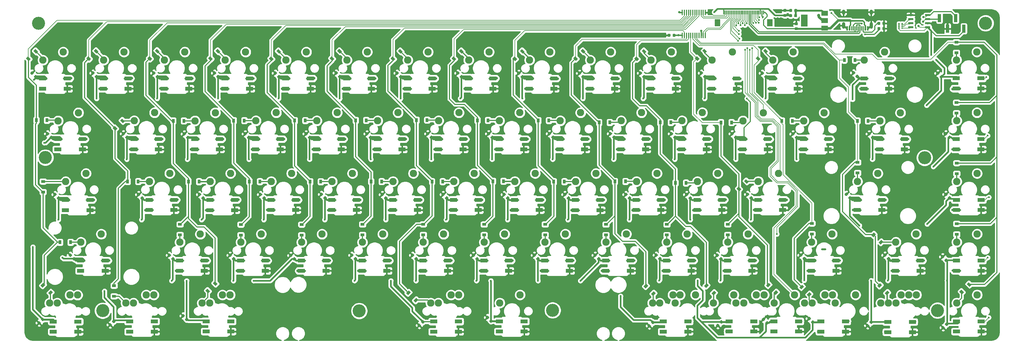
<source format=gbl>
G04 #@! TF.GenerationSoftware,KiCad,Pcbnew,5.1.5*
G04 #@! TF.CreationDate,2020-04-09T00:31:27+02:00*
G04 #@! TF.ProjectId,FullKeyboardV1,46756c6c-4b65-4796-926f-61726456312e,rev?*
G04 #@! TF.SameCoordinates,Original*
G04 #@! TF.FileFunction,Copper,L2,Bot*
G04 #@! TF.FilePolarity,Positive*
%FSLAX46Y46*%
G04 Gerber Fmt 4.6, Leading zero omitted, Abs format (unit mm)*
G04 Created by KiCad (PCBNEW 5.1.5) date 2020-04-09 00:31:27*
%MOMM*%
%LPD*%
G04 APERTURE LIST*
%ADD10R,2.300000X1.300000*%
%ADD11C,2.286000*%
%ADD12C,0.100000*%
%ADD13R,1.000000X2.510000*%
%ADD14R,0.450000X1.750000*%
%ADD15R,0.600000X1.450000*%
%ADD16R,0.300000X1.450000*%
%ADD17O,1.000000X2.100000*%
%ADD18O,1.000000X1.600000*%
%ADD19R,1.200000X0.900000*%
%ADD20R,0.900000X1.200000*%
%ADD21R,0.300000X1.300000*%
%ADD22R,1.800000X2.200000*%
%ADD23R,0.500000X0.320000*%
%ADD24R,2.000000X1.500000*%
%ADD25R,2.000000X3.800000*%
%ADD26C,0.600000*%
%ADD27C,4.064000*%
%ADD28C,0.800000*%
%ADD29C,0.700000*%
%ADD30C,1.000000*%
%ADD31C,0.600000*%
%ADD32C,0.300000*%
%ADD33C,0.500000*%
%ADD34C,0.200000*%
%ADD35C,0.400000*%
%ADD36C,0.800000*%
%ADD37C,1.000000*%
%ADD38C,0.254000*%
G04 APERTURE END LIST*
D10*
X47400000Y-92300000D03*
X47400000Y-89100000D03*
X55100000Y-89100000D03*
X55100000Y-92300000D03*
D11*
X47490000Y-83360000D03*
X53840000Y-80820000D03*
D10*
X90220000Y-111290000D03*
X90220000Y-108090000D03*
X97920000Y-108090000D03*
X97920000Y-111290000D03*
D11*
X90310000Y-102350000D03*
X96660000Y-99810000D03*
X129815000Y-137835000D03*
X123465000Y-140375000D03*
D10*
X129725000Y-149365000D03*
X129725000Y-146165000D03*
X122025000Y-146165000D03*
X122025000Y-149365000D03*
D11*
X148955000Y-137825000D03*
X142625000Y-140365000D03*
D10*
X150235000Y-149305000D03*
X150235000Y-146105000D03*
X142535000Y-146105000D03*
X142535000Y-149305000D03*
D11*
X127445000Y-137850000D03*
X121095000Y-140390000D03*
X8470000Y-137875000D03*
X2120000Y-140415000D03*
X25920000Y-140390000D03*
X32270000Y-137850000D03*
X49720000Y-140390000D03*
X56070000Y-137850000D03*
D10*
X3280000Y-146180000D03*
X10980000Y-149380000D03*
X10980000Y-146180000D03*
X3280000Y-149380000D03*
D11*
X34660000Y-137845000D03*
X28310000Y-140385000D03*
X52110000Y-140385000D03*
X58460000Y-137845000D03*
D10*
X58670000Y-146100000D03*
X50970000Y-149300000D03*
X58670000Y-149300000D03*
X50970000Y-146100000D03*
X34795000Y-149325000D03*
X34795000Y-146125000D03*
X27095000Y-146125000D03*
X27095000Y-149325000D03*
D11*
X10850000Y-137875000D03*
X4500000Y-140415000D03*
X246495000Y-137850000D03*
X240145000Y-140390000D03*
X234670000Y-137825000D03*
X228320000Y-140365000D03*
X222695000Y-137850000D03*
X196670000Y-137825000D03*
X198895000Y-137850000D03*
X209320000Y-140365000D03*
X215670000Y-137825000D03*
X190320000Y-140365000D03*
X192545000Y-140390000D03*
X216345000Y-140390000D03*
X263945000Y-140390000D03*
X270295000Y-137850000D03*
X266320000Y-140365000D03*
X272670000Y-137825000D03*
X253670000Y-137825000D03*
X247320000Y-140365000D03*
D10*
X271455000Y-149480000D03*
X271455000Y-146280000D03*
X263755000Y-149480000D03*
X263755000Y-146280000D03*
X228230000Y-146105000D03*
X228230000Y-149305000D03*
X235930000Y-149305000D03*
X235930000Y-146105000D03*
X214255000Y-146105000D03*
X221955000Y-146105000D03*
X214255000Y-149305000D03*
X221955000Y-149305000D03*
X250580000Y-149330000D03*
X242880000Y-149330000D03*
X242880000Y-146130000D03*
X250580000Y-146130000D03*
D11*
X203720000Y-137825000D03*
X197370000Y-140365000D03*
X225120000Y-137825000D03*
X218770000Y-140365000D03*
X237770000Y-140365000D03*
X244120000Y-137825000D03*
X267920000Y-137825000D03*
X261570000Y-140365000D03*
D10*
X201330000Y-146130000D03*
X193630000Y-146130000D03*
X201330000Y-149330000D03*
X193630000Y-149330000D03*
X254172000Y-111280000D03*
X254172000Y-108080000D03*
X261872000Y-108080000D03*
X261872000Y-111280000D03*
D11*
X254262000Y-102340000D03*
X260612000Y-99800000D03*
D10*
X142430000Y-92290000D03*
X142430000Y-89090000D03*
X150130000Y-89090000D03*
X150130000Y-92290000D03*
D11*
X142520000Y-83350000D03*
X148870000Y-80810000D03*
G04 #@! TA.AperFunction,SMDPad,CuDef*
D12*
G36*
X276859703Y-53790722D02*
G01*
X276874264Y-53792882D01*
X276888543Y-53796459D01*
X276902403Y-53801418D01*
X276915710Y-53807712D01*
X276928336Y-53815280D01*
X276940159Y-53824048D01*
X276951066Y-53833934D01*
X276960952Y-53844841D01*
X276969720Y-53856664D01*
X276977288Y-53869290D01*
X276983582Y-53882597D01*
X276988541Y-53896457D01*
X276992118Y-53910736D01*
X276994278Y-53925297D01*
X276995000Y-53940000D01*
X276995000Y-54240000D01*
X276994278Y-54254703D01*
X276992118Y-54269264D01*
X276988541Y-54283543D01*
X276983582Y-54297403D01*
X276977288Y-54310710D01*
X276969720Y-54323336D01*
X276960952Y-54335159D01*
X276951066Y-54346066D01*
X276940159Y-54355952D01*
X276928336Y-54364720D01*
X276915710Y-54372288D01*
X276902403Y-54378582D01*
X276888543Y-54383541D01*
X276874264Y-54387118D01*
X276859703Y-54389278D01*
X276845000Y-54390000D01*
X275495000Y-54390000D01*
X275480297Y-54389278D01*
X275465736Y-54387118D01*
X275451457Y-54383541D01*
X275437597Y-54378582D01*
X275424290Y-54372288D01*
X275411664Y-54364720D01*
X275399841Y-54355952D01*
X275388934Y-54346066D01*
X275379048Y-54335159D01*
X275370280Y-54323336D01*
X275362712Y-54310710D01*
X275356418Y-54297403D01*
X275351459Y-54283543D01*
X275347882Y-54269264D01*
X275345722Y-54254703D01*
X275345000Y-54240000D01*
X275345000Y-53940000D01*
X275345722Y-53925297D01*
X275347882Y-53910736D01*
X275351459Y-53896457D01*
X275356418Y-53882597D01*
X275362712Y-53869290D01*
X275370280Y-53856664D01*
X275379048Y-53844841D01*
X275388934Y-53833934D01*
X275399841Y-53824048D01*
X275411664Y-53815280D01*
X275424290Y-53807712D01*
X275437597Y-53801418D01*
X275451457Y-53796459D01*
X275465736Y-53792882D01*
X275480297Y-53790722D01*
X275495000Y-53790000D01*
X276845000Y-53790000D01*
X276859703Y-53790722D01*
G37*
G04 #@! TD.AperFunction*
G04 #@! TA.AperFunction,SMDPad,CuDef*
G36*
X276859703Y-52520722D02*
G01*
X276874264Y-52522882D01*
X276888543Y-52526459D01*
X276902403Y-52531418D01*
X276915710Y-52537712D01*
X276928336Y-52545280D01*
X276940159Y-52554048D01*
X276951066Y-52563934D01*
X276960952Y-52574841D01*
X276969720Y-52586664D01*
X276977288Y-52599290D01*
X276983582Y-52612597D01*
X276988541Y-52626457D01*
X276992118Y-52640736D01*
X276994278Y-52655297D01*
X276995000Y-52670000D01*
X276995000Y-52970000D01*
X276994278Y-52984703D01*
X276992118Y-52999264D01*
X276988541Y-53013543D01*
X276983582Y-53027403D01*
X276977288Y-53040710D01*
X276969720Y-53053336D01*
X276960952Y-53065159D01*
X276951066Y-53076066D01*
X276940159Y-53085952D01*
X276928336Y-53094720D01*
X276915710Y-53102288D01*
X276902403Y-53108582D01*
X276888543Y-53113541D01*
X276874264Y-53117118D01*
X276859703Y-53119278D01*
X276845000Y-53120000D01*
X275495000Y-53120000D01*
X275480297Y-53119278D01*
X275465736Y-53117118D01*
X275451457Y-53113541D01*
X275437597Y-53108582D01*
X275424290Y-53102288D01*
X275411664Y-53094720D01*
X275399841Y-53085952D01*
X275388934Y-53076066D01*
X275379048Y-53065159D01*
X275370280Y-53053336D01*
X275362712Y-53040710D01*
X275356418Y-53027403D01*
X275351459Y-53013543D01*
X275347882Y-52999264D01*
X275345722Y-52984703D01*
X275345000Y-52970000D01*
X275345000Y-52670000D01*
X275345722Y-52655297D01*
X275347882Y-52640736D01*
X275351459Y-52626457D01*
X275356418Y-52612597D01*
X275362712Y-52599290D01*
X275370280Y-52586664D01*
X275379048Y-52574841D01*
X275388934Y-52563934D01*
X275399841Y-52554048D01*
X275411664Y-52545280D01*
X275424290Y-52537712D01*
X275437597Y-52531418D01*
X275451457Y-52526459D01*
X275465736Y-52522882D01*
X275480297Y-52520722D01*
X275495000Y-52520000D01*
X276845000Y-52520000D01*
X276859703Y-52520722D01*
G37*
G04 #@! TD.AperFunction*
G04 #@! TA.AperFunction,SMDPad,CuDef*
G36*
X276859703Y-51250722D02*
G01*
X276874264Y-51252882D01*
X276888543Y-51256459D01*
X276902403Y-51261418D01*
X276915710Y-51267712D01*
X276928336Y-51275280D01*
X276940159Y-51284048D01*
X276951066Y-51293934D01*
X276960952Y-51304841D01*
X276969720Y-51316664D01*
X276977288Y-51329290D01*
X276983582Y-51342597D01*
X276988541Y-51356457D01*
X276992118Y-51370736D01*
X276994278Y-51385297D01*
X276995000Y-51400000D01*
X276995000Y-51700000D01*
X276994278Y-51714703D01*
X276992118Y-51729264D01*
X276988541Y-51743543D01*
X276983582Y-51757403D01*
X276977288Y-51770710D01*
X276969720Y-51783336D01*
X276960952Y-51795159D01*
X276951066Y-51806066D01*
X276940159Y-51815952D01*
X276928336Y-51824720D01*
X276915710Y-51832288D01*
X276902403Y-51838582D01*
X276888543Y-51843541D01*
X276874264Y-51847118D01*
X276859703Y-51849278D01*
X276845000Y-51850000D01*
X275495000Y-51850000D01*
X275480297Y-51849278D01*
X275465736Y-51847118D01*
X275451457Y-51843541D01*
X275437597Y-51838582D01*
X275424290Y-51832288D01*
X275411664Y-51824720D01*
X275399841Y-51815952D01*
X275388934Y-51806066D01*
X275379048Y-51795159D01*
X275370280Y-51783336D01*
X275362712Y-51770710D01*
X275356418Y-51757403D01*
X275351459Y-51743543D01*
X275347882Y-51729264D01*
X275345722Y-51714703D01*
X275345000Y-51700000D01*
X275345000Y-51400000D01*
X275345722Y-51385297D01*
X275347882Y-51370736D01*
X275351459Y-51356457D01*
X275356418Y-51342597D01*
X275362712Y-51329290D01*
X275370280Y-51316664D01*
X275379048Y-51304841D01*
X275388934Y-51293934D01*
X275399841Y-51284048D01*
X275411664Y-51275280D01*
X275424290Y-51267712D01*
X275437597Y-51261418D01*
X275451457Y-51256459D01*
X275465736Y-51252882D01*
X275480297Y-51250722D01*
X275495000Y-51250000D01*
X276845000Y-51250000D01*
X276859703Y-51250722D01*
G37*
G04 #@! TD.AperFunction*
G04 #@! TA.AperFunction,SMDPad,CuDef*
G36*
X276859703Y-49980722D02*
G01*
X276874264Y-49982882D01*
X276888543Y-49986459D01*
X276902403Y-49991418D01*
X276915710Y-49997712D01*
X276928336Y-50005280D01*
X276940159Y-50014048D01*
X276951066Y-50023934D01*
X276960952Y-50034841D01*
X276969720Y-50046664D01*
X276977288Y-50059290D01*
X276983582Y-50072597D01*
X276988541Y-50086457D01*
X276992118Y-50100736D01*
X276994278Y-50115297D01*
X276995000Y-50130000D01*
X276995000Y-50430000D01*
X276994278Y-50444703D01*
X276992118Y-50459264D01*
X276988541Y-50473543D01*
X276983582Y-50487403D01*
X276977288Y-50500710D01*
X276969720Y-50513336D01*
X276960952Y-50525159D01*
X276951066Y-50536066D01*
X276940159Y-50545952D01*
X276928336Y-50554720D01*
X276915710Y-50562288D01*
X276902403Y-50568582D01*
X276888543Y-50573541D01*
X276874264Y-50577118D01*
X276859703Y-50579278D01*
X276845000Y-50580000D01*
X275495000Y-50580000D01*
X275480297Y-50579278D01*
X275465736Y-50577118D01*
X275451457Y-50573541D01*
X275437597Y-50568582D01*
X275424290Y-50562288D01*
X275411664Y-50554720D01*
X275399841Y-50545952D01*
X275388934Y-50536066D01*
X275379048Y-50525159D01*
X275370280Y-50513336D01*
X275362712Y-50500710D01*
X275356418Y-50487403D01*
X275351459Y-50473543D01*
X275347882Y-50459264D01*
X275345722Y-50444703D01*
X275345000Y-50430000D01*
X275345000Y-50130000D01*
X275345722Y-50115297D01*
X275347882Y-50100736D01*
X275351459Y-50086457D01*
X275356418Y-50072597D01*
X275362712Y-50059290D01*
X275370280Y-50046664D01*
X275379048Y-50034841D01*
X275388934Y-50023934D01*
X275399841Y-50014048D01*
X275411664Y-50005280D01*
X275424290Y-49997712D01*
X275437597Y-49991418D01*
X275451457Y-49986459D01*
X275465736Y-49982882D01*
X275480297Y-49980722D01*
X275495000Y-49980000D01*
X276845000Y-49980000D01*
X276859703Y-49980722D01*
G37*
G04 #@! TD.AperFunction*
G04 #@! TA.AperFunction,SMDPad,CuDef*
G36*
X271609703Y-49980722D02*
G01*
X271624264Y-49982882D01*
X271638543Y-49986459D01*
X271652403Y-49991418D01*
X271665710Y-49997712D01*
X271678336Y-50005280D01*
X271690159Y-50014048D01*
X271701066Y-50023934D01*
X271710952Y-50034841D01*
X271719720Y-50046664D01*
X271727288Y-50059290D01*
X271733582Y-50072597D01*
X271738541Y-50086457D01*
X271742118Y-50100736D01*
X271744278Y-50115297D01*
X271745000Y-50130000D01*
X271745000Y-50430000D01*
X271744278Y-50444703D01*
X271742118Y-50459264D01*
X271738541Y-50473543D01*
X271733582Y-50487403D01*
X271727288Y-50500710D01*
X271719720Y-50513336D01*
X271710952Y-50525159D01*
X271701066Y-50536066D01*
X271690159Y-50545952D01*
X271678336Y-50554720D01*
X271665710Y-50562288D01*
X271652403Y-50568582D01*
X271638543Y-50573541D01*
X271624264Y-50577118D01*
X271609703Y-50579278D01*
X271595000Y-50580000D01*
X270245000Y-50580000D01*
X270230297Y-50579278D01*
X270215736Y-50577118D01*
X270201457Y-50573541D01*
X270187597Y-50568582D01*
X270174290Y-50562288D01*
X270161664Y-50554720D01*
X270149841Y-50545952D01*
X270138934Y-50536066D01*
X270129048Y-50525159D01*
X270120280Y-50513336D01*
X270112712Y-50500710D01*
X270106418Y-50487403D01*
X270101459Y-50473543D01*
X270097882Y-50459264D01*
X270095722Y-50444703D01*
X270095000Y-50430000D01*
X270095000Y-50130000D01*
X270095722Y-50115297D01*
X270097882Y-50100736D01*
X270101459Y-50086457D01*
X270106418Y-50072597D01*
X270112712Y-50059290D01*
X270120280Y-50046664D01*
X270129048Y-50034841D01*
X270138934Y-50023934D01*
X270149841Y-50014048D01*
X270161664Y-50005280D01*
X270174290Y-49997712D01*
X270187597Y-49991418D01*
X270201457Y-49986459D01*
X270215736Y-49982882D01*
X270230297Y-49980722D01*
X270245000Y-49980000D01*
X271595000Y-49980000D01*
X271609703Y-49980722D01*
G37*
G04 #@! TD.AperFunction*
G04 #@! TA.AperFunction,SMDPad,CuDef*
G36*
X271609703Y-51250722D02*
G01*
X271624264Y-51252882D01*
X271638543Y-51256459D01*
X271652403Y-51261418D01*
X271665710Y-51267712D01*
X271678336Y-51275280D01*
X271690159Y-51284048D01*
X271701066Y-51293934D01*
X271710952Y-51304841D01*
X271719720Y-51316664D01*
X271727288Y-51329290D01*
X271733582Y-51342597D01*
X271738541Y-51356457D01*
X271742118Y-51370736D01*
X271744278Y-51385297D01*
X271745000Y-51400000D01*
X271745000Y-51700000D01*
X271744278Y-51714703D01*
X271742118Y-51729264D01*
X271738541Y-51743543D01*
X271733582Y-51757403D01*
X271727288Y-51770710D01*
X271719720Y-51783336D01*
X271710952Y-51795159D01*
X271701066Y-51806066D01*
X271690159Y-51815952D01*
X271678336Y-51824720D01*
X271665710Y-51832288D01*
X271652403Y-51838582D01*
X271638543Y-51843541D01*
X271624264Y-51847118D01*
X271609703Y-51849278D01*
X271595000Y-51850000D01*
X270245000Y-51850000D01*
X270230297Y-51849278D01*
X270215736Y-51847118D01*
X270201457Y-51843541D01*
X270187597Y-51838582D01*
X270174290Y-51832288D01*
X270161664Y-51824720D01*
X270149841Y-51815952D01*
X270138934Y-51806066D01*
X270129048Y-51795159D01*
X270120280Y-51783336D01*
X270112712Y-51770710D01*
X270106418Y-51757403D01*
X270101459Y-51743543D01*
X270097882Y-51729264D01*
X270095722Y-51714703D01*
X270095000Y-51700000D01*
X270095000Y-51400000D01*
X270095722Y-51385297D01*
X270097882Y-51370736D01*
X270101459Y-51356457D01*
X270106418Y-51342597D01*
X270112712Y-51329290D01*
X270120280Y-51316664D01*
X270129048Y-51304841D01*
X270138934Y-51293934D01*
X270149841Y-51284048D01*
X270161664Y-51275280D01*
X270174290Y-51267712D01*
X270187597Y-51261418D01*
X270201457Y-51256459D01*
X270215736Y-51252882D01*
X270230297Y-51250722D01*
X270245000Y-51250000D01*
X271595000Y-51250000D01*
X271609703Y-51250722D01*
G37*
G04 #@! TD.AperFunction*
G04 #@! TA.AperFunction,SMDPad,CuDef*
G36*
X271609703Y-52520722D02*
G01*
X271624264Y-52522882D01*
X271638543Y-52526459D01*
X271652403Y-52531418D01*
X271665710Y-52537712D01*
X271678336Y-52545280D01*
X271690159Y-52554048D01*
X271701066Y-52563934D01*
X271710952Y-52574841D01*
X271719720Y-52586664D01*
X271727288Y-52599290D01*
X271733582Y-52612597D01*
X271738541Y-52626457D01*
X271742118Y-52640736D01*
X271744278Y-52655297D01*
X271745000Y-52670000D01*
X271745000Y-52970000D01*
X271744278Y-52984703D01*
X271742118Y-52999264D01*
X271738541Y-53013543D01*
X271733582Y-53027403D01*
X271727288Y-53040710D01*
X271719720Y-53053336D01*
X271710952Y-53065159D01*
X271701066Y-53076066D01*
X271690159Y-53085952D01*
X271678336Y-53094720D01*
X271665710Y-53102288D01*
X271652403Y-53108582D01*
X271638543Y-53113541D01*
X271624264Y-53117118D01*
X271609703Y-53119278D01*
X271595000Y-53120000D01*
X270245000Y-53120000D01*
X270230297Y-53119278D01*
X270215736Y-53117118D01*
X270201457Y-53113541D01*
X270187597Y-53108582D01*
X270174290Y-53102288D01*
X270161664Y-53094720D01*
X270149841Y-53085952D01*
X270138934Y-53076066D01*
X270129048Y-53065159D01*
X270120280Y-53053336D01*
X270112712Y-53040710D01*
X270106418Y-53027403D01*
X270101459Y-53013543D01*
X270097882Y-52999264D01*
X270095722Y-52984703D01*
X270095000Y-52970000D01*
X270095000Y-52670000D01*
X270095722Y-52655297D01*
X270097882Y-52640736D01*
X270101459Y-52626457D01*
X270106418Y-52612597D01*
X270112712Y-52599290D01*
X270120280Y-52586664D01*
X270129048Y-52574841D01*
X270138934Y-52563934D01*
X270149841Y-52554048D01*
X270161664Y-52545280D01*
X270174290Y-52537712D01*
X270187597Y-52531418D01*
X270201457Y-52526459D01*
X270215736Y-52522882D01*
X270230297Y-52520722D01*
X270245000Y-52520000D01*
X271595000Y-52520000D01*
X271609703Y-52520722D01*
G37*
G04 #@! TD.AperFunction*
G04 #@! TA.AperFunction,SMDPad,CuDef*
G36*
X271609703Y-53790722D02*
G01*
X271624264Y-53792882D01*
X271638543Y-53796459D01*
X271652403Y-53801418D01*
X271665710Y-53807712D01*
X271678336Y-53815280D01*
X271690159Y-53824048D01*
X271701066Y-53833934D01*
X271710952Y-53844841D01*
X271719720Y-53856664D01*
X271727288Y-53869290D01*
X271733582Y-53882597D01*
X271738541Y-53896457D01*
X271742118Y-53910736D01*
X271744278Y-53925297D01*
X271745000Y-53940000D01*
X271745000Y-54240000D01*
X271744278Y-54254703D01*
X271742118Y-54269264D01*
X271738541Y-54283543D01*
X271733582Y-54297403D01*
X271727288Y-54310710D01*
X271719720Y-54323336D01*
X271710952Y-54335159D01*
X271701066Y-54346066D01*
X271690159Y-54355952D01*
X271678336Y-54364720D01*
X271665710Y-54372288D01*
X271652403Y-54378582D01*
X271638543Y-54383541D01*
X271624264Y-54387118D01*
X271609703Y-54389278D01*
X271595000Y-54390000D01*
X270245000Y-54390000D01*
X270230297Y-54389278D01*
X270215736Y-54387118D01*
X270201457Y-54383541D01*
X270187597Y-54378582D01*
X270174290Y-54372288D01*
X270161664Y-54364720D01*
X270149841Y-54355952D01*
X270138934Y-54346066D01*
X270129048Y-54335159D01*
X270120280Y-54323336D01*
X270112712Y-54310710D01*
X270106418Y-54297403D01*
X270101459Y-54283543D01*
X270097882Y-54269264D01*
X270095722Y-54254703D01*
X270095000Y-54240000D01*
X270095000Y-53940000D01*
X270095722Y-53925297D01*
X270097882Y-53910736D01*
X270101459Y-53896457D01*
X270106418Y-53882597D01*
X270112712Y-53869290D01*
X270120280Y-53856664D01*
X270129048Y-53844841D01*
X270138934Y-53833934D01*
X270149841Y-53824048D01*
X270161664Y-53815280D01*
X270174290Y-53807712D01*
X270187597Y-53801418D01*
X270201457Y-53796459D01*
X270215736Y-53792882D01*
X270230297Y-53790722D01*
X270245000Y-53790000D01*
X271595000Y-53790000D01*
X271609703Y-53790722D01*
G37*
G04 #@! TD.AperFunction*
G04 #@! TA.AperFunction,SMDPad,CuDef*
G36*
X261192691Y-52376053D02*
G01*
X261213926Y-52379203D01*
X261234750Y-52384419D01*
X261254962Y-52391651D01*
X261274368Y-52400830D01*
X261292781Y-52411866D01*
X261310024Y-52424654D01*
X261325930Y-52439070D01*
X261340346Y-52454976D01*
X261353134Y-52472219D01*
X261364170Y-52490632D01*
X261373349Y-52510038D01*
X261380581Y-52530250D01*
X261385797Y-52551074D01*
X261388947Y-52572309D01*
X261390000Y-52593750D01*
X261390000Y-53106250D01*
X261388947Y-53127691D01*
X261385797Y-53148926D01*
X261380581Y-53169750D01*
X261373349Y-53189962D01*
X261364170Y-53209368D01*
X261353134Y-53227781D01*
X261340346Y-53245024D01*
X261325930Y-53260930D01*
X261310024Y-53275346D01*
X261292781Y-53288134D01*
X261274368Y-53299170D01*
X261254962Y-53308349D01*
X261234750Y-53315581D01*
X261213926Y-53320797D01*
X261192691Y-53323947D01*
X261171250Y-53325000D01*
X260733750Y-53325000D01*
X260712309Y-53323947D01*
X260691074Y-53320797D01*
X260670250Y-53315581D01*
X260650038Y-53308349D01*
X260630632Y-53299170D01*
X260612219Y-53288134D01*
X260594976Y-53275346D01*
X260579070Y-53260930D01*
X260564654Y-53245024D01*
X260551866Y-53227781D01*
X260540830Y-53209368D01*
X260531651Y-53189962D01*
X260524419Y-53169750D01*
X260519203Y-53148926D01*
X260516053Y-53127691D01*
X260515000Y-53106250D01*
X260515000Y-52593750D01*
X260516053Y-52572309D01*
X260519203Y-52551074D01*
X260524419Y-52530250D01*
X260531651Y-52510038D01*
X260540830Y-52490632D01*
X260551866Y-52472219D01*
X260564654Y-52454976D01*
X260579070Y-52439070D01*
X260594976Y-52424654D01*
X260612219Y-52411866D01*
X260630632Y-52400830D01*
X260650038Y-52391651D01*
X260670250Y-52384419D01*
X260691074Y-52379203D01*
X260712309Y-52376053D01*
X260733750Y-52375000D01*
X261171250Y-52375000D01*
X261192691Y-52376053D01*
G37*
G04 #@! TD.AperFunction*
G04 #@! TA.AperFunction,SMDPad,CuDef*
G36*
X262767691Y-52376053D02*
G01*
X262788926Y-52379203D01*
X262809750Y-52384419D01*
X262829962Y-52391651D01*
X262849368Y-52400830D01*
X262867781Y-52411866D01*
X262885024Y-52424654D01*
X262900930Y-52439070D01*
X262915346Y-52454976D01*
X262928134Y-52472219D01*
X262939170Y-52490632D01*
X262948349Y-52510038D01*
X262955581Y-52530250D01*
X262960797Y-52551074D01*
X262963947Y-52572309D01*
X262965000Y-52593750D01*
X262965000Y-53106250D01*
X262963947Y-53127691D01*
X262960797Y-53148926D01*
X262955581Y-53169750D01*
X262948349Y-53189962D01*
X262939170Y-53209368D01*
X262928134Y-53227781D01*
X262915346Y-53245024D01*
X262900930Y-53260930D01*
X262885024Y-53275346D01*
X262867781Y-53288134D01*
X262849368Y-53299170D01*
X262829962Y-53308349D01*
X262809750Y-53315581D01*
X262788926Y-53320797D01*
X262767691Y-53323947D01*
X262746250Y-53325000D01*
X262308750Y-53325000D01*
X262287309Y-53323947D01*
X262266074Y-53320797D01*
X262245250Y-53315581D01*
X262225038Y-53308349D01*
X262205632Y-53299170D01*
X262187219Y-53288134D01*
X262169976Y-53275346D01*
X262154070Y-53260930D01*
X262139654Y-53245024D01*
X262126866Y-53227781D01*
X262115830Y-53209368D01*
X262106651Y-53189962D01*
X262099419Y-53169750D01*
X262094203Y-53148926D01*
X262091053Y-53127691D01*
X262090000Y-53106250D01*
X262090000Y-52593750D01*
X262091053Y-52572309D01*
X262094203Y-52551074D01*
X262099419Y-52530250D01*
X262106651Y-52510038D01*
X262115830Y-52490632D01*
X262126866Y-52472219D01*
X262139654Y-52454976D01*
X262154070Y-52439070D01*
X262169976Y-52424654D01*
X262187219Y-52411866D01*
X262205632Y-52400830D01*
X262225038Y-52391651D01*
X262245250Y-52384419D01*
X262266074Y-52379203D01*
X262287309Y-52376053D01*
X262308750Y-52375000D01*
X262746250Y-52375000D01*
X262767691Y-52376053D01*
G37*
G04 #@! TD.AperFunction*
G04 #@! TA.AperFunction,SMDPad,CuDef*
G36*
X261182691Y-54016053D02*
G01*
X261203926Y-54019203D01*
X261224750Y-54024419D01*
X261244962Y-54031651D01*
X261264368Y-54040830D01*
X261282781Y-54051866D01*
X261300024Y-54064654D01*
X261315930Y-54079070D01*
X261330346Y-54094976D01*
X261343134Y-54112219D01*
X261354170Y-54130632D01*
X261363349Y-54150038D01*
X261370581Y-54170250D01*
X261375797Y-54191074D01*
X261378947Y-54212309D01*
X261380000Y-54233750D01*
X261380000Y-54746250D01*
X261378947Y-54767691D01*
X261375797Y-54788926D01*
X261370581Y-54809750D01*
X261363349Y-54829962D01*
X261354170Y-54849368D01*
X261343134Y-54867781D01*
X261330346Y-54885024D01*
X261315930Y-54900930D01*
X261300024Y-54915346D01*
X261282781Y-54928134D01*
X261264368Y-54939170D01*
X261244962Y-54948349D01*
X261224750Y-54955581D01*
X261203926Y-54960797D01*
X261182691Y-54963947D01*
X261161250Y-54965000D01*
X260723750Y-54965000D01*
X260702309Y-54963947D01*
X260681074Y-54960797D01*
X260660250Y-54955581D01*
X260640038Y-54948349D01*
X260620632Y-54939170D01*
X260602219Y-54928134D01*
X260584976Y-54915346D01*
X260569070Y-54900930D01*
X260554654Y-54885024D01*
X260541866Y-54867781D01*
X260530830Y-54849368D01*
X260521651Y-54829962D01*
X260514419Y-54809750D01*
X260509203Y-54788926D01*
X260506053Y-54767691D01*
X260505000Y-54746250D01*
X260505000Y-54233750D01*
X260506053Y-54212309D01*
X260509203Y-54191074D01*
X260514419Y-54170250D01*
X260521651Y-54150038D01*
X260530830Y-54130632D01*
X260541866Y-54112219D01*
X260554654Y-54094976D01*
X260569070Y-54079070D01*
X260584976Y-54064654D01*
X260602219Y-54051866D01*
X260620632Y-54040830D01*
X260640038Y-54031651D01*
X260660250Y-54024419D01*
X260681074Y-54019203D01*
X260702309Y-54016053D01*
X260723750Y-54015000D01*
X261161250Y-54015000D01*
X261182691Y-54016053D01*
G37*
G04 #@! TD.AperFunction*
G04 #@! TA.AperFunction,SMDPad,CuDef*
G36*
X262757691Y-54016053D02*
G01*
X262778926Y-54019203D01*
X262799750Y-54024419D01*
X262819962Y-54031651D01*
X262839368Y-54040830D01*
X262857781Y-54051866D01*
X262875024Y-54064654D01*
X262890930Y-54079070D01*
X262905346Y-54094976D01*
X262918134Y-54112219D01*
X262929170Y-54130632D01*
X262938349Y-54150038D01*
X262945581Y-54170250D01*
X262950797Y-54191074D01*
X262953947Y-54212309D01*
X262955000Y-54233750D01*
X262955000Y-54746250D01*
X262953947Y-54767691D01*
X262950797Y-54788926D01*
X262945581Y-54809750D01*
X262938349Y-54829962D01*
X262929170Y-54849368D01*
X262918134Y-54867781D01*
X262905346Y-54885024D01*
X262890930Y-54900930D01*
X262875024Y-54915346D01*
X262857781Y-54928134D01*
X262839368Y-54939170D01*
X262819962Y-54948349D01*
X262799750Y-54955581D01*
X262778926Y-54960797D01*
X262757691Y-54963947D01*
X262736250Y-54965000D01*
X262298750Y-54965000D01*
X262277309Y-54963947D01*
X262256074Y-54960797D01*
X262235250Y-54955581D01*
X262215038Y-54948349D01*
X262195632Y-54939170D01*
X262177219Y-54928134D01*
X262159976Y-54915346D01*
X262144070Y-54900930D01*
X262129654Y-54885024D01*
X262116866Y-54867781D01*
X262105830Y-54849368D01*
X262096651Y-54829962D01*
X262089419Y-54809750D01*
X262084203Y-54788926D01*
X262081053Y-54767691D01*
X262080000Y-54746250D01*
X262080000Y-54233750D01*
X262081053Y-54212309D01*
X262084203Y-54191074D01*
X262089419Y-54170250D01*
X262096651Y-54150038D01*
X262105830Y-54130632D01*
X262116866Y-54112219D01*
X262129654Y-54094976D01*
X262144070Y-54079070D01*
X262159976Y-54064654D01*
X262177219Y-54051866D01*
X262195632Y-54040830D01*
X262215038Y-54031651D01*
X262235250Y-54024419D01*
X262256074Y-54019203D01*
X262277309Y-54016053D01*
X262298750Y-54015000D01*
X262736250Y-54015000D01*
X262757691Y-54016053D01*
G37*
G04 #@! TD.AperFunction*
G04 #@! TA.AperFunction,SMDPad,CuDef*
G36*
X233672691Y-48356053D02*
G01*
X233693926Y-48359203D01*
X233714750Y-48364419D01*
X233734962Y-48371651D01*
X233754368Y-48380830D01*
X233772781Y-48391866D01*
X233790024Y-48404654D01*
X233805930Y-48419070D01*
X233820346Y-48434976D01*
X233833134Y-48452219D01*
X233844170Y-48470632D01*
X233853349Y-48490038D01*
X233860581Y-48510250D01*
X233865797Y-48531074D01*
X233868947Y-48552309D01*
X233870000Y-48573750D01*
X233870000Y-49086250D01*
X233868947Y-49107691D01*
X233865797Y-49128926D01*
X233860581Y-49149750D01*
X233853349Y-49169962D01*
X233844170Y-49189368D01*
X233833134Y-49207781D01*
X233820346Y-49225024D01*
X233805930Y-49240930D01*
X233790024Y-49255346D01*
X233772781Y-49268134D01*
X233754368Y-49279170D01*
X233734962Y-49288349D01*
X233714750Y-49295581D01*
X233693926Y-49300797D01*
X233672691Y-49303947D01*
X233651250Y-49305000D01*
X233213750Y-49305000D01*
X233192309Y-49303947D01*
X233171074Y-49300797D01*
X233150250Y-49295581D01*
X233130038Y-49288349D01*
X233110632Y-49279170D01*
X233092219Y-49268134D01*
X233074976Y-49255346D01*
X233059070Y-49240930D01*
X233044654Y-49225024D01*
X233031866Y-49207781D01*
X233020830Y-49189368D01*
X233011651Y-49169962D01*
X233004419Y-49149750D01*
X232999203Y-49128926D01*
X232996053Y-49107691D01*
X232995000Y-49086250D01*
X232995000Y-48573750D01*
X232996053Y-48552309D01*
X232999203Y-48531074D01*
X233004419Y-48510250D01*
X233011651Y-48490038D01*
X233020830Y-48470632D01*
X233031866Y-48452219D01*
X233044654Y-48434976D01*
X233059070Y-48419070D01*
X233074976Y-48404654D01*
X233092219Y-48391866D01*
X233110632Y-48380830D01*
X233130038Y-48371651D01*
X233150250Y-48364419D01*
X233171074Y-48359203D01*
X233192309Y-48356053D01*
X233213750Y-48355000D01*
X233651250Y-48355000D01*
X233672691Y-48356053D01*
G37*
G04 #@! TD.AperFunction*
G04 #@! TA.AperFunction,SMDPad,CuDef*
G36*
X235247691Y-48356053D02*
G01*
X235268926Y-48359203D01*
X235289750Y-48364419D01*
X235309962Y-48371651D01*
X235329368Y-48380830D01*
X235347781Y-48391866D01*
X235365024Y-48404654D01*
X235380930Y-48419070D01*
X235395346Y-48434976D01*
X235408134Y-48452219D01*
X235419170Y-48470632D01*
X235428349Y-48490038D01*
X235435581Y-48510250D01*
X235440797Y-48531074D01*
X235443947Y-48552309D01*
X235445000Y-48573750D01*
X235445000Y-49086250D01*
X235443947Y-49107691D01*
X235440797Y-49128926D01*
X235435581Y-49149750D01*
X235428349Y-49169962D01*
X235419170Y-49189368D01*
X235408134Y-49207781D01*
X235395346Y-49225024D01*
X235380930Y-49240930D01*
X235365024Y-49255346D01*
X235347781Y-49268134D01*
X235329368Y-49279170D01*
X235309962Y-49288349D01*
X235289750Y-49295581D01*
X235268926Y-49300797D01*
X235247691Y-49303947D01*
X235226250Y-49305000D01*
X234788750Y-49305000D01*
X234767309Y-49303947D01*
X234746074Y-49300797D01*
X234725250Y-49295581D01*
X234705038Y-49288349D01*
X234685632Y-49279170D01*
X234667219Y-49268134D01*
X234649976Y-49255346D01*
X234634070Y-49240930D01*
X234619654Y-49225024D01*
X234606866Y-49207781D01*
X234595830Y-49189368D01*
X234586651Y-49169962D01*
X234579419Y-49149750D01*
X234574203Y-49128926D01*
X234571053Y-49107691D01*
X234570000Y-49086250D01*
X234570000Y-48573750D01*
X234571053Y-48552309D01*
X234574203Y-48531074D01*
X234579419Y-48510250D01*
X234586651Y-48490038D01*
X234595830Y-48470632D01*
X234606866Y-48452219D01*
X234619654Y-48434976D01*
X234634070Y-48419070D01*
X234649976Y-48404654D01*
X234667219Y-48391866D01*
X234685632Y-48380830D01*
X234705038Y-48371651D01*
X234725250Y-48364419D01*
X234746074Y-48359203D01*
X234767309Y-48356053D01*
X234788750Y-48355000D01*
X235226250Y-48355000D01*
X235247691Y-48356053D01*
G37*
G04 #@! TD.AperFunction*
G04 #@! TA.AperFunction,SMDPad,CuDef*
G36*
X235227691Y-49976053D02*
G01*
X235248926Y-49979203D01*
X235269750Y-49984419D01*
X235289962Y-49991651D01*
X235309368Y-50000830D01*
X235327781Y-50011866D01*
X235345024Y-50024654D01*
X235360930Y-50039070D01*
X235375346Y-50054976D01*
X235388134Y-50072219D01*
X235399170Y-50090632D01*
X235408349Y-50110038D01*
X235415581Y-50130250D01*
X235420797Y-50151074D01*
X235423947Y-50172309D01*
X235425000Y-50193750D01*
X235425000Y-50706250D01*
X235423947Y-50727691D01*
X235420797Y-50748926D01*
X235415581Y-50769750D01*
X235408349Y-50789962D01*
X235399170Y-50809368D01*
X235388134Y-50827781D01*
X235375346Y-50845024D01*
X235360930Y-50860930D01*
X235345024Y-50875346D01*
X235327781Y-50888134D01*
X235309368Y-50899170D01*
X235289962Y-50908349D01*
X235269750Y-50915581D01*
X235248926Y-50920797D01*
X235227691Y-50923947D01*
X235206250Y-50925000D01*
X234768750Y-50925000D01*
X234747309Y-50923947D01*
X234726074Y-50920797D01*
X234705250Y-50915581D01*
X234685038Y-50908349D01*
X234665632Y-50899170D01*
X234647219Y-50888134D01*
X234629976Y-50875346D01*
X234614070Y-50860930D01*
X234599654Y-50845024D01*
X234586866Y-50827781D01*
X234575830Y-50809368D01*
X234566651Y-50789962D01*
X234559419Y-50769750D01*
X234554203Y-50748926D01*
X234551053Y-50727691D01*
X234550000Y-50706250D01*
X234550000Y-50193750D01*
X234551053Y-50172309D01*
X234554203Y-50151074D01*
X234559419Y-50130250D01*
X234566651Y-50110038D01*
X234575830Y-50090632D01*
X234586866Y-50072219D01*
X234599654Y-50054976D01*
X234614070Y-50039070D01*
X234629976Y-50024654D01*
X234647219Y-50011866D01*
X234665632Y-50000830D01*
X234685038Y-49991651D01*
X234705250Y-49984419D01*
X234726074Y-49979203D01*
X234747309Y-49976053D01*
X234768750Y-49975000D01*
X235206250Y-49975000D01*
X235227691Y-49976053D01*
G37*
G04 #@! TD.AperFunction*
G04 #@! TA.AperFunction,SMDPad,CuDef*
G36*
X233652691Y-49976053D02*
G01*
X233673926Y-49979203D01*
X233694750Y-49984419D01*
X233714962Y-49991651D01*
X233734368Y-50000830D01*
X233752781Y-50011866D01*
X233770024Y-50024654D01*
X233785930Y-50039070D01*
X233800346Y-50054976D01*
X233813134Y-50072219D01*
X233824170Y-50090632D01*
X233833349Y-50110038D01*
X233840581Y-50130250D01*
X233845797Y-50151074D01*
X233848947Y-50172309D01*
X233850000Y-50193750D01*
X233850000Y-50706250D01*
X233848947Y-50727691D01*
X233845797Y-50748926D01*
X233840581Y-50769750D01*
X233833349Y-50789962D01*
X233824170Y-50809368D01*
X233813134Y-50827781D01*
X233800346Y-50845024D01*
X233785930Y-50860930D01*
X233770024Y-50875346D01*
X233752781Y-50888134D01*
X233734368Y-50899170D01*
X233714962Y-50908349D01*
X233694750Y-50915581D01*
X233673926Y-50920797D01*
X233652691Y-50923947D01*
X233631250Y-50925000D01*
X233193750Y-50925000D01*
X233172309Y-50923947D01*
X233151074Y-50920797D01*
X233130250Y-50915581D01*
X233110038Y-50908349D01*
X233090632Y-50899170D01*
X233072219Y-50888134D01*
X233054976Y-50875346D01*
X233039070Y-50860930D01*
X233024654Y-50845024D01*
X233011866Y-50827781D01*
X233000830Y-50809368D01*
X232991651Y-50789962D01*
X232984419Y-50769750D01*
X232979203Y-50748926D01*
X232976053Y-50727691D01*
X232975000Y-50706250D01*
X232975000Y-50193750D01*
X232976053Y-50172309D01*
X232979203Y-50151074D01*
X232984419Y-50130250D01*
X232991651Y-50110038D01*
X233000830Y-50090632D01*
X233011866Y-50072219D01*
X233024654Y-50054976D01*
X233039070Y-50039070D01*
X233054976Y-50024654D01*
X233072219Y-50011866D01*
X233090632Y-50000830D01*
X233110038Y-49991651D01*
X233130250Y-49984419D01*
X233151074Y-49979203D01*
X233172309Y-49976053D01*
X233193750Y-49975000D01*
X233631250Y-49975000D01*
X233652691Y-49976053D01*
G37*
G04 #@! TD.AperFunction*
D13*
X287480000Y-54530000D03*
X282400000Y-54530000D03*
X284940000Y-51220000D03*
X279860000Y-51220000D03*
G04 #@! TA.AperFunction,SMDPad,CuDef*
D12*
G36*
X231917691Y-48366053D02*
G01*
X231938926Y-48369203D01*
X231959750Y-48374419D01*
X231979962Y-48381651D01*
X231999368Y-48390830D01*
X232017781Y-48401866D01*
X232035024Y-48414654D01*
X232050930Y-48429070D01*
X232065346Y-48444976D01*
X232078134Y-48462219D01*
X232089170Y-48480632D01*
X232098349Y-48500038D01*
X232105581Y-48520250D01*
X232110797Y-48541074D01*
X232113947Y-48562309D01*
X232115000Y-48583750D01*
X232115000Y-49021250D01*
X232113947Y-49042691D01*
X232110797Y-49063926D01*
X232105581Y-49084750D01*
X232098349Y-49104962D01*
X232089170Y-49124368D01*
X232078134Y-49142781D01*
X232065346Y-49160024D01*
X232050930Y-49175930D01*
X232035024Y-49190346D01*
X232017781Y-49203134D01*
X231999368Y-49214170D01*
X231979962Y-49223349D01*
X231959750Y-49230581D01*
X231938926Y-49235797D01*
X231917691Y-49238947D01*
X231896250Y-49240000D01*
X231383750Y-49240000D01*
X231362309Y-49238947D01*
X231341074Y-49235797D01*
X231320250Y-49230581D01*
X231300038Y-49223349D01*
X231280632Y-49214170D01*
X231262219Y-49203134D01*
X231244976Y-49190346D01*
X231229070Y-49175930D01*
X231214654Y-49160024D01*
X231201866Y-49142781D01*
X231190830Y-49124368D01*
X231181651Y-49104962D01*
X231174419Y-49084750D01*
X231169203Y-49063926D01*
X231166053Y-49042691D01*
X231165000Y-49021250D01*
X231165000Y-48583750D01*
X231166053Y-48562309D01*
X231169203Y-48541074D01*
X231174419Y-48520250D01*
X231181651Y-48500038D01*
X231190830Y-48480632D01*
X231201866Y-48462219D01*
X231214654Y-48444976D01*
X231229070Y-48429070D01*
X231244976Y-48414654D01*
X231262219Y-48401866D01*
X231280632Y-48390830D01*
X231300038Y-48381651D01*
X231320250Y-48374419D01*
X231341074Y-48369203D01*
X231362309Y-48366053D01*
X231383750Y-48365000D01*
X231896250Y-48365000D01*
X231917691Y-48366053D01*
G37*
G04 #@! TD.AperFunction*
G04 #@! TA.AperFunction,SMDPad,CuDef*
G36*
X231917691Y-49941053D02*
G01*
X231938926Y-49944203D01*
X231959750Y-49949419D01*
X231979962Y-49956651D01*
X231999368Y-49965830D01*
X232017781Y-49976866D01*
X232035024Y-49989654D01*
X232050930Y-50004070D01*
X232065346Y-50019976D01*
X232078134Y-50037219D01*
X232089170Y-50055632D01*
X232098349Y-50075038D01*
X232105581Y-50095250D01*
X232110797Y-50116074D01*
X232113947Y-50137309D01*
X232115000Y-50158750D01*
X232115000Y-50596250D01*
X232113947Y-50617691D01*
X232110797Y-50638926D01*
X232105581Y-50659750D01*
X232098349Y-50679962D01*
X232089170Y-50699368D01*
X232078134Y-50717781D01*
X232065346Y-50735024D01*
X232050930Y-50750930D01*
X232035024Y-50765346D01*
X232017781Y-50778134D01*
X231999368Y-50789170D01*
X231979962Y-50798349D01*
X231959750Y-50805581D01*
X231938926Y-50810797D01*
X231917691Y-50813947D01*
X231896250Y-50815000D01*
X231383750Y-50815000D01*
X231362309Y-50813947D01*
X231341074Y-50810797D01*
X231320250Y-50805581D01*
X231300038Y-50798349D01*
X231280632Y-50789170D01*
X231262219Y-50778134D01*
X231244976Y-50765346D01*
X231229070Y-50750930D01*
X231214654Y-50735024D01*
X231201866Y-50717781D01*
X231190830Y-50699368D01*
X231181651Y-50679962D01*
X231174419Y-50659750D01*
X231169203Y-50638926D01*
X231166053Y-50617691D01*
X231165000Y-50596250D01*
X231165000Y-50158750D01*
X231166053Y-50137309D01*
X231169203Y-50116074D01*
X231174419Y-50095250D01*
X231181651Y-50075038D01*
X231190830Y-50055632D01*
X231201866Y-50037219D01*
X231214654Y-50019976D01*
X231229070Y-50004070D01*
X231244976Y-49989654D01*
X231262219Y-49976866D01*
X231280632Y-49965830D01*
X231300038Y-49956651D01*
X231320250Y-49949419D01*
X231341074Y-49944203D01*
X231362309Y-49941053D01*
X231383750Y-49940000D01*
X231896250Y-49940000D01*
X231917691Y-49941053D01*
G37*
G04 #@! TD.AperFunction*
G04 #@! TA.AperFunction,SMDPad,CuDef*
G36*
X235457691Y-52526053D02*
G01*
X235478926Y-52529203D01*
X235499750Y-52534419D01*
X235519962Y-52541651D01*
X235539368Y-52550830D01*
X235557781Y-52561866D01*
X235575024Y-52574654D01*
X235590930Y-52589070D01*
X235605346Y-52604976D01*
X235618134Y-52622219D01*
X235629170Y-52640632D01*
X235638349Y-52660038D01*
X235645581Y-52680250D01*
X235650797Y-52701074D01*
X235653947Y-52722309D01*
X235655000Y-52743750D01*
X235655000Y-53181250D01*
X235653947Y-53202691D01*
X235650797Y-53223926D01*
X235645581Y-53244750D01*
X235638349Y-53264962D01*
X235629170Y-53284368D01*
X235618134Y-53302781D01*
X235605346Y-53320024D01*
X235590930Y-53335930D01*
X235575024Y-53350346D01*
X235557781Y-53363134D01*
X235539368Y-53374170D01*
X235519962Y-53383349D01*
X235499750Y-53390581D01*
X235478926Y-53395797D01*
X235457691Y-53398947D01*
X235436250Y-53400000D01*
X234923750Y-53400000D01*
X234902309Y-53398947D01*
X234881074Y-53395797D01*
X234860250Y-53390581D01*
X234840038Y-53383349D01*
X234820632Y-53374170D01*
X234802219Y-53363134D01*
X234784976Y-53350346D01*
X234769070Y-53335930D01*
X234754654Y-53320024D01*
X234741866Y-53302781D01*
X234730830Y-53284368D01*
X234721651Y-53264962D01*
X234714419Y-53244750D01*
X234709203Y-53223926D01*
X234706053Y-53202691D01*
X234705000Y-53181250D01*
X234705000Y-52743750D01*
X234706053Y-52722309D01*
X234709203Y-52701074D01*
X234714419Y-52680250D01*
X234721651Y-52660038D01*
X234730830Y-52640632D01*
X234741866Y-52622219D01*
X234754654Y-52604976D01*
X234769070Y-52589070D01*
X234784976Y-52574654D01*
X234802219Y-52561866D01*
X234820632Y-52550830D01*
X234840038Y-52541651D01*
X234860250Y-52534419D01*
X234881074Y-52529203D01*
X234902309Y-52526053D01*
X234923750Y-52525000D01*
X235436250Y-52525000D01*
X235457691Y-52526053D01*
G37*
G04 #@! TD.AperFunction*
G04 #@! TA.AperFunction,SMDPad,CuDef*
G36*
X235457691Y-54101053D02*
G01*
X235478926Y-54104203D01*
X235499750Y-54109419D01*
X235519962Y-54116651D01*
X235539368Y-54125830D01*
X235557781Y-54136866D01*
X235575024Y-54149654D01*
X235590930Y-54164070D01*
X235605346Y-54179976D01*
X235618134Y-54197219D01*
X235629170Y-54215632D01*
X235638349Y-54235038D01*
X235645581Y-54255250D01*
X235650797Y-54276074D01*
X235653947Y-54297309D01*
X235655000Y-54318750D01*
X235655000Y-54756250D01*
X235653947Y-54777691D01*
X235650797Y-54798926D01*
X235645581Y-54819750D01*
X235638349Y-54839962D01*
X235629170Y-54859368D01*
X235618134Y-54877781D01*
X235605346Y-54895024D01*
X235590930Y-54910930D01*
X235575024Y-54925346D01*
X235557781Y-54938134D01*
X235539368Y-54949170D01*
X235519962Y-54958349D01*
X235499750Y-54965581D01*
X235478926Y-54970797D01*
X235457691Y-54973947D01*
X235436250Y-54975000D01*
X234923750Y-54975000D01*
X234902309Y-54973947D01*
X234881074Y-54970797D01*
X234860250Y-54965581D01*
X234840038Y-54958349D01*
X234820632Y-54949170D01*
X234802219Y-54938134D01*
X234784976Y-54925346D01*
X234769070Y-54910930D01*
X234754654Y-54895024D01*
X234741866Y-54877781D01*
X234730830Y-54859368D01*
X234721651Y-54839962D01*
X234714419Y-54819750D01*
X234709203Y-54798926D01*
X234706053Y-54777691D01*
X234705000Y-54756250D01*
X234705000Y-54318750D01*
X234706053Y-54297309D01*
X234709203Y-54276074D01*
X234714419Y-54255250D01*
X234721651Y-54235038D01*
X234730830Y-54215632D01*
X234741866Y-54197219D01*
X234754654Y-54179976D01*
X234769070Y-54164070D01*
X234784976Y-54149654D01*
X234802219Y-54136866D01*
X234820632Y-54125830D01*
X234840038Y-54116651D01*
X234860250Y-54109419D01*
X234881074Y-54104203D01*
X234902309Y-54101053D01*
X234923750Y-54100000D01*
X235436250Y-54100000D01*
X235457691Y-54101053D01*
G37*
G04 #@! TD.AperFunction*
G04 #@! TA.AperFunction,SMDPad,CuDef*
G36*
X226099805Y-146028274D02*
G01*
X226121040Y-146031424D01*
X226141864Y-146036640D01*
X226162076Y-146043872D01*
X226181482Y-146053051D01*
X226199895Y-146064087D01*
X226217138Y-146076875D01*
X226233044Y-146091291D01*
X226542403Y-146400650D01*
X226556819Y-146416556D01*
X226569607Y-146433799D01*
X226580643Y-146452212D01*
X226589822Y-146471618D01*
X226597054Y-146491830D01*
X226602270Y-146512654D01*
X226605420Y-146533889D01*
X226606473Y-146555330D01*
X226605420Y-146576771D01*
X226602270Y-146598006D01*
X226597054Y-146618830D01*
X226589822Y-146639042D01*
X226580643Y-146658448D01*
X226569607Y-146676861D01*
X226556819Y-146694104D01*
X226542403Y-146710010D01*
X226180010Y-147072403D01*
X226164104Y-147086819D01*
X226146861Y-147099607D01*
X226128448Y-147110643D01*
X226109042Y-147119822D01*
X226088830Y-147127054D01*
X226068006Y-147132270D01*
X226046771Y-147135420D01*
X226025330Y-147136473D01*
X226003889Y-147135420D01*
X225982654Y-147132270D01*
X225961830Y-147127054D01*
X225941618Y-147119822D01*
X225922212Y-147110643D01*
X225903799Y-147099607D01*
X225886556Y-147086819D01*
X225870650Y-147072403D01*
X225561291Y-146763044D01*
X225546875Y-146747138D01*
X225534087Y-146729895D01*
X225523051Y-146711482D01*
X225513872Y-146692076D01*
X225506640Y-146671864D01*
X225501424Y-146651040D01*
X225498274Y-146629805D01*
X225497221Y-146608364D01*
X225498274Y-146586923D01*
X225501424Y-146565688D01*
X225506640Y-146544864D01*
X225513872Y-146524652D01*
X225523051Y-146505246D01*
X225534087Y-146486833D01*
X225546875Y-146469590D01*
X225561291Y-146453684D01*
X225923684Y-146091291D01*
X225939590Y-146076875D01*
X225956833Y-146064087D01*
X225975246Y-146053051D01*
X225994652Y-146043872D01*
X226014864Y-146036640D01*
X226035688Y-146031424D01*
X226056923Y-146028274D01*
X226078364Y-146027221D01*
X226099805Y-146028274D01*
G37*
G04 #@! TD.AperFunction*
G04 #@! TA.AperFunction,SMDPad,CuDef*
G36*
X224986111Y-144914580D02*
G01*
X225007346Y-144917730D01*
X225028170Y-144922946D01*
X225048382Y-144930178D01*
X225067788Y-144939357D01*
X225086201Y-144950393D01*
X225103444Y-144963181D01*
X225119350Y-144977597D01*
X225428709Y-145286956D01*
X225443125Y-145302862D01*
X225455913Y-145320105D01*
X225466949Y-145338518D01*
X225476128Y-145357924D01*
X225483360Y-145378136D01*
X225488576Y-145398960D01*
X225491726Y-145420195D01*
X225492779Y-145441636D01*
X225491726Y-145463077D01*
X225488576Y-145484312D01*
X225483360Y-145505136D01*
X225476128Y-145525348D01*
X225466949Y-145544754D01*
X225455913Y-145563167D01*
X225443125Y-145580410D01*
X225428709Y-145596316D01*
X225066316Y-145958709D01*
X225050410Y-145973125D01*
X225033167Y-145985913D01*
X225014754Y-145996949D01*
X224995348Y-146006128D01*
X224975136Y-146013360D01*
X224954312Y-146018576D01*
X224933077Y-146021726D01*
X224911636Y-146022779D01*
X224890195Y-146021726D01*
X224868960Y-146018576D01*
X224848136Y-146013360D01*
X224827924Y-146006128D01*
X224808518Y-145996949D01*
X224790105Y-145985913D01*
X224772862Y-145973125D01*
X224756956Y-145958709D01*
X224447597Y-145649350D01*
X224433181Y-145633444D01*
X224420393Y-145616201D01*
X224409357Y-145597788D01*
X224400178Y-145578382D01*
X224392946Y-145558170D01*
X224387730Y-145537346D01*
X224384580Y-145516111D01*
X224383527Y-145494670D01*
X224384580Y-145473229D01*
X224387730Y-145451994D01*
X224392946Y-145431170D01*
X224400178Y-145410958D01*
X224409357Y-145391552D01*
X224420393Y-145373139D01*
X224433181Y-145355896D01*
X224447597Y-145339990D01*
X224809990Y-144977597D01*
X224825896Y-144963181D01*
X224843139Y-144950393D01*
X224861552Y-144939357D01*
X224880958Y-144930178D01*
X224901170Y-144922946D01*
X224921994Y-144917730D01*
X224943229Y-144914580D01*
X224964670Y-144913527D01*
X224986111Y-144914580D01*
G37*
G04 #@! TD.AperFunction*
D10*
X285195000Y-149300000D03*
X285195000Y-146100000D03*
X292895000Y-146100000D03*
X292895000Y-149300000D03*
D11*
X285285000Y-140360000D03*
X291635000Y-137820000D03*
G04 #@! TA.AperFunction,SMDPad,CuDef*
D12*
G36*
X289234518Y-135309010D02*
G01*
X288385990Y-134460482D01*
X289022386Y-133824086D01*
X289870914Y-134672614D01*
X289234518Y-135309010D01*
G37*
G04 #@! TD.AperFunction*
G04 #@! TA.AperFunction,SMDPad,CuDef*
G36*
X286901066Y-137642462D02*
G01*
X286052538Y-136793934D01*
X286688934Y-136157538D01*
X287537462Y-137006066D01*
X286901066Y-137642462D01*
G37*
G04 #@! TD.AperFunction*
G04 #@! TA.AperFunction,SMDPad,CuDef*
G36*
X282121771Y-146439580D02*
G01*
X282143006Y-146442730D01*
X282163830Y-146447946D01*
X282184042Y-146455178D01*
X282203448Y-146464357D01*
X282221861Y-146475393D01*
X282239104Y-146488181D01*
X282255010Y-146502597D01*
X282617403Y-146864990D01*
X282631819Y-146880896D01*
X282644607Y-146898139D01*
X282655643Y-146916552D01*
X282664822Y-146935958D01*
X282672054Y-146956170D01*
X282677270Y-146976994D01*
X282680420Y-146998229D01*
X282681473Y-147019670D01*
X282680420Y-147041111D01*
X282677270Y-147062346D01*
X282672054Y-147083170D01*
X282664822Y-147103382D01*
X282655643Y-147122788D01*
X282644607Y-147141201D01*
X282631819Y-147158444D01*
X282617403Y-147174350D01*
X282308044Y-147483709D01*
X282292138Y-147498125D01*
X282274895Y-147510913D01*
X282256482Y-147521949D01*
X282237076Y-147531128D01*
X282216864Y-147538360D01*
X282196040Y-147543576D01*
X282174805Y-147546726D01*
X282153364Y-147547779D01*
X282131923Y-147546726D01*
X282110688Y-147543576D01*
X282089864Y-147538360D01*
X282069652Y-147531128D01*
X282050246Y-147521949D01*
X282031833Y-147510913D01*
X282014590Y-147498125D01*
X281998684Y-147483709D01*
X281636291Y-147121316D01*
X281621875Y-147105410D01*
X281609087Y-147088167D01*
X281598051Y-147069754D01*
X281588872Y-147050348D01*
X281581640Y-147030136D01*
X281576424Y-147009312D01*
X281573274Y-146988077D01*
X281572221Y-146966636D01*
X281573274Y-146945195D01*
X281576424Y-146923960D01*
X281581640Y-146903136D01*
X281588872Y-146882924D01*
X281598051Y-146863518D01*
X281609087Y-146845105D01*
X281621875Y-146827862D01*
X281636291Y-146811956D01*
X281945650Y-146502597D01*
X281961556Y-146488181D01*
X281978799Y-146475393D01*
X281997212Y-146464357D01*
X282016618Y-146455178D01*
X282036830Y-146447946D01*
X282057654Y-146442730D01*
X282078889Y-146439580D01*
X282100330Y-146438527D01*
X282121771Y-146439580D01*
G37*
G04 #@! TD.AperFunction*
G04 #@! TA.AperFunction,SMDPad,CuDef*
G36*
X281008077Y-147553274D02*
G01*
X281029312Y-147556424D01*
X281050136Y-147561640D01*
X281070348Y-147568872D01*
X281089754Y-147578051D01*
X281108167Y-147589087D01*
X281125410Y-147601875D01*
X281141316Y-147616291D01*
X281503709Y-147978684D01*
X281518125Y-147994590D01*
X281530913Y-148011833D01*
X281541949Y-148030246D01*
X281551128Y-148049652D01*
X281558360Y-148069864D01*
X281563576Y-148090688D01*
X281566726Y-148111923D01*
X281567779Y-148133364D01*
X281566726Y-148154805D01*
X281563576Y-148176040D01*
X281558360Y-148196864D01*
X281551128Y-148217076D01*
X281541949Y-148236482D01*
X281530913Y-148254895D01*
X281518125Y-148272138D01*
X281503709Y-148288044D01*
X281194350Y-148597403D01*
X281178444Y-148611819D01*
X281161201Y-148624607D01*
X281142788Y-148635643D01*
X281123382Y-148644822D01*
X281103170Y-148652054D01*
X281082346Y-148657270D01*
X281061111Y-148660420D01*
X281039670Y-148661473D01*
X281018229Y-148660420D01*
X280996994Y-148657270D01*
X280976170Y-148652054D01*
X280955958Y-148644822D01*
X280936552Y-148635643D01*
X280918139Y-148624607D01*
X280900896Y-148611819D01*
X280884990Y-148597403D01*
X280522597Y-148235010D01*
X280508181Y-148219104D01*
X280495393Y-148201861D01*
X280484357Y-148183448D01*
X280475178Y-148164042D01*
X280467946Y-148143830D01*
X280462730Y-148123006D01*
X280459580Y-148101771D01*
X280458527Y-148080330D01*
X280459580Y-148058889D01*
X280462730Y-148037654D01*
X280467946Y-148016830D01*
X280475178Y-147996618D01*
X280484357Y-147977212D01*
X280495393Y-147958799D01*
X280508181Y-147941556D01*
X280522597Y-147925650D01*
X280831956Y-147616291D01*
X280847862Y-147601875D01*
X280865105Y-147589087D01*
X280883518Y-147578051D01*
X280902924Y-147568872D01*
X280923136Y-147561640D01*
X280943960Y-147556424D01*
X280965195Y-147553274D01*
X280986636Y-147552221D01*
X281008077Y-147553274D01*
G37*
G04 #@! TD.AperFunction*
D14*
X199625000Y-56670000D03*
X200275000Y-56670000D03*
X200925000Y-56670000D03*
X201575000Y-56670000D03*
X202225000Y-56670000D03*
X202875000Y-56670000D03*
X203525000Y-56670000D03*
X204175000Y-56670000D03*
X204825000Y-56670000D03*
X205475000Y-56670000D03*
X206125000Y-56670000D03*
X206775000Y-56670000D03*
X206775000Y-49470000D03*
X206125000Y-49470000D03*
X205475000Y-49470000D03*
X204825000Y-49470000D03*
X204175000Y-49470000D03*
X203525000Y-49470000D03*
X202875000Y-49470000D03*
X202225000Y-49470000D03*
X201575000Y-49470000D03*
X200925000Y-49470000D03*
X200275000Y-49470000D03*
X199625000Y-49470000D03*
D10*
X285180000Y-130260000D03*
X285180000Y-127060000D03*
X292880000Y-127060000D03*
X292880000Y-130260000D03*
D11*
X285270000Y-121320000D03*
X291620000Y-118780000D03*
D10*
X285160000Y-111285000D03*
X285160000Y-108085000D03*
X292860000Y-108085000D03*
X292860000Y-111285000D03*
D11*
X285250000Y-102345000D03*
X291600000Y-99805000D03*
D10*
X285135000Y-92285000D03*
X285135000Y-89085000D03*
X292835000Y-89085000D03*
X292835000Y-92285000D03*
D11*
X285225000Y-83345000D03*
X291575000Y-80805000D03*
D10*
X285085000Y-73260000D03*
X285085000Y-70060000D03*
X292785000Y-70060000D03*
X292785000Y-73260000D03*
D11*
X285175000Y-64320000D03*
X291525000Y-61780000D03*
D10*
X261255000Y-92310000D03*
X261255000Y-89110000D03*
X268955000Y-89110000D03*
X268955000Y-92310000D03*
D11*
X261345000Y-83370000D03*
X267695000Y-80830000D03*
D10*
X239920000Y-130275000D03*
X239920000Y-127075000D03*
X247620000Y-127075000D03*
X247620000Y-130275000D03*
D11*
X240010000Y-121335000D03*
X246360000Y-118795000D03*
D10*
X266160000Y-130260000D03*
X266160000Y-127060000D03*
X273860000Y-127060000D03*
X273860000Y-130260000D03*
D11*
X266250000Y-121320000D03*
X272600000Y-118780000D03*
D10*
X237430000Y-92300000D03*
X237430000Y-89100000D03*
X245130000Y-89100000D03*
X245130000Y-92300000D03*
D11*
X237520000Y-83360000D03*
X243870000Y-80820000D03*
D10*
X227790000Y-73300000D03*
X227790000Y-70100000D03*
X235490000Y-70100000D03*
X235490000Y-73300000D03*
D11*
X227880000Y-64360000D03*
X234230000Y-61820000D03*
D10*
X213680000Y-130285000D03*
X213680000Y-127085000D03*
X221380000Y-127085000D03*
X221380000Y-130285000D03*
D11*
X213770000Y-121345000D03*
X220120000Y-118805000D03*
D10*
X223230000Y-111280000D03*
X223230000Y-108080000D03*
X230930000Y-108080000D03*
X230930000Y-111280000D03*
D11*
X223320000Y-102340000D03*
X229670000Y-99800000D03*
D10*
X218430000Y-92300000D03*
X218430000Y-89100000D03*
X226130000Y-89100000D03*
X226130000Y-92300000D03*
D11*
X218520000Y-83360000D03*
X224870000Y-80820000D03*
D10*
X194680000Y-130280000D03*
X194680000Y-127080000D03*
X202380000Y-127080000D03*
X202380000Y-130280000D03*
D11*
X194770000Y-121340000D03*
X201120000Y-118800000D03*
D10*
X204230000Y-111290000D03*
X204230000Y-108090000D03*
X211930000Y-108090000D03*
X211930000Y-111290000D03*
D11*
X204320000Y-102350000D03*
X210670000Y-99810000D03*
D10*
X199430000Y-92290000D03*
X199430000Y-89090000D03*
X207130000Y-89090000D03*
X207130000Y-92290000D03*
D11*
X199520000Y-83350000D03*
X205870000Y-80810000D03*
D10*
X189780000Y-73300000D03*
X189780000Y-70100000D03*
X197480000Y-70100000D03*
X197480000Y-73300000D03*
D11*
X189870000Y-64360000D03*
X196220000Y-61820000D03*
D10*
X175680000Y-130280000D03*
X175680000Y-127080000D03*
X183380000Y-127080000D03*
X183380000Y-130280000D03*
D11*
X175770000Y-121340000D03*
X182120000Y-118800000D03*
D10*
X185230000Y-111290000D03*
X185230000Y-108090000D03*
X192930000Y-108090000D03*
X192930000Y-111290000D03*
D11*
X185320000Y-102350000D03*
X191670000Y-99810000D03*
D10*
X180430000Y-92290000D03*
X180430000Y-89090000D03*
X188130000Y-89090000D03*
X188130000Y-92290000D03*
D11*
X180520000Y-83350000D03*
X186870000Y-80810000D03*
D10*
X170800000Y-73300000D03*
X170800000Y-70100000D03*
X178500000Y-70100000D03*
X178500000Y-73300000D03*
D11*
X170890000Y-64360000D03*
X177240000Y-61820000D03*
D10*
X156680000Y-130290000D03*
X156680000Y-127090000D03*
X164380000Y-127090000D03*
X164380000Y-130290000D03*
D11*
X156770000Y-121350000D03*
X163120000Y-118810000D03*
D10*
X166230000Y-111300000D03*
X166230000Y-108100000D03*
X173930000Y-108100000D03*
X173930000Y-111300000D03*
D11*
X166320000Y-102360000D03*
X172670000Y-99820000D03*
D10*
X161430000Y-92290000D03*
X161430000Y-89090000D03*
X169130000Y-89090000D03*
X169130000Y-92290000D03*
D11*
X161520000Y-83350000D03*
X167870000Y-80810000D03*
D10*
X151820000Y-73300000D03*
X151820000Y-70100000D03*
X159520000Y-70100000D03*
X159520000Y-73300000D03*
D11*
X151910000Y-64360000D03*
X158260000Y-61820000D03*
D10*
X137680000Y-130290000D03*
X137680000Y-127090000D03*
X145380000Y-127090000D03*
X145380000Y-130290000D03*
D11*
X137770000Y-121350000D03*
X144120000Y-118810000D03*
D10*
X147230000Y-111290000D03*
X147230000Y-108090000D03*
X154930000Y-108090000D03*
X154930000Y-111290000D03*
D11*
X147320000Y-102350000D03*
X153670000Y-99810000D03*
D10*
X132820000Y-73300000D03*
X132820000Y-70100000D03*
X140520000Y-70100000D03*
X140520000Y-73300000D03*
D11*
X132910000Y-64360000D03*
X139260000Y-61820000D03*
D10*
X118670000Y-130300000D03*
X118670000Y-127100000D03*
X126370000Y-127100000D03*
X126370000Y-130300000D03*
D11*
X118760000Y-121360000D03*
X125110000Y-118820000D03*
D10*
X128230000Y-111290000D03*
X128230000Y-108090000D03*
X135930000Y-108090000D03*
X135930000Y-111290000D03*
D11*
X128320000Y-102350000D03*
X134670000Y-99810000D03*
D10*
X123430000Y-92290000D03*
X123430000Y-89090000D03*
X131130000Y-89090000D03*
X131130000Y-92290000D03*
D11*
X123520000Y-83350000D03*
X129870000Y-80810000D03*
D10*
X113820000Y-73300000D03*
X113820000Y-70100000D03*
X121520000Y-70100000D03*
X121520000Y-73300000D03*
D11*
X113910000Y-64360000D03*
X120260000Y-61820000D03*
D10*
X99670000Y-130300000D03*
X99670000Y-127100000D03*
X107370000Y-127100000D03*
X107370000Y-130300000D03*
D11*
X99760000Y-121360000D03*
X106110000Y-118820000D03*
D10*
X109220000Y-111290000D03*
X109220000Y-108090000D03*
X116920000Y-108090000D03*
X116920000Y-111290000D03*
D11*
X109310000Y-102350000D03*
X115660000Y-99810000D03*
D10*
X104430000Y-92290000D03*
X104430000Y-89090000D03*
X112130000Y-89090000D03*
X112130000Y-92290000D03*
D11*
X104520000Y-83350000D03*
X110870000Y-80810000D03*
D10*
X94830000Y-73290000D03*
X94830000Y-70090000D03*
X102530000Y-70090000D03*
X102530000Y-73290000D03*
D11*
X94920000Y-64350000D03*
X101270000Y-61810000D03*
D10*
X80700000Y-130300000D03*
X80700000Y-127100000D03*
X88400000Y-127100000D03*
X88400000Y-130300000D03*
D11*
X80790000Y-121360000D03*
X87140000Y-118820000D03*
D10*
X85430000Y-92290000D03*
X85430000Y-89090000D03*
X93130000Y-89090000D03*
X93130000Y-92290000D03*
D11*
X85520000Y-83350000D03*
X91870000Y-80810000D03*
D10*
X61730000Y-130290000D03*
X61730000Y-127090000D03*
X69430000Y-127090000D03*
X69430000Y-130290000D03*
D11*
X61820000Y-121350000D03*
X68170000Y-118810000D03*
D10*
X71200000Y-111290000D03*
X71200000Y-108090000D03*
X78900000Y-108090000D03*
X78900000Y-111290000D03*
D11*
X71290000Y-102350000D03*
X77640000Y-99810000D03*
D10*
X66430000Y-92290000D03*
X66430000Y-89090000D03*
X74130000Y-89090000D03*
X74130000Y-92290000D03*
D11*
X66520000Y-83350000D03*
X72870000Y-80810000D03*
D10*
X56870000Y-73300000D03*
X56870000Y-70100000D03*
X64570000Y-70100000D03*
X64570000Y-73300000D03*
D11*
X56960000Y-64360000D03*
X63310000Y-61820000D03*
D10*
X52170000Y-111300000D03*
X52170000Y-108100000D03*
X59870000Y-108100000D03*
X59870000Y-111300000D03*
D11*
X52260000Y-102360000D03*
X58610000Y-99820000D03*
D10*
X37880000Y-73280000D03*
X37880000Y-70080000D03*
X45580000Y-70080000D03*
X45580000Y-73280000D03*
D11*
X37970000Y-64340000D03*
X44320000Y-61800000D03*
D10*
X33180000Y-111290000D03*
X33180000Y-108090000D03*
X40880000Y-108090000D03*
X40880000Y-111290000D03*
D11*
X33270000Y-102350000D03*
X39620000Y-99810000D03*
D10*
X28430000Y-92290000D03*
X28430000Y-89090000D03*
X36130000Y-89090000D03*
X36130000Y-92290000D03*
D11*
X28520000Y-83350000D03*
X34870000Y-80810000D03*
D10*
X18900000Y-73300000D03*
X18900000Y-70100000D03*
X26600000Y-70100000D03*
X26600000Y-73300000D03*
D11*
X18990000Y-64360000D03*
X25340000Y-61820000D03*
D10*
X11808000Y-130285000D03*
X11808000Y-127085000D03*
X19508000Y-127085000D03*
X19508000Y-130285000D03*
D11*
X11898000Y-121345000D03*
X18248000Y-118805000D03*
D10*
X7040000Y-111300000D03*
X7040000Y-108100000D03*
X14740000Y-108100000D03*
X14740000Y-111300000D03*
D11*
X7130000Y-102360000D03*
X13480000Y-99820000D03*
D10*
X4700000Y-92300000D03*
X4700000Y-89100000D03*
X12400000Y-89100000D03*
X12400000Y-92300000D03*
D11*
X4790000Y-83360000D03*
X11140000Y-80820000D03*
D10*
X-60000Y-73310000D03*
X-60000Y-70110000D03*
X7640000Y-70110000D03*
X7640000Y-73310000D03*
D11*
X30000Y-64370000D03*
X6380000Y-61830000D03*
D15*
X257520000Y-54445000D03*
X256720000Y-54445000D03*
X251820000Y-54445000D03*
X251020000Y-54445000D03*
X251020000Y-54445000D03*
X251820000Y-54445000D03*
X256720000Y-54445000D03*
X257520000Y-54445000D03*
D16*
X252520000Y-54445000D03*
X253020000Y-54445000D03*
X253520000Y-54445000D03*
X254520000Y-54445000D03*
X255020000Y-54445000D03*
X255520000Y-54445000D03*
X256020000Y-54445000D03*
X254020000Y-54445000D03*
D17*
X258590000Y-53530000D03*
X249950000Y-53530000D03*
D18*
X249950000Y-49350000D03*
X258590000Y-49350000D03*
G04 #@! TA.AperFunction,SMDPad,CuDef*
D12*
G36*
X261929010Y-134760482D02*
G01*
X261080482Y-135609010D01*
X260444086Y-134972614D01*
X261292614Y-134124086D01*
X261929010Y-134760482D01*
G37*
G04 #@! TD.AperFunction*
G04 #@! TA.AperFunction,SMDPad,CuDef*
G36*
X264262462Y-137093934D02*
G01*
X263413934Y-137942462D01*
X262777538Y-137306066D01*
X263626066Y-136457538D01*
X264262462Y-137093934D01*
G37*
G04 #@! TD.AperFunction*
D19*
X285235000Y-115560000D03*
X285235000Y-118860000D03*
X285260000Y-96585000D03*
X285260000Y-99885000D03*
X285185000Y-77635000D03*
X285185000Y-80935000D03*
X285160000Y-58735000D03*
X285160000Y-62035000D03*
G04 #@! TA.AperFunction,SMDPad,CuDef*
D12*
G36*
X237612462Y-135218934D02*
G01*
X236763934Y-136067462D01*
X236127538Y-135431066D01*
X236976066Y-134582538D01*
X237612462Y-135218934D01*
G37*
G04 #@! TD.AperFunction*
G04 #@! TA.AperFunction,SMDPad,CuDef*
G36*
X239945914Y-137552386D02*
G01*
X239097386Y-138400914D01*
X238460990Y-137764518D01*
X239309518Y-136915990D01*
X239945914Y-137552386D01*
G37*
G04 #@! TD.AperFunction*
D19*
X254310000Y-96360000D03*
X254310000Y-99660000D03*
D20*
X254260000Y-83360000D03*
X257560000Y-83360000D03*
X250190000Y-64340000D03*
X253490000Y-64340000D03*
G04 #@! TA.AperFunction,SMDPad,CuDef*
D12*
G36*
X227195736Y-134627208D02*
G01*
X226347208Y-135475736D01*
X225710812Y-134839340D01*
X226559340Y-133990812D01*
X227195736Y-134627208D01*
G37*
G04 #@! TD.AperFunction*
G04 #@! TA.AperFunction,SMDPad,CuDef*
G36*
X229529188Y-136960660D02*
G01*
X228680660Y-137809188D01*
X228044264Y-137172792D01*
X228892792Y-136324264D01*
X229529188Y-136960660D01*
G37*
G04 #@! TD.AperFunction*
D19*
X240060000Y-115460000D03*
X240060000Y-118760000D03*
G04 #@! TA.AperFunction,SMDPad,CuDef*
D12*
G36*
X260025736Y-118887208D02*
G01*
X259177208Y-119735736D01*
X258540812Y-119099340D01*
X259389340Y-118250812D01*
X260025736Y-118887208D01*
G37*
G04 #@! TD.AperFunction*
G04 #@! TA.AperFunction,SMDPad,CuDef*
G36*
X262359188Y-121220660D02*
G01*
X261510660Y-122069188D01*
X260874264Y-121432792D01*
X261722792Y-120584264D01*
X262359188Y-121220660D01*
G37*
G04 #@! TD.AperFunction*
D20*
X230690000Y-83370000D03*
X233990000Y-83370000D03*
G04 #@! TA.AperFunction,SMDPad,CuDef*
D12*
G36*
X223187208Y-63134264D02*
G01*
X224035736Y-63982792D01*
X223399340Y-64619188D01*
X222550812Y-63770660D01*
X223187208Y-63134264D01*
G37*
G04 #@! TD.AperFunction*
G04 #@! TA.AperFunction,SMDPad,CuDef*
G36*
X225520660Y-60800812D02*
G01*
X226369188Y-61649340D01*
X225732792Y-62285736D01*
X224884264Y-61437208D01*
X225520660Y-60800812D01*
G37*
G04 #@! TD.AperFunction*
G04 #@! TA.AperFunction,SMDPad,CuDef*
G36*
X207845736Y-134802208D02*
G01*
X206997208Y-135650736D01*
X206360812Y-135014340D01*
X207209340Y-134165812D01*
X207845736Y-134802208D01*
G37*
G04 #@! TD.AperFunction*
G04 #@! TA.AperFunction,SMDPad,CuDef*
G36*
X210179188Y-137135660D02*
G01*
X209330660Y-137984188D01*
X208694264Y-137347792D01*
X209542792Y-136499264D01*
X210179188Y-137135660D01*
G37*
G04 #@! TD.AperFunction*
D19*
X213770000Y-115730000D03*
X213770000Y-119030000D03*
G04 #@! TA.AperFunction,SMDPad,CuDef*
D12*
G36*
X217181088Y-103890384D02*
G01*
X218029616Y-104738912D01*
X217393220Y-105375308D01*
X216544692Y-104526780D01*
X217181088Y-103890384D01*
G37*
G04 #@! TD.AperFunction*
G04 #@! TA.AperFunction,SMDPad,CuDef*
G36*
X219514540Y-101556932D02*
G01*
X220363068Y-102405460D01*
X219726672Y-103041856D01*
X218878144Y-102193328D01*
X219514540Y-101556932D01*
G37*
G04 #@! TD.AperFunction*
D20*
X211650000Y-83890000D03*
X214950000Y-83890000D03*
G04 #@! TA.AperFunction,SMDPad,CuDef*
D12*
G36*
X204137208Y-63084264D02*
G01*
X204985736Y-63932792D01*
X204349340Y-64569188D01*
X203500812Y-63720660D01*
X204137208Y-63084264D01*
G37*
G04 #@! TD.AperFunction*
G04 #@! TA.AperFunction,SMDPad,CuDef*
G36*
X206470660Y-60750812D02*
G01*
X207319188Y-61599340D01*
X206682792Y-62235736D01*
X205834264Y-61387208D01*
X206470660Y-60750812D01*
G37*
G04 #@! TD.AperFunction*
G04 #@! TA.AperFunction,SMDPad,CuDef*
G36*
X188970736Y-134952208D02*
G01*
X188122208Y-135800736D01*
X187485812Y-135164340D01*
X188334340Y-134315812D01*
X188970736Y-134952208D01*
G37*
G04 #@! TD.AperFunction*
G04 #@! TA.AperFunction,SMDPad,CuDef*
G36*
X191304188Y-137285660D02*
G01*
X190455660Y-138134188D01*
X189819264Y-137497792D01*
X190667792Y-136649264D01*
X191304188Y-137285660D01*
G37*
G04 #@! TD.AperFunction*
D19*
X194770000Y-115770000D03*
X194770000Y-119070000D03*
D20*
X197455000Y-102790000D03*
X200755000Y-102790000D03*
X192700000Y-83830000D03*
X196000000Y-83830000D03*
G04 #@! TA.AperFunction,SMDPad,CuDef*
D12*
G36*
X185237208Y-63184264D02*
G01*
X186085736Y-64032792D01*
X185449340Y-64669188D01*
X184600812Y-63820660D01*
X185237208Y-63184264D01*
G37*
G04 #@! TD.AperFunction*
G04 #@! TA.AperFunction,SMDPad,CuDef*
G36*
X187570660Y-60850812D02*
G01*
X188419188Y-61699340D01*
X187782792Y-62335736D01*
X186934264Y-61487208D01*
X187570660Y-60850812D01*
G37*
G04 #@! TD.AperFunction*
D19*
X175760000Y-115780000D03*
X175760000Y-119080000D03*
D20*
X178550000Y-102290000D03*
X181850000Y-102290000D03*
X173640000Y-83850000D03*
X176940000Y-83850000D03*
G04 #@! TA.AperFunction,SMDPad,CuDef*
D12*
G36*
X166187208Y-63134264D02*
G01*
X167035736Y-63982792D01*
X166399340Y-64619188D01*
X165550812Y-63770660D01*
X166187208Y-63134264D01*
G37*
G04 #@! TD.AperFunction*
G04 #@! TA.AperFunction,SMDPad,CuDef*
G36*
X168520660Y-60800812D02*
G01*
X169369188Y-61649340D01*
X168732792Y-62285736D01*
X167884264Y-61437208D01*
X168520660Y-60800812D01*
G37*
G04 #@! TD.AperFunction*
D19*
X156800000Y-115750000D03*
X156800000Y-119050000D03*
D20*
X159490000Y-102370000D03*
X162790000Y-102370000D03*
X154645000Y-83250000D03*
X157945000Y-83250000D03*
G04 #@! TA.AperFunction,SMDPad,CuDef*
D12*
G36*
X147237208Y-63184264D02*
G01*
X148085736Y-64032792D01*
X147449340Y-64669188D01*
X146600812Y-63820660D01*
X147237208Y-63184264D01*
G37*
G04 #@! TD.AperFunction*
G04 #@! TA.AperFunction,SMDPad,CuDef*
G36*
X149570660Y-60850812D02*
G01*
X150419188Y-61699340D01*
X149782792Y-62335736D01*
X148934264Y-61487208D01*
X149570660Y-60850812D01*
G37*
G04 #@! TD.AperFunction*
D19*
X137760000Y-115760000D03*
X137760000Y-119060000D03*
D20*
X140480000Y-102250000D03*
X143780000Y-102250000D03*
X135645000Y-83200000D03*
X138945000Y-83200000D03*
G04 #@! TA.AperFunction,SMDPad,CuDef*
D12*
G36*
X128237208Y-63184264D02*
G01*
X129085736Y-64032792D01*
X128449340Y-64669188D01*
X127600812Y-63820660D01*
X128237208Y-63184264D01*
G37*
G04 #@! TD.AperFunction*
G04 #@! TA.AperFunction,SMDPad,CuDef*
G36*
X130570660Y-60850812D02*
G01*
X131419188Y-61699340D01*
X130782792Y-62335736D01*
X129934264Y-61487208D01*
X130570660Y-60850812D01*
G37*
G04 #@! TD.AperFunction*
G04 #@! TA.AperFunction,SMDPad,CuDef*
G36*
X114845736Y-137047208D02*
G01*
X113997208Y-137895736D01*
X113360812Y-137259340D01*
X114209340Y-136410812D01*
X114845736Y-137047208D01*
G37*
G04 #@! TD.AperFunction*
G04 #@! TA.AperFunction,SMDPad,CuDef*
G36*
X117179188Y-139380660D02*
G01*
X116330660Y-140229188D01*
X115694264Y-139592792D01*
X116542792Y-138744264D01*
X117179188Y-139380660D01*
G37*
G04 #@! TD.AperFunction*
D19*
X118740000Y-115725000D03*
X118740000Y-119025000D03*
D20*
X121480000Y-102360000D03*
X124780000Y-102360000D03*
X116635000Y-83130000D03*
X119935000Y-83130000D03*
G04 #@! TA.AperFunction,SMDPad,CuDef*
D12*
G36*
X109193328Y-63178144D02*
G01*
X110041856Y-64026672D01*
X109405460Y-64663068D01*
X108556932Y-63814540D01*
X109193328Y-63178144D01*
G37*
G04 #@! TD.AperFunction*
G04 #@! TA.AperFunction,SMDPad,CuDef*
G36*
X111526780Y-60844692D02*
G01*
X112375308Y-61693220D01*
X111738912Y-62329616D01*
X110890384Y-61481088D01*
X111526780Y-60844692D01*
G37*
G04 #@! TD.AperFunction*
D19*
X99780000Y-115740000D03*
X99780000Y-119040000D03*
D20*
X102460000Y-102350000D03*
X105760000Y-102350000D03*
X97645000Y-83190000D03*
X100945000Y-83190000D03*
G04 #@! TA.AperFunction,SMDPad,CuDef*
D12*
G36*
X90187208Y-63134264D02*
G01*
X91035736Y-63982792D01*
X90399340Y-64619188D01*
X89550812Y-63770660D01*
X90187208Y-63134264D01*
G37*
G04 #@! TD.AperFunction*
G04 #@! TA.AperFunction,SMDPad,CuDef*
G36*
X92520660Y-60800812D02*
G01*
X93369188Y-61649340D01*
X92732792Y-62285736D01*
X91884264Y-61437208D01*
X92520660Y-60800812D01*
G37*
G04 #@! TD.AperFunction*
D19*
X80790000Y-115810000D03*
X80790000Y-119110000D03*
D20*
X83440000Y-102400000D03*
X86740000Y-102400000D03*
X78620000Y-83250000D03*
X81920000Y-83250000D03*
G04 #@! TA.AperFunction,SMDPad,CuDef*
D12*
G36*
X71187208Y-63184264D02*
G01*
X72035736Y-64032792D01*
X71399340Y-64669188D01*
X70550812Y-63820660D01*
X71187208Y-63184264D01*
G37*
G04 #@! TD.AperFunction*
G04 #@! TA.AperFunction,SMDPad,CuDef*
G36*
X73520660Y-60850812D02*
G01*
X74369188Y-61699340D01*
X73732792Y-62335736D01*
X72884264Y-61487208D01*
X73520660Y-60850812D01*
G37*
G04 #@! TD.AperFunction*
D19*
X61820000Y-115810000D03*
X61820000Y-119110000D03*
D20*
X64450000Y-102360000D03*
X67750000Y-102360000D03*
X59580000Y-83280000D03*
X62880000Y-83280000D03*
G04 #@! TA.AperFunction,SMDPad,CuDef*
D12*
G36*
X52237208Y-63134264D02*
G01*
X53085736Y-63982792D01*
X52449340Y-64619188D01*
X51600812Y-63770660D01*
X52237208Y-63134264D01*
G37*
G04 #@! TD.AperFunction*
G04 #@! TA.AperFunction,SMDPad,CuDef*
G36*
X54570660Y-60800812D02*
G01*
X55419188Y-61649340D01*
X54782792Y-62285736D01*
X53934264Y-61437208D01*
X54570660Y-60800812D01*
G37*
G04 #@! TD.AperFunction*
G04 #@! TA.AperFunction,SMDPad,CuDef*
G36*
X53934518Y-135009010D02*
G01*
X53085990Y-134160482D01*
X53722386Y-133524086D01*
X54570914Y-134372614D01*
X53934518Y-135009010D01*
G37*
G04 #@! TD.AperFunction*
G04 #@! TA.AperFunction,SMDPad,CuDef*
G36*
X51601066Y-137342462D02*
G01*
X50752538Y-136493934D01*
X51388934Y-135857538D01*
X52237462Y-136706066D01*
X51601066Y-137342462D01*
G37*
G04 #@! TD.AperFunction*
D19*
X42820000Y-115750000D03*
X42820000Y-119050000D03*
D20*
X45450000Y-102370000D03*
X48750000Y-102370000D03*
X40710000Y-83360000D03*
X44010000Y-83360000D03*
G04 #@! TA.AperFunction,SMDPad,CuDef*
D12*
G36*
X33281088Y-63090384D02*
G01*
X34129616Y-63938912D01*
X33493220Y-64575308D01*
X32644692Y-63726780D01*
X33281088Y-63090384D01*
G37*
G04 #@! TD.AperFunction*
G04 #@! TA.AperFunction,SMDPad,CuDef*
G36*
X35614540Y-60756932D02*
G01*
X36463068Y-61605460D01*
X35826672Y-62241856D01*
X34978144Y-61393328D01*
X35614540Y-60756932D01*
G37*
G04 #@! TD.AperFunction*
D19*
X22220000Y-134950000D03*
X22220000Y-138250000D03*
D20*
X26475000Y-102350000D03*
X29775000Y-102350000D03*
G04 #@! TA.AperFunction,SMDPad,CuDef*
D12*
G36*
X22437208Y-84934264D02*
G01*
X23285736Y-85782792D01*
X22649340Y-86419188D01*
X21800812Y-85570660D01*
X22437208Y-84934264D01*
G37*
G04 #@! TD.AperFunction*
G04 #@! TA.AperFunction,SMDPad,CuDef*
G36*
X24770660Y-82600812D02*
G01*
X25619188Y-83449340D01*
X24982792Y-84085736D01*
X24134264Y-83237208D01*
X24770660Y-82600812D01*
G37*
G04 #@! TD.AperFunction*
G04 #@! TA.AperFunction,SMDPad,CuDef*
G36*
X14231088Y-63140384D02*
G01*
X15079616Y-63988912D01*
X14443220Y-64625308D01*
X13594692Y-63776780D01*
X14231088Y-63140384D01*
G37*
G04 #@! TD.AperFunction*
G04 #@! TA.AperFunction,SMDPad,CuDef*
G36*
X16564540Y-60806932D02*
G01*
X17413068Y-61655460D01*
X16776672Y-62291856D01*
X15928144Y-61443328D01*
X16564540Y-60806932D01*
G37*
G04 #@! TD.AperFunction*
G04 #@! TA.AperFunction,SMDPad,CuDef*
G36*
X785736Y-134687208D02*
G01*
X-62792Y-135535736D01*
X-699188Y-134899340D01*
X149340Y-134050812D01*
X785736Y-134687208D01*
G37*
G04 #@! TD.AperFunction*
G04 #@! TA.AperFunction,SMDPad,CuDef*
G36*
X3119188Y-137020660D02*
G01*
X2270660Y-137869188D01*
X1634264Y-137232792D01*
X2482792Y-136384264D01*
X3119188Y-137020660D01*
G37*
G04 #@! TD.AperFunction*
D20*
X5360000Y-121360000D03*
X8660000Y-121360000D03*
D19*
X70000Y-105635000D03*
X70000Y-102335000D03*
D20*
X-2025000Y-83180000D03*
X1275000Y-83180000D03*
G04 #@! TA.AperFunction,SMDPad,CuDef*
D12*
G36*
X-4612792Y-63184264D02*
G01*
X-3764264Y-64032792D01*
X-4400660Y-64669188D01*
X-5249188Y-63820660D01*
X-4612792Y-63184264D01*
G37*
G04 #@! TD.AperFunction*
G04 #@! TA.AperFunction,SMDPad,CuDef*
G36*
X-2279340Y-60850812D02*
G01*
X-1430812Y-61699340D01*
X-2067208Y-62335736D01*
X-2915736Y-61487208D01*
X-2279340Y-60850812D01*
G37*
G04 #@! TD.AperFunction*
G04 #@! TA.AperFunction,SMDPad,CuDef*
G36*
X282017958Y-126436427D02*
G01*
X282039193Y-126439577D01*
X282060017Y-126444793D01*
X282080229Y-126452025D01*
X282099635Y-126461204D01*
X282118048Y-126472240D01*
X282135291Y-126485028D01*
X282151197Y-126499444D01*
X282460556Y-126808803D01*
X282474972Y-126824709D01*
X282487760Y-126841952D01*
X282498796Y-126860365D01*
X282507975Y-126879771D01*
X282515207Y-126899983D01*
X282520423Y-126920807D01*
X282523573Y-126942042D01*
X282524626Y-126963483D01*
X282523573Y-126984924D01*
X282520423Y-127006159D01*
X282515207Y-127026983D01*
X282507975Y-127047195D01*
X282498796Y-127066601D01*
X282487760Y-127085014D01*
X282474972Y-127102257D01*
X282460556Y-127118163D01*
X282098163Y-127480556D01*
X282082257Y-127494972D01*
X282065014Y-127507760D01*
X282046601Y-127518796D01*
X282027195Y-127527975D01*
X282006983Y-127535207D01*
X281986159Y-127540423D01*
X281964924Y-127543573D01*
X281943483Y-127544626D01*
X281922042Y-127543573D01*
X281900807Y-127540423D01*
X281879983Y-127535207D01*
X281859771Y-127527975D01*
X281840365Y-127518796D01*
X281821952Y-127507760D01*
X281804709Y-127494972D01*
X281788803Y-127480556D01*
X281479444Y-127171197D01*
X281465028Y-127155291D01*
X281452240Y-127138048D01*
X281441204Y-127119635D01*
X281432025Y-127100229D01*
X281424793Y-127080017D01*
X281419577Y-127059193D01*
X281416427Y-127037958D01*
X281415374Y-127016517D01*
X281416427Y-126995076D01*
X281419577Y-126973841D01*
X281424793Y-126953017D01*
X281432025Y-126932805D01*
X281441204Y-126913399D01*
X281452240Y-126894986D01*
X281465028Y-126877743D01*
X281479444Y-126861837D01*
X281841837Y-126499444D01*
X281857743Y-126485028D01*
X281874986Y-126472240D01*
X281893399Y-126461204D01*
X281912805Y-126452025D01*
X281933017Y-126444793D01*
X281953841Y-126439577D01*
X281975076Y-126436427D01*
X281996517Y-126435374D01*
X282017958Y-126436427D01*
G37*
G04 #@! TD.AperFunction*
G04 #@! TA.AperFunction,SMDPad,CuDef*
G36*
X280904264Y-125322733D02*
G01*
X280925499Y-125325883D01*
X280946323Y-125331099D01*
X280966535Y-125338331D01*
X280985941Y-125347510D01*
X281004354Y-125358546D01*
X281021597Y-125371334D01*
X281037503Y-125385750D01*
X281346862Y-125695109D01*
X281361278Y-125711015D01*
X281374066Y-125728258D01*
X281385102Y-125746671D01*
X281394281Y-125766077D01*
X281401513Y-125786289D01*
X281406729Y-125807113D01*
X281409879Y-125828348D01*
X281410932Y-125849789D01*
X281409879Y-125871230D01*
X281406729Y-125892465D01*
X281401513Y-125913289D01*
X281394281Y-125933501D01*
X281385102Y-125952907D01*
X281374066Y-125971320D01*
X281361278Y-125988563D01*
X281346862Y-126004469D01*
X280984469Y-126366862D01*
X280968563Y-126381278D01*
X280951320Y-126394066D01*
X280932907Y-126405102D01*
X280913501Y-126414281D01*
X280893289Y-126421513D01*
X280872465Y-126426729D01*
X280851230Y-126429879D01*
X280829789Y-126430932D01*
X280808348Y-126429879D01*
X280787113Y-126426729D01*
X280766289Y-126421513D01*
X280746077Y-126414281D01*
X280726671Y-126405102D01*
X280708258Y-126394066D01*
X280691015Y-126381278D01*
X280675109Y-126366862D01*
X280365750Y-126057503D01*
X280351334Y-126041597D01*
X280338546Y-126024354D01*
X280327510Y-126005941D01*
X280318331Y-125986535D01*
X280311099Y-125966323D01*
X280305883Y-125945499D01*
X280302733Y-125924264D01*
X280301680Y-125902823D01*
X280302733Y-125881382D01*
X280305883Y-125860147D01*
X280311099Y-125839323D01*
X280318331Y-125819111D01*
X280327510Y-125799705D01*
X280338546Y-125781292D01*
X280351334Y-125764049D01*
X280365750Y-125748143D01*
X280728143Y-125385750D01*
X280744049Y-125371334D01*
X280761292Y-125358546D01*
X280779705Y-125347510D01*
X280799111Y-125338331D01*
X280819323Y-125331099D01*
X280840147Y-125325883D01*
X280861382Y-125322733D01*
X280882823Y-125321680D01*
X280904264Y-125322733D01*
G37*
G04 #@! TD.AperFunction*
G04 #@! TA.AperFunction,SMDPad,CuDef*
G36*
X283039805Y-106938274D02*
G01*
X283061040Y-106941424D01*
X283081864Y-106946640D01*
X283102076Y-106953872D01*
X283121482Y-106963051D01*
X283139895Y-106974087D01*
X283157138Y-106986875D01*
X283173044Y-107001291D01*
X283482403Y-107310650D01*
X283496819Y-107326556D01*
X283509607Y-107343799D01*
X283520643Y-107362212D01*
X283529822Y-107381618D01*
X283537054Y-107401830D01*
X283542270Y-107422654D01*
X283545420Y-107443889D01*
X283546473Y-107465330D01*
X283545420Y-107486771D01*
X283542270Y-107508006D01*
X283537054Y-107528830D01*
X283529822Y-107549042D01*
X283520643Y-107568448D01*
X283509607Y-107586861D01*
X283496819Y-107604104D01*
X283482403Y-107620010D01*
X283120010Y-107982403D01*
X283104104Y-107996819D01*
X283086861Y-108009607D01*
X283068448Y-108020643D01*
X283049042Y-108029822D01*
X283028830Y-108037054D01*
X283008006Y-108042270D01*
X282986771Y-108045420D01*
X282965330Y-108046473D01*
X282943889Y-108045420D01*
X282922654Y-108042270D01*
X282901830Y-108037054D01*
X282881618Y-108029822D01*
X282862212Y-108020643D01*
X282843799Y-108009607D01*
X282826556Y-107996819D01*
X282810650Y-107982403D01*
X282501291Y-107673044D01*
X282486875Y-107657138D01*
X282474087Y-107639895D01*
X282463051Y-107621482D01*
X282453872Y-107602076D01*
X282446640Y-107581864D01*
X282441424Y-107561040D01*
X282438274Y-107539805D01*
X282437221Y-107518364D01*
X282438274Y-107496923D01*
X282441424Y-107475688D01*
X282446640Y-107454864D01*
X282453872Y-107434652D01*
X282463051Y-107415246D01*
X282474087Y-107396833D01*
X282486875Y-107379590D01*
X282501291Y-107363684D01*
X282863684Y-107001291D01*
X282879590Y-106986875D01*
X282896833Y-106974087D01*
X282915246Y-106963051D01*
X282934652Y-106953872D01*
X282954864Y-106946640D01*
X282975688Y-106941424D01*
X282996923Y-106938274D01*
X283018364Y-106937221D01*
X283039805Y-106938274D01*
G37*
G04 #@! TD.AperFunction*
G04 #@! TA.AperFunction,SMDPad,CuDef*
G36*
X281926111Y-105824580D02*
G01*
X281947346Y-105827730D01*
X281968170Y-105832946D01*
X281988382Y-105840178D01*
X282007788Y-105849357D01*
X282026201Y-105860393D01*
X282043444Y-105873181D01*
X282059350Y-105887597D01*
X282368709Y-106196956D01*
X282383125Y-106212862D01*
X282395913Y-106230105D01*
X282406949Y-106248518D01*
X282416128Y-106267924D01*
X282423360Y-106288136D01*
X282428576Y-106308960D01*
X282431726Y-106330195D01*
X282432779Y-106351636D01*
X282431726Y-106373077D01*
X282428576Y-106394312D01*
X282423360Y-106415136D01*
X282416128Y-106435348D01*
X282406949Y-106454754D01*
X282395913Y-106473167D01*
X282383125Y-106490410D01*
X282368709Y-106506316D01*
X282006316Y-106868709D01*
X281990410Y-106883125D01*
X281973167Y-106895913D01*
X281954754Y-106906949D01*
X281935348Y-106916128D01*
X281915136Y-106923360D01*
X281894312Y-106928576D01*
X281873077Y-106931726D01*
X281851636Y-106932779D01*
X281830195Y-106931726D01*
X281808960Y-106928576D01*
X281788136Y-106923360D01*
X281767924Y-106916128D01*
X281748518Y-106906949D01*
X281730105Y-106895913D01*
X281712862Y-106883125D01*
X281696956Y-106868709D01*
X281387597Y-106559350D01*
X281373181Y-106543444D01*
X281360393Y-106526201D01*
X281349357Y-106507788D01*
X281340178Y-106488382D01*
X281332946Y-106468170D01*
X281327730Y-106447346D01*
X281324580Y-106426111D01*
X281323527Y-106404670D01*
X281324580Y-106383229D01*
X281327730Y-106361994D01*
X281332946Y-106341170D01*
X281340178Y-106320958D01*
X281349357Y-106301552D01*
X281360393Y-106283139D01*
X281373181Y-106265896D01*
X281387597Y-106249990D01*
X281749990Y-105887597D01*
X281765896Y-105873181D01*
X281783139Y-105860393D01*
X281801552Y-105849357D01*
X281820958Y-105840178D01*
X281841170Y-105832946D01*
X281861994Y-105827730D01*
X281883229Y-105824580D01*
X281904670Y-105823527D01*
X281926111Y-105824580D01*
G37*
G04 #@! TD.AperFunction*
G04 #@! TA.AperFunction,SMDPad,CuDef*
G36*
X283014805Y-87963274D02*
G01*
X283036040Y-87966424D01*
X283056864Y-87971640D01*
X283077076Y-87978872D01*
X283096482Y-87988051D01*
X283114895Y-87999087D01*
X283132138Y-88011875D01*
X283148044Y-88026291D01*
X283457403Y-88335650D01*
X283471819Y-88351556D01*
X283484607Y-88368799D01*
X283495643Y-88387212D01*
X283504822Y-88406618D01*
X283512054Y-88426830D01*
X283517270Y-88447654D01*
X283520420Y-88468889D01*
X283521473Y-88490330D01*
X283520420Y-88511771D01*
X283517270Y-88533006D01*
X283512054Y-88553830D01*
X283504822Y-88574042D01*
X283495643Y-88593448D01*
X283484607Y-88611861D01*
X283471819Y-88629104D01*
X283457403Y-88645010D01*
X283095010Y-89007403D01*
X283079104Y-89021819D01*
X283061861Y-89034607D01*
X283043448Y-89045643D01*
X283024042Y-89054822D01*
X283003830Y-89062054D01*
X282983006Y-89067270D01*
X282961771Y-89070420D01*
X282940330Y-89071473D01*
X282918889Y-89070420D01*
X282897654Y-89067270D01*
X282876830Y-89062054D01*
X282856618Y-89054822D01*
X282837212Y-89045643D01*
X282818799Y-89034607D01*
X282801556Y-89021819D01*
X282785650Y-89007403D01*
X282476291Y-88698044D01*
X282461875Y-88682138D01*
X282449087Y-88664895D01*
X282438051Y-88646482D01*
X282428872Y-88627076D01*
X282421640Y-88606864D01*
X282416424Y-88586040D01*
X282413274Y-88564805D01*
X282412221Y-88543364D01*
X282413274Y-88521923D01*
X282416424Y-88500688D01*
X282421640Y-88479864D01*
X282428872Y-88459652D01*
X282438051Y-88440246D01*
X282449087Y-88421833D01*
X282461875Y-88404590D01*
X282476291Y-88388684D01*
X282838684Y-88026291D01*
X282854590Y-88011875D01*
X282871833Y-87999087D01*
X282890246Y-87988051D01*
X282909652Y-87978872D01*
X282929864Y-87971640D01*
X282950688Y-87966424D01*
X282971923Y-87963274D01*
X282993364Y-87962221D01*
X283014805Y-87963274D01*
G37*
G04 #@! TD.AperFunction*
G04 #@! TA.AperFunction,SMDPad,CuDef*
G36*
X281901111Y-86849580D02*
G01*
X281922346Y-86852730D01*
X281943170Y-86857946D01*
X281963382Y-86865178D01*
X281982788Y-86874357D01*
X282001201Y-86885393D01*
X282018444Y-86898181D01*
X282034350Y-86912597D01*
X282343709Y-87221956D01*
X282358125Y-87237862D01*
X282370913Y-87255105D01*
X282381949Y-87273518D01*
X282391128Y-87292924D01*
X282398360Y-87313136D01*
X282403576Y-87333960D01*
X282406726Y-87355195D01*
X282407779Y-87376636D01*
X282406726Y-87398077D01*
X282403576Y-87419312D01*
X282398360Y-87440136D01*
X282391128Y-87460348D01*
X282381949Y-87479754D01*
X282370913Y-87498167D01*
X282358125Y-87515410D01*
X282343709Y-87531316D01*
X281981316Y-87893709D01*
X281965410Y-87908125D01*
X281948167Y-87920913D01*
X281929754Y-87931949D01*
X281910348Y-87941128D01*
X281890136Y-87948360D01*
X281869312Y-87953576D01*
X281848077Y-87956726D01*
X281826636Y-87957779D01*
X281805195Y-87956726D01*
X281783960Y-87953576D01*
X281763136Y-87948360D01*
X281742924Y-87941128D01*
X281723518Y-87931949D01*
X281705105Y-87920913D01*
X281687862Y-87908125D01*
X281671956Y-87893709D01*
X281362597Y-87584350D01*
X281348181Y-87568444D01*
X281335393Y-87551201D01*
X281324357Y-87532788D01*
X281315178Y-87513382D01*
X281307946Y-87493170D01*
X281302730Y-87472346D01*
X281299580Y-87451111D01*
X281298527Y-87429670D01*
X281299580Y-87408229D01*
X281302730Y-87386994D01*
X281307946Y-87366170D01*
X281315178Y-87345958D01*
X281324357Y-87326552D01*
X281335393Y-87308139D01*
X281348181Y-87290896D01*
X281362597Y-87274990D01*
X281724990Y-86912597D01*
X281740896Y-86898181D01*
X281758139Y-86885393D01*
X281776552Y-86874357D01*
X281795958Y-86865178D01*
X281816170Y-86857946D01*
X281836994Y-86852730D01*
X281858229Y-86849580D01*
X281879670Y-86848527D01*
X281901111Y-86849580D01*
G37*
G04 #@! TD.AperFunction*
G04 #@! TA.AperFunction,SMDPad,CuDef*
G36*
X280524805Y-69023274D02*
G01*
X280546040Y-69026424D01*
X280566864Y-69031640D01*
X280587076Y-69038872D01*
X280606482Y-69048051D01*
X280624895Y-69059087D01*
X280642138Y-69071875D01*
X280658044Y-69086291D01*
X280967403Y-69395650D01*
X280981819Y-69411556D01*
X280994607Y-69428799D01*
X281005643Y-69447212D01*
X281014822Y-69466618D01*
X281022054Y-69486830D01*
X281027270Y-69507654D01*
X281030420Y-69528889D01*
X281031473Y-69550330D01*
X281030420Y-69571771D01*
X281027270Y-69593006D01*
X281022054Y-69613830D01*
X281014822Y-69634042D01*
X281005643Y-69653448D01*
X280994607Y-69671861D01*
X280981819Y-69689104D01*
X280967403Y-69705010D01*
X280605010Y-70067403D01*
X280589104Y-70081819D01*
X280571861Y-70094607D01*
X280553448Y-70105643D01*
X280534042Y-70114822D01*
X280513830Y-70122054D01*
X280493006Y-70127270D01*
X280471771Y-70130420D01*
X280450330Y-70131473D01*
X280428889Y-70130420D01*
X280407654Y-70127270D01*
X280386830Y-70122054D01*
X280366618Y-70114822D01*
X280347212Y-70105643D01*
X280328799Y-70094607D01*
X280311556Y-70081819D01*
X280295650Y-70067403D01*
X279986291Y-69758044D01*
X279971875Y-69742138D01*
X279959087Y-69724895D01*
X279948051Y-69706482D01*
X279938872Y-69687076D01*
X279931640Y-69666864D01*
X279926424Y-69646040D01*
X279923274Y-69624805D01*
X279922221Y-69603364D01*
X279923274Y-69581923D01*
X279926424Y-69560688D01*
X279931640Y-69539864D01*
X279938872Y-69519652D01*
X279948051Y-69500246D01*
X279959087Y-69481833D01*
X279971875Y-69464590D01*
X279986291Y-69448684D01*
X280348684Y-69086291D01*
X280364590Y-69071875D01*
X280381833Y-69059087D01*
X280400246Y-69048051D01*
X280419652Y-69038872D01*
X280439864Y-69031640D01*
X280460688Y-69026424D01*
X280481923Y-69023274D01*
X280503364Y-69022221D01*
X280524805Y-69023274D01*
G37*
G04 #@! TD.AperFunction*
G04 #@! TA.AperFunction,SMDPad,CuDef*
G36*
X279411111Y-67909580D02*
G01*
X279432346Y-67912730D01*
X279453170Y-67917946D01*
X279473382Y-67925178D01*
X279492788Y-67934357D01*
X279511201Y-67945393D01*
X279528444Y-67958181D01*
X279544350Y-67972597D01*
X279853709Y-68281956D01*
X279868125Y-68297862D01*
X279880913Y-68315105D01*
X279891949Y-68333518D01*
X279901128Y-68352924D01*
X279908360Y-68373136D01*
X279913576Y-68393960D01*
X279916726Y-68415195D01*
X279917779Y-68436636D01*
X279916726Y-68458077D01*
X279913576Y-68479312D01*
X279908360Y-68500136D01*
X279901128Y-68520348D01*
X279891949Y-68539754D01*
X279880913Y-68558167D01*
X279868125Y-68575410D01*
X279853709Y-68591316D01*
X279491316Y-68953709D01*
X279475410Y-68968125D01*
X279458167Y-68980913D01*
X279439754Y-68991949D01*
X279420348Y-69001128D01*
X279400136Y-69008360D01*
X279379312Y-69013576D01*
X279358077Y-69016726D01*
X279336636Y-69017779D01*
X279315195Y-69016726D01*
X279293960Y-69013576D01*
X279273136Y-69008360D01*
X279252924Y-69001128D01*
X279233518Y-68991949D01*
X279215105Y-68980913D01*
X279197862Y-68968125D01*
X279181956Y-68953709D01*
X278872597Y-68644350D01*
X278858181Y-68628444D01*
X278845393Y-68611201D01*
X278834357Y-68592788D01*
X278825178Y-68573382D01*
X278817946Y-68553170D01*
X278812730Y-68532346D01*
X278809580Y-68511111D01*
X278808527Y-68489670D01*
X278809580Y-68468229D01*
X278812730Y-68446994D01*
X278817946Y-68426170D01*
X278825178Y-68405958D01*
X278834357Y-68386552D01*
X278845393Y-68368139D01*
X278858181Y-68350896D01*
X278872597Y-68334990D01*
X279234990Y-67972597D01*
X279250896Y-67958181D01*
X279268139Y-67945393D01*
X279286552Y-67934357D01*
X279305958Y-67925178D01*
X279326170Y-67917946D01*
X279346994Y-67912730D01*
X279368229Y-67909580D01*
X279389670Y-67908527D01*
X279411111Y-67909580D01*
G37*
G04 #@! TD.AperFunction*
G04 #@! TA.AperFunction,SMDPad,CuDef*
G36*
X264014805Y-125938274D02*
G01*
X264036040Y-125941424D01*
X264056864Y-125946640D01*
X264077076Y-125953872D01*
X264096482Y-125963051D01*
X264114895Y-125974087D01*
X264132138Y-125986875D01*
X264148044Y-126001291D01*
X264457403Y-126310650D01*
X264471819Y-126326556D01*
X264484607Y-126343799D01*
X264495643Y-126362212D01*
X264504822Y-126381618D01*
X264512054Y-126401830D01*
X264517270Y-126422654D01*
X264520420Y-126443889D01*
X264521473Y-126465330D01*
X264520420Y-126486771D01*
X264517270Y-126508006D01*
X264512054Y-126528830D01*
X264504822Y-126549042D01*
X264495643Y-126568448D01*
X264484607Y-126586861D01*
X264471819Y-126604104D01*
X264457403Y-126620010D01*
X264095010Y-126982403D01*
X264079104Y-126996819D01*
X264061861Y-127009607D01*
X264043448Y-127020643D01*
X264024042Y-127029822D01*
X264003830Y-127037054D01*
X263983006Y-127042270D01*
X263961771Y-127045420D01*
X263940330Y-127046473D01*
X263918889Y-127045420D01*
X263897654Y-127042270D01*
X263876830Y-127037054D01*
X263856618Y-127029822D01*
X263837212Y-127020643D01*
X263818799Y-127009607D01*
X263801556Y-126996819D01*
X263785650Y-126982403D01*
X263476291Y-126673044D01*
X263461875Y-126657138D01*
X263449087Y-126639895D01*
X263438051Y-126621482D01*
X263428872Y-126602076D01*
X263421640Y-126581864D01*
X263416424Y-126561040D01*
X263413274Y-126539805D01*
X263412221Y-126518364D01*
X263413274Y-126496923D01*
X263416424Y-126475688D01*
X263421640Y-126454864D01*
X263428872Y-126434652D01*
X263438051Y-126415246D01*
X263449087Y-126396833D01*
X263461875Y-126379590D01*
X263476291Y-126363684D01*
X263838684Y-126001291D01*
X263854590Y-125986875D01*
X263871833Y-125974087D01*
X263890246Y-125963051D01*
X263909652Y-125953872D01*
X263929864Y-125946640D01*
X263950688Y-125941424D01*
X263971923Y-125938274D01*
X263993364Y-125937221D01*
X264014805Y-125938274D01*
G37*
G04 #@! TD.AperFunction*
G04 #@! TA.AperFunction,SMDPad,CuDef*
G36*
X262901111Y-124824580D02*
G01*
X262922346Y-124827730D01*
X262943170Y-124832946D01*
X262963382Y-124840178D01*
X262982788Y-124849357D01*
X263001201Y-124860393D01*
X263018444Y-124873181D01*
X263034350Y-124887597D01*
X263343709Y-125196956D01*
X263358125Y-125212862D01*
X263370913Y-125230105D01*
X263381949Y-125248518D01*
X263391128Y-125267924D01*
X263398360Y-125288136D01*
X263403576Y-125308960D01*
X263406726Y-125330195D01*
X263407779Y-125351636D01*
X263406726Y-125373077D01*
X263403576Y-125394312D01*
X263398360Y-125415136D01*
X263391128Y-125435348D01*
X263381949Y-125454754D01*
X263370913Y-125473167D01*
X263358125Y-125490410D01*
X263343709Y-125506316D01*
X262981316Y-125868709D01*
X262965410Y-125883125D01*
X262948167Y-125895913D01*
X262929754Y-125906949D01*
X262910348Y-125916128D01*
X262890136Y-125923360D01*
X262869312Y-125928576D01*
X262848077Y-125931726D01*
X262826636Y-125932779D01*
X262805195Y-125931726D01*
X262783960Y-125928576D01*
X262763136Y-125923360D01*
X262742924Y-125916128D01*
X262723518Y-125906949D01*
X262705105Y-125895913D01*
X262687862Y-125883125D01*
X262671956Y-125868709D01*
X262362597Y-125559350D01*
X262348181Y-125543444D01*
X262335393Y-125526201D01*
X262324357Y-125507788D01*
X262315178Y-125488382D01*
X262307946Y-125468170D01*
X262302730Y-125447346D01*
X262299580Y-125426111D01*
X262298527Y-125404670D01*
X262299580Y-125383229D01*
X262302730Y-125361994D01*
X262307946Y-125341170D01*
X262315178Y-125320958D01*
X262324357Y-125301552D01*
X262335393Y-125283139D01*
X262348181Y-125265896D01*
X262362597Y-125249990D01*
X262724990Y-124887597D01*
X262740896Y-124873181D01*
X262758139Y-124860393D01*
X262776552Y-124849357D01*
X262795958Y-124840178D01*
X262816170Y-124832946D01*
X262836994Y-124827730D01*
X262858229Y-124824580D01*
X262879670Y-124823527D01*
X262901111Y-124824580D01*
G37*
G04 #@! TD.AperFunction*
G04 #@! TA.AperFunction,SMDPad,CuDef*
G36*
X258558618Y-145782733D02*
G01*
X258579853Y-145785883D01*
X258600677Y-145791099D01*
X258620889Y-145798331D01*
X258640295Y-145807510D01*
X258658708Y-145818546D01*
X258675951Y-145831334D01*
X258691857Y-145845750D01*
X259054250Y-146208143D01*
X259068666Y-146224049D01*
X259081454Y-146241292D01*
X259092490Y-146259705D01*
X259101669Y-146279111D01*
X259108901Y-146299323D01*
X259114117Y-146320147D01*
X259117267Y-146341382D01*
X259118320Y-146362823D01*
X259117267Y-146384264D01*
X259114117Y-146405499D01*
X259108901Y-146426323D01*
X259101669Y-146446535D01*
X259092490Y-146465941D01*
X259081454Y-146484354D01*
X259068666Y-146501597D01*
X259054250Y-146517503D01*
X258744891Y-146826862D01*
X258728985Y-146841278D01*
X258711742Y-146854066D01*
X258693329Y-146865102D01*
X258673923Y-146874281D01*
X258653711Y-146881513D01*
X258632887Y-146886729D01*
X258611652Y-146889879D01*
X258590211Y-146890932D01*
X258568770Y-146889879D01*
X258547535Y-146886729D01*
X258526711Y-146881513D01*
X258506499Y-146874281D01*
X258487093Y-146865102D01*
X258468680Y-146854066D01*
X258451437Y-146841278D01*
X258435531Y-146826862D01*
X258073138Y-146464469D01*
X258058722Y-146448563D01*
X258045934Y-146431320D01*
X258034898Y-146412907D01*
X258025719Y-146393501D01*
X258018487Y-146373289D01*
X258013271Y-146352465D01*
X258010121Y-146331230D01*
X258009068Y-146309789D01*
X258010121Y-146288348D01*
X258013271Y-146267113D01*
X258018487Y-146246289D01*
X258025719Y-146226077D01*
X258034898Y-146206671D01*
X258045934Y-146188258D01*
X258058722Y-146171015D01*
X258073138Y-146155109D01*
X258382497Y-145845750D01*
X258398403Y-145831334D01*
X258415646Y-145818546D01*
X258434059Y-145807510D01*
X258453465Y-145798331D01*
X258473677Y-145791099D01*
X258494501Y-145785883D01*
X258515736Y-145782733D01*
X258537177Y-145781680D01*
X258558618Y-145782733D01*
G37*
G04 #@! TD.AperFunction*
G04 #@! TA.AperFunction,SMDPad,CuDef*
G36*
X257444924Y-146896427D02*
G01*
X257466159Y-146899577D01*
X257486983Y-146904793D01*
X257507195Y-146912025D01*
X257526601Y-146921204D01*
X257545014Y-146932240D01*
X257562257Y-146945028D01*
X257578163Y-146959444D01*
X257940556Y-147321837D01*
X257954972Y-147337743D01*
X257967760Y-147354986D01*
X257978796Y-147373399D01*
X257987975Y-147392805D01*
X257995207Y-147413017D01*
X258000423Y-147433841D01*
X258003573Y-147455076D01*
X258004626Y-147476517D01*
X258003573Y-147497958D01*
X258000423Y-147519193D01*
X257995207Y-147540017D01*
X257987975Y-147560229D01*
X257978796Y-147579635D01*
X257967760Y-147598048D01*
X257954972Y-147615291D01*
X257940556Y-147631197D01*
X257631197Y-147940556D01*
X257615291Y-147954972D01*
X257598048Y-147967760D01*
X257579635Y-147978796D01*
X257560229Y-147987975D01*
X257540017Y-147995207D01*
X257519193Y-148000423D01*
X257497958Y-148003573D01*
X257476517Y-148004626D01*
X257455076Y-148003573D01*
X257433841Y-148000423D01*
X257413017Y-147995207D01*
X257392805Y-147987975D01*
X257373399Y-147978796D01*
X257354986Y-147967760D01*
X257337743Y-147954972D01*
X257321837Y-147940556D01*
X256959444Y-147578163D01*
X256945028Y-147562257D01*
X256932240Y-147545014D01*
X256921204Y-147526601D01*
X256912025Y-147507195D01*
X256904793Y-147486983D01*
X256899577Y-147466159D01*
X256896427Y-147444924D01*
X256895374Y-147423483D01*
X256896427Y-147402042D01*
X256899577Y-147380807D01*
X256904793Y-147359983D01*
X256912025Y-147339771D01*
X256921204Y-147320365D01*
X256932240Y-147301952D01*
X256945028Y-147284709D01*
X256959444Y-147268803D01*
X257268803Y-146959444D01*
X257284709Y-146945028D01*
X257301952Y-146932240D01*
X257320365Y-146921204D01*
X257339771Y-146912025D01*
X257359983Y-146904793D01*
X257380807Y-146899577D01*
X257402042Y-146896427D01*
X257423483Y-146895374D01*
X257444924Y-146896427D01*
G37*
G04 #@! TD.AperFunction*
G04 #@! TA.AperFunction,SMDPad,CuDef*
G36*
X259084475Y-87982944D02*
G01*
X259105710Y-87986094D01*
X259126534Y-87991310D01*
X259146746Y-87998542D01*
X259166152Y-88007721D01*
X259184565Y-88018757D01*
X259201808Y-88031545D01*
X259217714Y-88045961D01*
X259527073Y-88355320D01*
X259541489Y-88371226D01*
X259554277Y-88388469D01*
X259565313Y-88406882D01*
X259574492Y-88426288D01*
X259581724Y-88446500D01*
X259586940Y-88467324D01*
X259590090Y-88488559D01*
X259591143Y-88510000D01*
X259590090Y-88531441D01*
X259586940Y-88552676D01*
X259581724Y-88573500D01*
X259574492Y-88593712D01*
X259565313Y-88613118D01*
X259554277Y-88631531D01*
X259541489Y-88648774D01*
X259527073Y-88664680D01*
X259164680Y-89027073D01*
X259148774Y-89041489D01*
X259131531Y-89054277D01*
X259113118Y-89065313D01*
X259093712Y-89074492D01*
X259073500Y-89081724D01*
X259052676Y-89086940D01*
X259031441Y-89090090D01*
X259010000Y-89091143D01*
X258988559Y-89090090D01*
X258967324Y-89086940D01*
X258946500Y-89081724D01*
X258926288Y-89074492D01*
X258906882Y-89065313D01*
X258888469Y-89054277D01*
X258871226Y-89041489D01*
X258855320Y-89027073D01*
X258545961Y-88717714D01*
X258531545Y-88701808D01*
X258518757Y-88684565D01*
X258507721Y-88666152D01*
X258498542Y-88646746D01*
X258491310Y-88626534D01*
X258486094Y-88605710D01*
X258482944Y-88584475D01*
X258481891Y-88563034D01*
X258482944Y-88541593D01*
X258486094Y-88520358D01*
X258491310Y-88499534D01*
X258498542Y-88479322D01*
X258507721Y-88459916D01*
X258518757Y-88441503D01*
X258531545Y-88424260D01*
X258545961Y-88408354D01*
X258908354Y-88045961D01*
X258924260Y-88031545D01*
X258941503Y-88018757D01*
X258959916Y-88007721D01*
X258979322Y-87998542D01*
X258999534Y-87991310D01*
X259020358Y-87986094D01*
X259041593Y-87982944D01*
X259063034Y-87981891D01*
X259084475Y-87982944D01*
G37*
G04 #@! TD.AperFunction*
G04 #@! TA.AperFunction,SMDPad,CuDef*
G36*
X257970781Y-86869250D02*
G01*
X257992016Y-86872400D01*
X258012840Y-86877616D01*
X258033052Y-86884848D01*
X258052458Y-86894027D01*
X258070871Y-86905063D01*
X258088114Y-86917851D01*
X258104020Y-86932267D01*
X258413379Y-87241626D01*
X258427795Y-87257532D01*
X258440583Y-87274775D01*
X258451619Y-87293188D01*
X258460798Y-87312594D01*
X258468030Y-87332806D01*
X258473246Y-87353630D01*
X258476396Y-87374865D01*
X258477449Y-87396306D01*
X258476396Y-87417747D01*
X258473246Y-87438982D01*
X258468030Y-87459806D01*
X258460798Y-87480018D01*
X258451619Y-87499424D01*
X258440583Y-87517837D01*
X258427795Y-87535080D01*
X258413379Y-87550986D01*
X258050986Y-87913379D01*
X258035080Y-87927795D01*
X258017837Y-87940583D01*
X257999424Y-87951619D01*
X257980018Y-87960798D01*
X257959806Y-87968030D01*
X257938982Y-87973246D01*
X257917747Y-87976396D01*
X257896306Y-87977449D01*
X257874865Y-87976396D01*
X257853630Y-87973246D01*
X257832806Y-87968030D01*
X257812594Y-87960798D01*
X257793188Y-87951619D01*
X257774775Y-87940583D01*
X257757532Y-87927795D01*
X257741626Y-87913379D01*
X257432267Y-87604020D01*
X257417851Y-87588114D01*
X257405063Y-87570871D01*
X257394027Y-87552458D01*
X257384848Y-87533052D01*
X257377616Y-87512840D01*
X257372400Y-87492016D01*
X257369250Y-87470781D01*
X257368197Y-87449340D01*
X257369250Y-87427899D01*
X257372400Y-87406664D01*
X257377616Y-87385840D01*
X257384848Y-87365628D01*
X257394027Y-87346222D01*
X257405063Y-87327809D01*
X257417851Y-87310566D01*
X257432267Y-87294660D01*
X257794660Y-86932267D01*
X257810566Y-86917851D01*
X257827809Y-86905063D01*
X257846222Y-86894027D01*
X257865628Y-86884848D01*
X257885840Y-86877616D01*
X257906664Y-86872400D01*
X257927899Y-86869250D01*
X257949340Y-86868197D01*
X257970781Y-86869250D01*
G37*
G04 #@! TD.AperFunction*
G04 #@! TA.AperFunction,SMDPad,CuDef*
G36*
X254234475Y-68882944D02*
G01*
X254255710Y-68886094D01*
X254276534Y-68891310D01*
X254296746Y-68898542D01*
X254316152Y-68907721D01*
X254334565Y-68918757D01*
X254351808Y-68931545D01*
X254367714Y-68945961D01*
X254677073Y-69255320D01*
X254691489Y-69271226D01*
X254704277Y-69288469D01*
X254715313Y-69306882D01*
X254724492Y-69326288D01*
X254731724Y-69346500D01*
X254736940Y-69367324D01*
X254740090Y-69388559D01*
X254741143Y-69410000D01*
X254740090Y-69431441D01*
X254736940Y-69452676D01*
X254731724Y-69473500D01*
X254724492Y-69493712D01*
X254715313Y-69513118D01*
X254704277Y-69531531D01*
X254691489Y-69548774D01*
X254677073Y-69564680D01*
X254314680Y-69927073D01*
X254298774Y-69941489D01*
X254281531Y-69954277D01*
X254263118Y-69965313D01*
X254243712Y-69974492D01*
X254223500Y-69981724D01*
X254202676Y-69986940D01*
X254181441Y-69990090D01*
X254160000Y-69991143D01*
X254138559Y-69990090D01*
X254117324Y-69986940D01*
X254096500Y-69981724D01*
X254076288Y-69974492D01*
X254056882Y-69965313D01*
X254038469Y-69954277D01*
X254021226Y-69941489D01*
X254005320Y-69927073D01*
X253695961Y-69617714D01*
X253681545Y-69601808D01*
X253668757Y-69584565D01*
X253657721Y-69566152D01*
X253648542Y-69546746D01*
X253641310Y-69526534D01*
X253636094Y-69505710D01*
X253632944Y-69484475D01*
X253631891Y-69463034D01*
X253632944Y-69441593D01*
X253636094Y-69420358D01*
X253641310Y-69399534D01*
X253648542Y-69379322D01*
X253657721Y-69359916D01*
X253668757Y-69341503D01*
X253681545Y-69324260D01*
X253695961Y-69308354D01*
X254058354Y-68945961D01*
X254074260Y-68931545D01*
X254091503Y-68918757D01*
X254109916Y-68907721D01*
X254129322Y-68898542D01*
X254149534Y-68891310D01*
X254170358Y-68886094D01*
X254191593Y-68882944D01*
X254213034Y-68881891D01*
X254234475Y-68882944D01*
G37*
G04 #@! TD.AperFunction*
G04 #@! TA.AperFunction,SMDPad,CuDef*
G36*
X253120781Y-67769250D02*
G01*
X253142016Y-67772400D01*
X253162840Y-67777616D01*
X253183052Y-67784848D01*
X253202458Y-67794027D01*
X253220871Y-67805063D01*
X253238114Y-67817851D01*
X253254020Y-67832267D01*
X253563379Y-68141626D01*
X253577795Y-68157532D01*
X253590583Y-68174775D01*
X253601619Y-68193188D01*
X253610798Y-68212594D01*
X253618030Y-68232806D01*
X253623246Y-68253630D01*
X253626396Y-68274865D01*
X253627449Y-68296306D01*
X253626396Y-68317747D01*
X253623246Y-68338982D01*
X253618030Y-68359806D01*
X253610798Y-68380018D01*
X253601619Y-68399424D01*
X253590583Y-68417837D01*
X253577795Y-68435080D01*
X253563379Y-68450986D01*
X253200986Y-68813379D01*
X253185080Y-68827795D01*
X253167837Y-68840583D01*
X253149424Y-68851619D01*
X253130018Y-68860798D01*
X253109806Y-68868030D01*
X253088982Y-68873246D01*
X253067747Y-68876396D01*
X253046306Y-68877449D01*
X253024865Y-68876396D01*
X253003630Y-68873246D01*
X252982806Y-68868030D01*
X252962594Y-68860798D01*
X252943188Y-68851619D01*
X252924775Y-68840583D01*
X252907532Y-68827795D01*
X252891626Y-68813379D01*
X252582267Y-68504020D01*
X252567851Y-68488114D01*
X252555063Y-68470871D01*
X252544027Y-68452458D01*
X252534848Y-68433052D01*
X252527616Y-68412840D01*
X252522400Y-68392016D01*
X252519250Y-68370781D01*
X252518197Y-68349340D01*
X252519250Y-68327899D01*
X252522400Y-68306664D01*
X252527616Y-68285840D01*
X252534848Y-68265628D01*
X252544027Y-68246222D01*
X252555063Y-68227809D01*
X252567851Y-68210566D01*
X252582267Y-68194660D01*
X252944660Y-67832267D01*
X252960566Y-67817851D01*
X252977809Y-67805063D01*
X252996222Y-67794027D01*
X253015628Y-67784848D01*
X253035840Y-67777616D01*
X253056664Y-67772400D01*
X253077899Y-67769250D01*
X253099340Y-67768197D01*
X253120781Y-67769250D01*
G37*
G04 #@! TD.AperFunction*
G04 #@! TA.AperFunction,SMDPad,CuDef*
G36*
X251984475Y-106882944D02*
G01*
X252005710Y-106886094D01*
X252026534Y-106891310D01*
X252046746Y-106898542D01*
X252066152Y-106907721D01*
X252084565Y-106918757D01*
X252101808Y-106931545D01*
X252117714Y-106945961D01*
X252427073Y-107255320D01*
X252441489Y-107271226D01*
X252454277Y-107288469D01*
X252465313Y-107306882D01*
X252474492Y-107326288D01*
X252481724Y-107346500D01*
X252486940Y-107367324D01*
X252490090Y-107388559D01*
X252491143Y-107410000D01*
X252490090Y-107431441D01*
X252486940Y-107452676D01*
X252481724Y-107473500D01*
X252474492Y-107493712D01*
X252465313Y-107513118D01*
X252454277Y-107531531D01*
X252441489Y-107548774D01*
X252427073Y-107564680D01*
X252064680Y-107927073D01*
X252048774Y-107941489D01*
X252031531Y-107954277D01*
X252013118Y-107965313D01*
X251993712Y-107974492D01*
X251973500Y-107981724D01*
X251952676Y-107986940D01*
X251931441Y-107990090D01*
X251910000Y-107991143D01*
X251888559Y-107990090D01*
X251867324Y-107986940D01*
X251846500Y-107981724D01*
X251826288Y-107974492D01*
X251806882Y-107965313D01*
X251788469Y-107954277D01*
X251771226Y-107941489D01*
X251755320Y-107927073D01*
X251445961Y-107617714D01*
X251431545Y-107601808D01*
X251418757Y-107584565D01*
X251407721Y-107566152D01*
X251398542Y-107546746D01*
X251391310Y-107526534D01*
X251386094Y-107505710D01*
X251382944Y-107484475D01*
X251381891Y-107463034D01*
X251382944Y-107441593D01*
X251386094Y-107420358D01*
X251391310Y-107399534D01*
X251398542Y-107379322D01*
X251407721Y-107359916D01*
X251418757Y-107341503D01*
X251431545Y-107324260D01*
X251445961Y-107308354D01*
X251808354Y-106945961D01*
X251824260Y-106931545D01*
X251841503Y-106918757D01*
X251859916Y-106907721D01*
X251879322Y-106898542D01*
X251899534Y-106891310D01*
X251920358Y-106886094D01*
X251941593Y-106882944D01*
X251963034Y-106881891D01*
X251984475Y-106882944D01*
G37*
G04 #@! TD.AperFunction*
G04 #@! TA.AperFunction,SMDPad,CuDef*
G36*
X250870781Y-105769250D02*
G01*
X250892016Y-105772400D01*
X250912840Y-105777616D01*
X250933052Y-105784848D01*
X250952458Y-105794027D01*
X250970871Y-105805063D01*
X250988114Y-105817851D01*
X251004020Y-105832267D01*
X251313379Y-106141626D01*
X251327795Y-106157532D01*
X251340583Y-106174775D01*
X251351619Y-106193188D01*
X251360798Y-106212594D01*
X251368030Y-106232806D01*
X251373246Y-106253630D01*
X251376396Y-106274865D01*
X251377449Y-106296306D01*
X251376396Y-106317747D01*
X251373246Y-106338982D01*
X251368030Y-106359806D01*
X251360798Y-106380018D01*
X251351619Y-106399424D01*
X251340583Y-106417837D01*
X251327795Y-106435080D01*
X251313379Y-106450986D01*
X250950986Y-106813379D01*
X250935080Y-106827795D01*
X250917837Y-106840583D01*
X250899424Y-106851619D01*
X250880018Y-106860798D01*
X250859806Y-106868030D01*
X250838982Y-106873246D01*
X250817747Y-106876396D01*
X250796306Y-106877449D01*
X250774865Y-106876396D01*
X250753630Y-106873246D01*
X250732806Y-106868030D01*
X250712594Y-106860798D01*
X250693188Y-106851619D01*
X250674775Y-106840583D01*
X250657532Y-106827795D01*
X250641626Y-106813379D01*
X250332267Y-106504020D01*
X250317851Y-106488114D01*
X250305063Y-106470871D01*
X250294027Y-106452458D01*
X250284848Y-106433052D01*
X250277616Y-106412840D01*
X250272400Y-106392016D01*
X250269250Y-106370781D01*
X250268197Y-106349340D01*
X250269250Y-106327899D01*
X250272400Y-106306664D01*
X250277616Y-106285840D01*
X250284848Y-106265628D01*
X250294027Y-106246222D01*
X250305063Y-106227809D01*
X250317851Y-106210566D01*
X250332267Y-106194660D01*
X250694660Y-105832267D01*
X250710566Y-105817851D01*
X250727809Y-105805063D01*
X250746222Y-105794027D01*
X250765628Y-105784848D01*
X250785840Y-105777616D01*
X250806664Y-105772400D01*
X250827899Y-105769250D01*
X250849340Y-105768197D01*
X250870781Y-105769250D01*
G37*
G04 #@! TD.AperFunction*
G04 #@! TA.AperFunction,SMDPad,CuDef*
G36*
X237764805Y-125938274D02*
G01*
X237786040Y-125941424D01*
X237806864Y-125946640D01*
X237827076Y-125953872D01*
X237846482Y-125963051D01*
X237864895Y-125974087D01*
X237882138Y-125986875D01*
X237898044Y-126001291D01*
X238207403Y-126310650D01*
X238221819Y-126326556D01*
X238234607Y-126343799D01*
X238245643Y-126362212D01*
X238254822Y-126381618D01*
X238262054Y-126401830D01*
X238267270Y-126422654D01*
X238270420Y-126443889D01*
X238271473Y-126465330D01*
X238270420Y-126486771D01*
X238267270Y-126508006D01*
X238262054Y-126528830D01*
X238254822Y-126549042D01*
X238245643Y-126568448D01*
X238234607Y-126586861D01*
X238221819Y-126604104D01*
X238207403Y-126620010D01*
X237845010Y-126982403D01*
X237829104Y-126996819D01*
X237811861Y-127009607D01*
X237793448Y-127020643D01*
X237774042Y-127029822D01*
X237753830Y-127037054D01*
X237733006Y-127042270D01*
X237711771Y-127045420D01*
X237690330Y-127046473D01*
X237668889Y-127045420D01*
X237647654Y-127042270D01*
X237626830Y-127037054D01*
X237606618Y-127029822D01*
X237587212Y-127020643D01*
X237568799Y-127009607D01*
X237551556Y-126996819D01*
X237535650Y-126982403D01*
X237226291Y-126673044D01*
X237211875Y-126657138D01*
X237199087Y-126639895D01*
X237188051Y-126621482D01*
X237178872Y-126602076D01*
X237171640Y-126581864D01*
X237166424Y-126561040D01*
X237163274Y-126539805D01*
X237162221Y-126518364D01*
X237163274Y-126496923D01*
X237166424Y-126475688D01*
X237171640Y-126454864D01*
X237178872Y-126434652D01*
X237188051Y-126415246D01*
X237199087Y-126396833D01*
X237211875Y-126379590D01*
X237226291Y-126363684D01*
X237588684Y-126001291D01*
X237604590Y-125986875D01*
X237621833Y-125974087D01*
X237640246Y-125963051D01*
X237659652Y-125953872D01*
X237679864Y-125946640D01*
X237700688Y-125941424D01*
X237721923Y-125938274D01*
X237743364Y-125937221D01*
X237764805Y-125938274D01*
G37*
G04 #@! TD.AperFunction*
G04 #@! TA.AperFunction,SMDPad,CuDef*
G36*
X236651111Y-124824580D02*
G01*
X236672346Y-124827730D01*
X236693170Y-124832946D01*
X236713382Y-124840178D01*
X236732788Y-124849357D01*
X236751201Y-124860393D01*
X236768444Y-124873181D01*
X236784350Y-124887597D01*
X237093709Y-125196956D01*
X237108125Y-125212862D01*
X237120913Y-125230105D01*
X237131949Y-125248518D01*
X237141128Y-125267924D01*
X237148360Y-125288136D01*
X237153576Y-125308960D01*
X237156726Y-125330195D01*
X237157779Y-125351636D01*
X237156726Y-125373077D01*
X237153576Y-125394312D01*
X237148360Y-125415136D01*
X237141128Y-125435348D01*
X237131949Y-125454754D01*
X237120913Y-125473167D01*
X237108125Y-125490410D01*
X237093709Y-125506316D01*
X236731316Y-125868709D01*
X236715410Y-125883125D01*
X236698167Y-125895913D01*
X236679754Y-125906949D01*
X236660348Y-125916128D01*
X236640136Y-125923360D01*
X236619312Y-125928576D01*
X236598077Y-125931726D01*
X236576636Y-125932779D01*
X236555195Y-125931726D01*
X236533960Y-125928576D01*
X236513136Y-125923360D01*
X236492924Y-125916128D01*
X236473518Y-125906949D01*
X236455105Y-125895913D01*
X236437862Y-125883125D01*
X236421956Y-125868709D01*
X236112597Y-125559350D01*
X236098181Y-125543444D01*
X236085393Y-125526201D01*
X236074357Y-125507788D01*
X236065178Y-125488382D01*
X236057946Y-125468170D01*
X236052730Y-125447346D01*
X236049580Y-125426111D01*
X236048527Y-125404670D01*
X236049580Y-125383229D01*
X236052730Y-125361994D01*
X236057946Y-125341170D01*
X236065178Y-125320958D01*
X236074357Y-125301552D01*
X236085393Y-125283139D01*
X236098181Y-125265896D01*
X236112597Y-125249990D01*
X236474990Y-124887597D01*
X236490896Y-124873181D01*
X236508139Y-124860393D01*
X236526552Y-124849357D01*
X236545958Y-124840178D01*
X236566170Y-124832946D01*
X236586994Y-124827730D01*
X236608229Y-124824580D01*
X236629670Y-124823527D01*
X236651111Y-124824580D01*
G37*
G04 #@! TD.AperFunction*
G04 #@! TA.AperFunction,SMDPad,CuDef*
G36*
X240367958Y-145796427D02*
G01*
X240389193Y-145799577D01*
X240410017Y-145804793D01*
X240430229Y-145812025D01*
X240449635Y-145821204D01*
X240468048Y-145832240D01*
X240485291Y-145845028D01*
X240501197Y-145859444D01*
X240810556Y-146168803D01*
X240824972Y-146184709D01*
X240837760Y-146201952D01*
X240848796Y-146220365D01*
X240857975Y-146239771D01*
X240865207Y-146259983D01*
X240870423Y-146280807D01*
X240873573Y-146302042D01*
X240874626Y-146323483D01*
X240873573Y-146344924D01*
X240870423Y-146366159D01*
X240865207Y-146386983D01*
X240857975Y-146407195D01*
X240848796Y-146426601D01*
X240837760Y-146445014D01*
X240824972Y-146462257D01*
X240810556Y-146478163D01*
X240448163Y-146840556D01*
X240432257Y-146854972D01*
X240415014Y-146867760D01*
X240396601Y-146878796D01*
X240377195Y-146887975D01*
X240356983Y-146895207D01*
X240336159Y-146900423D01*
X240314924Y-146903573D01*
X240293483Y-146904626D01*
X240272042Y-146903573D01*
X240250807Y-146900423D01*
X240229983Y-146895207D01*
X240209771Y-146887975D01*
X240190365Y-146878796D01*
X240171952Y-146867760D01*
X240154709Y-146854972D01*
X240138803Y-146840556D01*
X239829444Y-146531197D01*
X239815028Y-146515291D01*
X239802240Y-146498048D01*
X239791204Y-146479635D01*
X239782025Y-146460229D01*
X239774793Y-146440017D01*
X239769577Y-146419193D01*
X239766427Y-146397958D01*
X239765374Y-146376517D01*
X239766427Y-146355076D01*
X239769577Y-146333841D01*
X239774793Y-146313017D01*
X239782025Y-146292805D01*
X239791204Y-146273399D01*
X239802240Y-146254986D01*
X239815028Y-146237743D01*
X239829444Y-146221837D01*
X240191837Y-145859444D01*
X240207743Y-145845028D01*
X240224986Y-145832240D01*
X240243399Y-145821204D01*
X240262805Y-145812025D01*
X240283017Y-145804793D01*
X240303841Y-145799577D01*
X240325076Y-145796427D01*
X240346517Y-145795374D01*
X240367958Y-145796427D01*
G37*
G04 #@! TD.AperFunction*
G04 #@! TA.AperFunction,SMDPad,CuDef*
G36*
X239254264Y-144682733D02*
G01*
X239275499Y-144685883D01*
X239296323Y-144691099D01*
X239316535Y-144698331D01*
X239335941Y-144707510D01*
X239354354Y-144718546D01*
X239371597Y-144731334D01*
X239387503Y-144745750D01*
X239696862Y-145055109D01*
X239711278Y-145071015D01*
X239724066Y-145088258D01*
X239735102Y-145106671D01*
X239744281Y-145126077D01*
X239751513Y-145146289D01*
X239756729Y-145167113D01*
X239759879Y-145188348D01*
X239760932Y-145209789D01*
X239759879Y-145231230D01*
X239756729Y-145252465D01*
X239751513Y-145273289D01*
X239744281Y-145293501D01*
X239735102Y-145312907D01*
X239724066Y-145331320D01*
X239711278Y-145348563D01*
X239696862Y-145364469D01*
X239334469Y-145726862D01*
X239318563Y-145741278D01*
X239301320Y-145754066D01*
X239282907Y-145765102D01*
X239263501Y-145774281D01*
X239243289Y-145781513D01*
X239222465Y-145786729D01*
X239201230Y-145789879D01*
X239179789Y-145790932D01*
X239158348Y-145789879D01*
X239137113Y-145786729D01*
X239116289Y-145781513D01*
X239096077Y-145774281D01*
X239076671Y-145765102D01*
X239058258Y-145754066D01*
X239041015Y-145741278D01*
X239025109Y-145726862D01*
X238715750Y-145417503D01*
X238701334Y-145401597D01*
X238688546Y-145384354D01*
X238677510Y-145365941D01*
X238668331Y-145346535D01*
X238661099Y-145326323D01*
X238655883Y-145305499D01*
X238652733Y-145284264D01*
X238651680Y-145262823D01*
X238652733Y-145241382D01*
X238655883Y-145220147D01*
X238661099Y-145199323D01*
X238668331Y-145179111D01*
X238677510Y-145159705D01*
X238688546Y-145141292D01*
X238701334Y-145124049D01*
X238715750Y-145108143D01*
X239078143Y-144745750D01*
X239094049Y-144731334D01*
X239111292Y-144718546D01*
X239129705Y-144707510D01*
X239149111Y-144698331D01*
X239169323Y-144691099D01*
X239190147Y-144685883D01*
X239211382Y-144682733D01*
X239232823Y-144681680D01*
X239254264Y-144682733D01*
G37*
G04 #@! TD.AperFunction*
G04 #@! TA.AperFunction,SMDPad,CuDef*
G36*
X235314805Y-88013274D02*
G01*
X235336040Y-88016424D01*
X235356864Y-88021640D01*
X235377076Y-88028872D01*
X235396482Y-88038051D01*
X235414895Y-88049087D01*
X235432138Y-88061875D01*
X235448044Y-88076291D01*
X235757403Y-88385650D01*
X235771819Y-88401556D01*
X235784607Y-88418799D01*
X235795643Y-88437212D01*
X235804822Y-88456618D01*
X235812054Y-88476830D01*
X235817270Y-88497654D01*
X235820420Y-88518889D01*
X235821473Y-88540330D01*
X235820420Y-88561771D01*
X235817270Y-88583006D01*
X235812054Y-88603830D01*
X235804822Y-88624042D01*
X235795643Y-88643448D01*
X235784607Y-88661861D01*
X235771819Y-88679104D01*
X235757403Y-88695010D01*
X235395010Y-89057403D01*
X235379104Y-89071819D01*
X235361861Y-89084607D01*
X235343448Y-89095643D01*
X235324042Y-89104822D01*
X235303830Y-89112054D01*
X235283006Y-89117270D01*
X235261771Y-89120420D01*
X235240330Y-89121473D01*
X235218889Y-89120420D01*
X235197654Y-89117270D01*
X235176830Y-89112054D01*
X235156618Y-89104822D01*
X235137212Y-89095643D01*
X235118799Y-89084607D01*
X235101556Y-89071819D01*
X235085650Y-89057403D01*
X234776291Y-88748044D01*
X234761875Y-88732138D01*
X234749087Y-88714895D01*
X234738051Y-88696482D01*
X234728872Y-88677076D01*
X234721640Y-88656864D01*
X234716424Y-88636040D01*
X234713274Y-88614805D01*
X234712221Y-88593364D01*
X234713274Y-88571923D01*
X234716424Y-88550688D01*
X234721640Y-88529864D01*
X234728872Y-88509652D01*
X234738051Y-88490246D01*
X234749087Y-88471833D01*
X234761875Y-88454590D01*
X234776291Y-88438684D01*
X235138684Y-88076291D01*
X235154590Y-88061875D01*
X235171833Y-88049087D01*
X235190246Y-88038051D01*
X235209652Y-88028872D01*
X235229864Y-88021640D01*
X235250688Y-88016424D01*
X235271923Y-88013274D01*
X235293364Y-88012221D01*
X235314805Y-88013274D01*
G37*
G04 #@! TD.AperFunction*
G04 #@! TA.AperFunction,SMDPad,CuDef*
G36*
X234201111Y-86899580D02*
G01*
X234222346Y-86902730D01*
X234243170Y-86907946D01*
X234263382Y-86915178D01*
X234282788Y-86924357D01*
X234301201Y-86935393D01*
X234318444Y-86948181D01*
X234334350Y-86962597D01*
X234643709Y-87271956D01*
X234658125Y-87287862D01*
X234670913Y-87305105D01*
X234681949Y-87323518D01*
X234691128Y-87342924D01*
X234698360Y-87363136D01*
X234703576Y-87383960D01*
X234706726Y-87405195D01*
X234707779Y-87426636D01*
X234706726Y-87448077D01*
X234703576Y-87469312D01*
X234698360Y-87490136D01*
X234691128Y-87510348D01*
X234681949Y-87529754D01*
X234670913Y-87548167D01*
X234658125Y-87565410D01*
X234643709Y-87581316D01*
X234281316Y-87943709D01*
X234265410Y-87958125D01*
X234248167Y-87970913D01*
X234229754Y-87981949D01*
X234210348Y-87991128D01*
X234190136Y-87998360D01*
X234169312Y-88003576D01*
X234148077Y-88006726D01*
X234126636Y-88007779D01*
X234105195Y-88006726D01*
X234083960Y-88003576D01*
X234063136Y-87998360D01*
X234042924Y-87991128D01*
X234023518Y-87981949D01*
X234005105Y-87970913D01*
X233987862Y-87958125D01*
X233971956Y-87943709D01*
X233662597Y-87634350D01*
X233648181Y-87618444D01*
X233635393Y-87601201D01*
X233624357Y-87582788D01*
X233615178Y-87563382D01*
X233607946Y-87543170D01*
X233602730Y-87522346D01*
X233599580Y-87501111D01*
X233598527Y-87479670D01*
X233599580Y-87458229D01*
X233602730Y-87436994D01*
X233607946Y-87416170D01*
X233615178Y-87395958D01*
X233624357Y-87376552D01*
X233635393Y-87358139D01*
X233648181Y-87340896D01*
X233662597Y-87324990D01*
X234024990Y-86962597D01*
X234040896Y-86948181D01*
X234058139Y-86935393D01*
X234076552Y-86924357D01*
X234095958Y-86915178D01*
X234116170Y-86907946D01*
X234136994Y-86902730D01*
X234158229Y-86899580D01*
X234179670Y-86898527D01*
X234201111Y-86899580D01*
G37*
G04 #@! TD.AperFunction*
G04 #@! TA.AperFunction,SMDPad,CuDef*
G36*
X225734475Y-68982944D02*
G01*
X225755710Y-68986094D01*
X225776534Y-68991310D01*
X225796746Y-68998542D01*
X225816152Y-69007721D01*
X225834565Y-69018757D01*
X225851808Y-69031545D01*
X225867714Y-69045961D01*
X226177073Y-69355320D01*
X226191489Y-69371226D01*
X226204277Y-69388469D01*
X226215313Y-69406882D01*
X226224492Y-69426288D01*
X226231724Y-69446500D01*
X226236940Y-69467324D01*
X226240090Y-69488559D01*
X226241143Y-69510000D01*
X226240090Y-69531441D01*
X226236940Y-69552676D01*
X226231724Y-69573500D01*
X226224492Y-69593712D01*
X226215313Y-69613118D01*
X226204277Y-69631531D01*
X226191489Y-69648774D01*
X226177073Y-69664680D01*
X225814680Y-70027073D01*
X225798774Y-70041489D01*
X225781531Y-70054277D01*
X225763118Y-70065313D01*
X225743712Y-70074492D01*
X225723500Y-70081724D01*
X225702676Y-70086940D01*
X225681441Y-70090090D01*
X225660000Y-70091143D01*
X225638559Y-70090090D01*
X225617324Y-70086940D01*
X225596500Y-70081724D01*
X225576288Y-70074492D01*
X225556882Y-70065313D01*
X225538469Y-70054277D01*
X225521226Y-70041489D01*
X225505320Y-70027073D01*
X225195961Y-69717714D01*
X225181545Y-69701808D01*
X225168757Y-69684565D01*
X225157721Y-69666152D01*
X225148542Y-69646746D01*
X225141310Y-69626534D01*
X225136094Y-69605710D01*
X225132944Y-69584475D01*
X225131891Y-69563034D01*
X225132944Y-69541593D01*
X225136094Y-69520358D01*
X225141310Y-69499534D01*
X225148542Y-69479322D01*
X225157721Y-69459916D01*
X225168757Y-69441503D01*
X225181545Y-69424260D01*
X225195961Y-69408354D01*
X225558354Y-69045961D01*
X225574260Y-69031545D01*
X225591503Y-69018757D01*
X225609916Y-69007721D01*
X225629322Y-68998542D01*
X225649534Y-68991310D01*
X225670358Y-68986094D01*
X225691593Y-68982944D01*
X225713034Y-68981891D01*
X225734475Y-68982944D01*
G37*
G04 #@! TD.AperFunction*
G04 #@! TA.AperFunction,SMDPad,CuDef*
G36*
X224620781Y-67869250D02*
G01*
X224642016Y-67872400D01*
X224662840Y-67877616D01*
X224683052Y-67884848D01*
X224702458Y-67894027D01*
X224720871Y-67905063D01*
X224738114Y-67917851D01*
X224754020Y-67932267D01*
X225063379Y-68241626D01*
X225077795Y-68257532D01*
X225090583Y-68274775D01*
X225101619Y-68293188D01*
X225110798Y-68312594D01*
X225118030Y-68332806D01*
X225123246Y-68353630D01*
X225126396Y-68374865D01*
X225127449Y-68396306D01*
X225126396Y-68417747D01*
X225123246Y-68438982D01*
X225118030Y-68459806D01*
X225110798Y-68480018D01*
X225101619Y-68499424D01*
X225090583Y-68517837D01*
X225077795Y-68535080D01*
X225063379Y-68550986D01*
X224700986Y-68913379D01*
X224685080Y-68927795D01*
X224667837Y-68940583D01*
X224649424Y-68951619D01*
X224630018Y-68960798D01*
X224609806Y-68968030D01*
X224588982Y-68973246D01*
X224567747Y-68976396D01*
X224546306Y-68977449D01*
X224524865Y-68976396D01*
X224503630Y-68973246D01*
X224482806Y-68968030D01*
X224462594Y-68960798D01*
X224443188Y-68951619D01*
X224424775Y-68940583D01*
X224407532Y-68927795D01*
X224391626Y-68913379D01*
X224082267Y-68604020D01*
X224067851Y-68588114D01*
X224055063Y-68570871D01*
X224044027Y-68552458D01*
X224034848Y-68533052D01*
X224027616Y-68512840D01*
X224022400Y-68492016D01*
X224019250Y-68470781D01*
X224018197Y-68449340D01*
X224019250Y-68427899D01*
X224022400Y-68406664D01*
X224027616Y-68385840D01*
X224034848Y-68365628D01*
X224044027Y-68346222D01*
X224055063Y-68327809D01*
X224067851Y-68310566D01*
X224082267Y-68294660D01*
X224444660Y-67932267D01*
X224460566Y-67917851D01*
X224477809Y-67905063D01*
X224496222Y-67894027D01*
X224515628Y-67884848D01*
X224535840Y-67877616D01*
X224556664Y-67872400D01*
X224577899Y-67869250D01*
X224599340Y-67868197D01*
X224620781Y-67869250D01*
G37*
G04 #@! TD.AperFunction*
G04 #@! TA.AperFunction,SMDPad,CuDef*
G36*
X221134475Y-106932944D02*
G01*
X221155710Y-106936094D01*
X221176534Y-106941310D01*
X221196746Y-106948542D01*
X221216152Y-106957721D01*
X221234565Y-106968757D01*
X221251808Y-106981545D01*
X221267714Y-106995961D01*
X221577073Y-107305320D01*
X221591489Y-107321226D01*
X221604277Y-107338469D01*
X221615313Y-107356882D01*
X221624492Y-107376288D01*
X221631724Y-107396500D01*
X221636940Y-107417324D01*
X221640090Y-107438559D01*
X221641143Y-107460000D01*
X221640090Y-107481441D01*
X221636940Y-107502676D01*
X221631724Y-107523500D01*
X221624492Y-107543712D01*
X221615313Y-107563118D01*
X221604277Y-107581531D01*
X221591489Y-107598774D01*
X221577073Y-107614680D01*
X221214680Y-107977073D01*
X221198774Y-107991489D01*
X221181531Y-108004277D01*
X221163118Y-108015313D01*
X221143712Y-108024492D01*
X221123500Y-108031724D01*
X221102676Y-108036940D01*
X221081441Y-108040090D01*
X221060000Y-108041143D01*
X221038559Y-108040090D01*
X221017324Y-108036940D01*
X220996500Y-108031724D01*
X220976288Y-108024492D01*
X220956882Y-108015313D01*
X220938469Y-108004277D01*
X220921226Y-107991489D01*
X220905320Y-107977073D01*
X220595961Y-107667714D01*
X220581545Y-107651808D01*
X220568757Y-107634565D01*
X220557721Y-107616152D01*
X220548542Y-107596746D01*
X220541310Y-107576534D01*
X220536094Y-107555710D01*
X220532944Y-107534475D01*
X220531891Y-107513034D01*
X220532944Y-107491593D01*
X220536094Y-107470358D01*
X220541310Y-107449534D01*
X220548542Y-107429322D01*
X220557721Y-107409916D01*
X220568757Y-107391503D01*
X220581545Y-107374260D01*
X220595961Y-107358354D01*
X220958354Y-106995961D01*
X220974260Y-106981545D01*
X220991503Y-106968757D01*
X221009916Y-106957721D01*
X221029322Y-106948542D01*
X221049534Y-106941310D01*
X221070358Y-106936094D01*
X221091593Y-106932944D01*
X221113034Y-106931891D01*
X221134475Y-106932944D01*
G37*
G04 #@! TD.AperFunction*
G04 #@! TA.AperFunction,SMDPad,CuDef*
G36*
X220020781Y-105819250D02*
G01*
X220042016Y-105822400D01*
X220062840Y-105827616D01*
X220083052Y-105834848D01*
X220102458Y-105844027D01*
X220120871Y-105855063D01*
X220138114Y-105867851D01*
X220154020Y-105882267D01*
X220463379Y-106191626D01*
X220477795Y-106207532D01*
X220490583Y-106224775D01*
X220501619Y-106243188D01*
X220510798Y-106262594D01*
X220518030Y-106282806D01*
X220523246Y-106303630D01*
X220526396Y-106324865D01*
X220527449Y-106346306D01*
X220526396Y-106367747D01*
X220523246Y-106388982D01*
X220518030Y-106409806D01*
X220510798Y-106430018D01*
X220501619Y-106449424D01*
X220490583Y-106467837D01*
X220477795Y-106485080D01*
X220463379Y-106500986D01*
X220100986Y-106863379D01*
X220085080Y-106877795D01*
X220067837Y-106890583D01*
X220049424Y-106901619D01*
X220030018Y-106910798D01*
X220009806Y-106918030D01*
X219988982Y-106923246D01*
X219967747Y-106926396D01*
X219946306Y-106927449D01*
X219924865Y-106926396D01*
X219903630Y-106923246D01*
X219882806Y-106918030D01*
X219862594Y-106910798D01*
X219843188Y-106901619D01*
X219824775Y-106890583D01*
X219807532Y-106877795D01*
X219791626Y-106863379D01*
X219482267Y-106554020D01*
X219467851Y-106538114D01*
X219455063Y-106520871D01*
X219444027Y-106502458D01*
X219434848Y-106483052D01*
X219427616Y-106462840D01*
X219422400Y-106442016D01*
X219419250Y-106420781D01*
X219418197Y-106399340D01*
X219419250Y-106377899D01*
X219422400Y-106356664D01*
X219427616Y-106335840D01*
X219434848Y-106315628D01*
X219444027Y-106296222D01*
X219455063Y-106277809D01*
X219467851Y-106260566D01*
X219482267Y-106244660D01*
X219844660Y-105882267D01*
X219860566Y-105867851D01*
X219877809Y-105855063D01*
X219896222Y-105844027D01*
X219915628Y-105834848D01*
X219935840Y-105827616D01*
X219956664Y-105822400D01*
X219977899Y-105819250D01*
X219999340Y-105818197D01*
X220020781Y-105819250D01*
G37*
G04 #@! TD.AperFunction*
G04 #@! TA.AperFunction,SMDPad,CuDef*
G36*
X216314805Y-87963274D02*
G01*
X216336040Y-87966424D01*
X216356864Y-87971640D01*
X216377076Y-87978872D01*
X216396482Y-87988051D01*
X216414895Y-87999087D01*
X216432138Y-88011875D01*
X216448044Y-88026291D01*
X216757403Y-88335650D01*
X216771819Y-88351556D01*
X216784607Y-88368799D01*
X216795643Y-88387212D01*
X216804822Y-88406618D01*
X216812054Y-88426830D01*
X216817270Y-88447654D01*
X216820420Y-88468889D01*
X216821473Y-88490330D01*
X216820420Y-88511771D01*
X216817270Y-88533006D01*
X216812054Y-88553830D01*
X216804822Y-88574042D01*
X216795643Y-88593448D01*
X216784607Y-88611861D01*
X216771819Y-88629104D01*
X216757403Y-88645010D01*
X216395010Y-89007403D01*
X216379104Y-89021819D01*
X216361861Y-89034607D01*
X216343448Y-89045643D01*
X216324042Y-89054822D01*
X216303830Y-89062054D01*
X216283006Y-89067270D01*
X216261771Y-89070420D01*
X216240330Y-89071473D01*
X216218889Y-89070420D01*
X216197654Y-89067270D01*
X216176830Y-89062054D01*
X216156618Y-89054822D01*
X216137212Y-89045643D01*
X216118799Y-89034607D01*
X216101556Y-89021819D01*
X216085650Y-89007403D01*
X215776291Y-88698044D01*
X215761875Y-88682138D01*
X215749087Y-88664895D01*
X215738051Y-88646482D01*
X215728872Y-88627076D01*
X215721640Y-88606864D01*
X215716424Y-88586040D01*
X215713274Y-88564805D01*
X215712221Y-88543364D01*
X215713274Y-88521923D01*
X215716424Y-88500688D01*
X215721640Y-88479864D01*
X215728872Y-88459652D01*
X215738051Y-88440246D01*
X215749087Y-88421833D01*
X215761875Y-88404590D01*
X215776291Y-88388684D01*
X216138684Y-88026291D01*
X216154590Y-88011875D01*
X216171833Y-87999087D01*
X216190246Y-87988051D01*
X216209652Y-87978872D01*
X216229864Y-87971640D01*
X216250688Y-87966424D01*
X216271923Y-87963274D01*
X216293364Y-87962221D01*
X216314805Y-87963274D01*
G37*
G04 #@! TD.AperFunction*
G04 #@! TA.AperFunction,SMDPad,CuDef*
G36*
X215201111Y-86849580D02*
G01*
X215222346Y-86852730D01*
X215243170Y-86857946D01*
X215263382Y-86865178D01*
X215282788Y-86874357D01*
X215301201Y-86885393D01*
X215318444Y-86898181D01*
X215334350Y-86912597D01*
X215643709Y-87221956D01*
X215658125Y-87237862D01*
X215670913Y-87255105D01*
X215681949Y-87273518D01*
X215691128Y-87292924D01*
X215698360Y-87313136D01*
X215703576Y-87333960D01*
X215706726Y-87355195D01*
X215707779Y-87376636D01*
X215706726Y-87398077D01*
X215703576Y-87419312D01*
X215698360Y-87440136D01*
X215691128Y-87460348D01*
X215681949Y-87479754D01*
X215670913Y-87498167D01*
X215658125Y-87515410D01*
X215643709Y-87531316D01*
X215281316Y-87893709D01*
X215265410Y-87908125D01*
X215248167Y-87920913D01*
X215229754Y-87931949D01*
X215210348Y-87941128D01*
X215190136Y-87948360D01*
X215169312Y-87953576D01*
X215148077Y-87956726D01*
X215126636Y-87957779D01*
X215105195Y-87956726D01*
X215083960Y-87953576D01*
X215063136Y-87948360D01*
X215042924Y-87941128D01*
X215023518Y-87931949D01*
X215005105Y-87920913D01*
X214987862Y-87908125D01*
X214971956Y-87893709D01*
X214662597Y-87584350D01*
X214648181Y-87568444D01*
X214635393Y-87551201D01*
X214624357Y-87532788D01*
X214615178Y-87513382D01*
X214607946Y-87493170D01*
X214602730Y-87472346D01*
X214599580Y-87451111D01*
X214598527Y-87429670D01*
X214599580Y-87408229D01*
X214602730Y-87386994D01*
X214607946Y-87366170D01*
X214615178Y-87345958D01*
X214624357Y-87326552D01*
X214635393Y-87308139D01*
X214648181Y-87290896D01*
X214662597Y-87274990D01*
X215024990Y-86912597D01*
X215040896Y-86898181D01*
X215058139Y-86885393D01*
X215076552Y-86874357D01*
X215095958Y-86865178D01*
X215116170Y-86857946D01*
X215136994Y-86852730D01*
X215158229Y-86849580D01*
X215179670Y-86848527D01*
X215201111Y-86849580D01*
G37*
G04 #@! TD.AperFunction*
G04 #@! TA.AperFunction,SMDPad,CuDef*
G36*
X206714805Y-68963274D02*
G01*
X206736040Y-68966424D01*
X206756864Y-68971640D01*
X206777076Y-68978872D01*
X206796482Y-68988051D01*
X206814895Y-68999087D01*
X206832138Y-69011875D01*
X206848044Y-69026291D01*
X207157403Y-69335650D01*
X207171819Y-69351556D01*
X207184607Y-69368799D01*
X207195643Y-69387212D01*
X207204822Y-69406618D01*
X207212054Y-69426830D01*
X207217270Y-69447654D01*
X207220420Y-69468889D01*
X207221473Y-69490330D01*
X207220420Y-69511771D01*
X207217270Y-69533006D01*
X207212054Y-69553830D01*
X207204822Y-69574042D01*
X207195643Y-69593448D01*
X207184607Y-69611861D01*
X207171819Y-69629104D01*
X207157403Y-69645010D01*
X206795010Y-70007403D01*
X206779104Y-70021819D01*
X206761861Y-70034607D01*
X206743448Y-70045643D01*
X206724042Y-70054822D01*
X206703830Y-70062054D01*
X206683006Y-70067270D01*
X206661771Y-70070420D01*
X206640330Y-70071473D01*
X206618889Y-70070420D01*
X206597654Y-70067270D01*
X206576830Y-70062054D01*
X206556618Y-70054822D01*
X206537212Y-70045643D01*
X206518799Y-70034607D01*
X206501556Y-70021819D01*
X206485650Y-70007403D01*
X206176291Y-69698044D01*
X206161875Y-69682138D01*
X206149087Y-69664895D01*
X206138051Y-69646482D01*
X206128872Y-69627076D01*
X206121640Y-69606864D01*
X206116424Y-69586040D01*
X206113274Y-69564805D01*
X206112221Y-69543364D01*
X206113274Y-69521923D01*
X206116424Y-69500688D01*
X206121640Y-69479864D01*
X206128872Y-69459652D01*
X206138051Y-69440246D01*
X206149087Y-69421833D01*
X206161875Y-69404590D01*
X206176291Y-69388684D01*
X206538684Y-69026291D01*
X206554590Y-69011875D01*
X206571833Y-68999087D01*
X206590246Y-68988051D01*
X206609652Y-68978872D01*
X206629864Y-68971640D01*
X206650688Y-68966424D01*
X206671923Y-68963274D01*
X206693364Y-68962221D01*
X206714805Y-68963274D01*
G37*
G04 #@! TD.AperFunction*
G04 #@! TA.AperFunction,SMDPad,CuDef*
G36*
X205601111Y-67849580D02*
G01*
X205622346Y-67852730D01*
X205643170Y-67857946D01*
X205663382Y-67865178D01*
X205682788Y-67874357D01*
X205701201Y-67885393D01*
X205718444Y-67898181D01*
X205734350Y-67912597D01*
X206043709Y-68221956D01*
X206058125Y-68237862D01*
X206070913Y-68255105D01*
X206081949Y-68273518D01*
X206091128Y-68292924D01*
X206098360Y-68313136D01*
X206103576Y-68333960D01*
X206106726Y-68355195D01*
X206107779Y-68376636D01*
X206106726Y-68398077D01*
X206103576Y-68419312D01*
X206098360Y-68440136D01*
X206091128Y-68460348D01*
X206081949Y-68479754D01*
X206070913Y-68498167D01*
X206058125Y-68515410D01*
X206043709Y-68531316D01*
X205681316Y-68893709D01*
X205665410Y-68908125D01*
X205648167Y-68920913D01*
X205629754Y-68931949D01*
X205610348Y-68941128D01*
X205590136Y-68948360D01*
X205569312Y-68953576D01*
X205548077Y-68956726D01*
X205526636Y-68957779D01*
X205505195Y-68956726D01*
X205483960Y-68953576D01*
X205463136Y-68948360D01*
X205442924Y-68941128D01*
X205423518Y-68931949D01*
X205405105Y-68920913D01*
X205387862Y-68908125D01*
X205371956Y-68893709D01*
X205062597Y-68584350D01*
X205048181Y-68568444D01*
X205035393Y-68551201D01*
X205024357Y-68532788D01*
X205015178Y-68513382D01*
X205007946Y-68493170D01*
X205002730Y-68472346D01*
X204999580Y-68451111D01*
X204998527Y-68429670D01*
X204999580Y-68408229D01*
X205002730Y-68386994D01*
X205007946Y-68366170D01*
X205015178Y-68345958D01*
X205024357Y-68326552D01*
X205035393Y-68308139D01*
X205048181Y-68290896D01*
X205062597Y-68274990D01*
X205424990Y-67912597D01*
X205440896Y-67898181D01*
X205458139Y-67885393D01*
X205476552Y-67874357D01*
X205495958Y-67865178D01*
X205516170Y-67857946D01*
X205536994Y-67852730D01*
X205558229Y-67849580D01*
X205579670Y-67848527D01*
X205601111Y-67849580D01*
G37*
G04 #@! TD.AperFunction*
G04 #@! TA.AperFunction,SMDPad,CuDef*
G36*
X211781771Y-145739580D02*
G01*
X211803006Y-145742730D01*
X211823830Y-145747946D01*
X211844042Y-145755178D01*
X211863448Y-145764357D01*
X211881861Y-145775393D01*
X211899104Y-145788181D01*
X211915010Y-145802597D01*
X212277403Y-146164990D01*
X212291819Y-146180896D01*
X212304607Y-146198139D01*
X212315643Y-146216552D01*
X212324822Y-146235958D01*
X212332054Y-146256170D01*
X212337270Y-146276994D01*
X212340420Y-146298229D01*
X212341473Y-146319670D01*
X212340420Y-146341111D01*
X212337270Y-146362346D01*
X212332054Y-146383170D01*
X212324822Y-146403382D01*
X212315643Y-146422788D01*
X212304607Y-146441201D01*
X212291819Y-146458444D01*
X212277403Y-146474350D01*
X211968044Y-146783709D01*
X211952138Y-146798125D01*
X211934895Y-146810913D01*
X211916482Y-146821949D01*
X211897076Y-146831128D01*
X211876864Y-146838360D01*
X211856040Y-146843576D01*
X211834805Y-146846726D01*
X211813364Y-146847779D01*
X211791923Y-146846726D01*
X211770688Y-146843576D01*
X211749864Y-146838360D01*
X211729652Y-146831128D01*
X211710246Y-146821949D01*
X211691833Y-146810913D01*
X211674590Y-146798125D01*
X211658684Y-146783709D01*
X211296291Y-146421316D01*
X211281875Y-146405410D01*
X211269087Y-146388167D01*
X211258051Y-146369754D01*
X211248872Y-146350348D01*
X211241640Y-146330136D01*
X211236424Y-146309312D01*
X211233274Y-146288077D01*
X211232221Y-146266636D01*
X211233274Y-146245195D01*
X211236424Y-146223960D01*
X211241640Y-146203136D01*
X211248872Y-146182924D01*
X211258051Y-146163518D01*
X211269087Y-146145105D01*
X211281875Y-146127862D01*
X211296291Y-146111956D01*
X211605650Y-145802597D01*
X211621556Y-145788181D01*
X211638799Y-145775393D01*
X211657212Y-145764357D01*
X211676618Y-145755178D01*
X211696830Y-145747946D01*
X211717654Y-145742730D01*
X211738889Y-145739580D01*
X211760330Y-145738527D01*
X211781771Y-145739580D01*
G37*
G04 #@! TD.AperFunction*
G04 #@! TA.AperFunction,SMDPad,CuDef*
G36*
X210668077Y-146853274D02*
G01*
X210689312Y-146856424D01*
X210710136Y-146861640D01*
X210730348Y-146868872D01*
X210749754Y-146878051D01*
X210768167Y-146889087D01*
X210785410Y-146901875D01*
X210801316Y-146916291D01*
X211163709Y-147278684D01*
X211178125Y-147294590D01*
X211190913Y-147311833D01*
X211201949Y-147330246D01*
X211211128Y-147349652D01*
X211218360Y-147369864D01*
X211223576Y-147390688D01*
X211226726Y-147411923D01*
X211227779Y-147433364D01*
X211226726Y-147454805D01*
X211223576Y-147476040D01*
X211218360Y-147496864D01*
X211211128Y-147517076D01*
X211201949Y-147536482D01*
X211190913Y-147554895D01*
X211178125Y-147572138D01*
X211163709Y-147588044D01*
X210854350Y-147897403D01*
X210838444Y-147911819D01*
X210821201Y-147924607D01*
X210802788Y-147935643D01*
X210783382Y-147944822D01*
X210763170Y-147952054D01*
X210742346Y-147957270D01*
X210721111Y-147960420D01*
X210699670Y-147961473D01*
X210678229Y-147960420D01*
X210656994Y-147957270D01*
X210636170Y-147952054D01*
X210615958Y-147944822D01*
X210596552Y-147935643D01*
X210578139Y-147924607D01*
X210560896Y-147911819D01*
X210544990Y-147897403D01*
X210182597Y-147535010D01*
X210168181Y-147519104D01*
X210155393Y-147501861D01*
X210144357Y-147483448D01*
X210135178Y-147464042D01*
X210127946Y-147443830D01*
X210122730Y-147423006D01*
X210119580Y-147401771D01*
X210118527Y-147380330D01*
X210119580Y-147358889D01*
X210122730Y-147337654D01*
X210127946Y-147316830D01*
X210135178Y-147296618D01*
X210144357Y-147277212D01*
X210155393Y-147258799D01*
X210168181Y-147241556D01*
X210182597Y-147225650D01*
X210491956Y-146916291D01*
X210507862Y-146901875D01*
X210525105Y-146889087D01*
X210543518Y-146878051D01*
X210562924Y-146868872D01*
X210583136Y-146861640D01*
X210603960Y-146856424D01*
X210625195Y-146853274D01*
X210646636Y-146852221D01*
X210668077Y-146853274D01*
G37*
G04 #@! TD.AperFunction*
G04 #@! TA.AperFunction,SMDPad,CuDef*
G36*
X211684475Y-125982944D02*
G01*
X211705710Y-125986094D01*
X211726534Y-125991310D01*
X211746746Y-125998542D01*
X211766152Y-126007721D01*
X211784565Y-126018757D01*
X211801808Y-126031545D01*
X211817714Y-126045961D01*
X212127073Y-126355320D01*
X212141489Y-126371226D01*
X212154277Y-126388469D01*
X212165313Y-126406882D01*
X212174492Y-126426288D01*
X212181724Y-126446500D01*
X212186940Y-126467324D01*
X212190090Y-126488559D01*
X212191143Y-126510000D01*
X212190090Y-126531441D01*
X212186940Y-126552676D01*
X212181724Y-126573500D01*
X212174492Y-126593712D01*
X212165313Y-126613118D01*
X212154277Y-126631531D01*
X212141489Y-126648774D01*
X212127073Y-126664680D01*
X211764680Y-127027073D01*
X211748774Y-127041489D01*
X211731531Y-127054277D01*
X211713118Y-127065313D01*
X211693712Y-127074492D01*
X211673500Y-127081724D01*
X211652676Y-127086940D01*
X211631441Y-127090090D01*
X211610000Y-127091143D01*
X211588559Y-127090090D01*
X211567324Y-127086940D01*
X211546500Y-127081724D01*
X211526288Y-127074492D01*
X211506882Y-127065313D01*
X211488469Y-127054277D01*
X211471226Y-127041489D01*
X211455320Y-127027073D01*
X211145961Y-126717714D01*
X211131545Y-126701808D01*
X211118757Y-126684565D01*
X211107721Y-126666152D01*
X211098542Y-126646746D01*
X211091310Y-126626534D01*
X211086094Y-126605710D01*
X211082944Y-126584475D01*
X211081891Y-126563034D01*
X211082944Y-126541593D01*
X211086094Y-126520358D01*
X211091310Y-126499534D01*
X211098542Y-126479322D01*
X211107721Y-126459916D01*
X211118757Y-126441503D01*
X211131545Y-126424260D01*
X211145961Y-126408354D01*
X211508354Y-126045961D01*
X211524260Y-126031545D01*
X211541503Y-126018757D01*
X211559916Y-126007721D01*
X211579322Y-125998542D01*
X211599534Y-125991310D01*
X211620358Y-125986094D01*
X211641593Y-125982944D01*
X211663034Y-125981891D01*
X211684475Y-125982944D01*
G37*
G04 #@! TD.AperFunction*
G04 #@! TA.AperFunction,SMDPad,CuDef*
G36*
X210570781Y-124869250D02*
G01*
X210592016Y-124872400D01*
X210612840Y-124877616D01*
X210633052Y-124884848D01*
X210652458Y-124894027D01*
X210670871Y-124905063D01*
X210688114Y-124917851D01*
X210704020Y-124932267D01*
X211013379Y-125241626D01*
X211027795Y-125257532D01*
X211040583Y-125274775D01*
X211051619Y-125293188D01*
X211060798Y-125312594D01*
X211068030Y-125332806D01*
X211073246Y-125353630D01*
X211076396Y-125374865D01*
X211077449Y-125396306D01*
X211076396Y-125417747D01*
X211073246Y-125438982D01*
X211068030Y-125459806D01*
X211060798Y-125480018D01*
X211051619Y-125499424D01*
X211040583Y-125517837D01*
X211027795Y-125535080D01*
X211013379Y-125550986D01*
X210650986Y-125913379D01*
X210635080Y-125927795D01*
X210617837Y-125940583D01*
X210599424Y-125951619D01*
X210580018Y-125960798D01*
X210559806Y-125968030D01*
X210538982Y-125973246D01*
X210517747Y-125976396D01*
X210496306Y-125977449D01*
X210474865Y-125976396D01*
X210453630Y-125973246D01*
X210432806Y-125968030D01*
X210412594Y-125960798D01*
X210393188Y-125951619D01*
X210374775Y-125940583D01*
X210357532Y-125927795D01*
X210341626Y-125913379D01*
X210032267Y-125604020D01*
X210017851Y-125588114D01*
X210005063Y-125570871D01*
X209994027Y-125552458D01*
X209984848Y-125533052D01*
X209977616Y-125512840D01*
X209972400Y-125492016D01*
X209969250Y-125470781D01*
X209968197Y-125449340D01*
X209969250Y-125427899D01*
X209972400Y-125406664D01*
X209977616Y-125385840D01*
X209984848Y-125365628D01*
X209994027Y-125346222D01*
X210005063Y-125327809D01*
X210017851Y-125310566D01*
X210032267Y-125294660D01*
X210394660Y-124932267D01*
X210410566Y-124917851D01*
X210427809Y-124905063D01*
X210446222Y-124894027D01*
X210465628Y-124884848D01*
X210485840Y-124877616D01*
X210506664Y-124872400D01*
X210527899Y-124869250D01*
X210549340Y-124868197D01*
X210570781Y-124869250D01*
G37*
G04 #@! TD.AperFunction*
G04 #@! TA.AperFunction,SMDPad,CuDef*
G36*
X202124805Y-106983274D02*
G01*
X202146040Y-106986424D01*
X202166864Y-106991640D01*
X202187076Y-106998872D01*
X202206482Y-107008051D01*
X202224895Y-107019087D01*
X202242138Y-107031875D01*
X202258044Y-107046291D01*
X202567403Y-107355650D01*
X202581819Y-107371556D01*
X202594607Y-107388799D01*
X202605643Y-107407212D01*
X202614822Y-107426618D01*
X202622054Y-107446830D01*
X202627270Y-107467654D01*
X202630420Y-107488889D01*
X202631473Y-107510330D01*
X202630420Y-107531771D01*
X202627270Y-107553006D01*
X202622054Y-107573830D01*
X202614822Y-107594042D01*
X202605643Y-107613448D01*
X202594607Y-107631861D01*
X202581819Y-107649104D01*
X202567403Y-107665010D01*
X202205010Y-108027403D01*
X202189104Y-108041819D01*
X202171861Y-108054607D01*
X202153448Y-108065643D01*
X202134042Y-108074822D01*
X202113830Y-108082054D01*
X202093006Y-108087270D01*
X202071771Y-108090420D01*
X202050330Y-108091473D01*
X202028889Y-108090420D01*
X202007654Y-108087270D01*
X201986830Y-108082054D01*
X201966618Y-108074822D01*
X201947212Y-108065643D01*
X201928799Y-108054607D01*
X201911556Y-108041819D01*
X201895650Y-108027403D01*
X201586291Y-107718044D01*
X201571875Y-107702138D01*
X201559087Y-107684895D01*
X201548051Y-107666482D01*
X201538872Y-107647076D01*
X201531640Y-107626864D01*
X201526424Y-107606040D01*
X201523274Y-107584805D01*
X201522221Y-107563364D01*
X201523274Y-107541923D01*
X201526424Y-107520688D01*
X201531640Y-107499864D01*
X201538872Y-107479652D01*
X201548051Y-107460246D01*
X201559087Y-107441833D01*
X201571875Y-107424590D01*
X201586291Y-107408684D01*
X201948684Y-107046291D01*
X201964590Y-107031875D01*
X201981833Y-107019087D01*
X202000246Y-107008051D01*
X202019652Y-106998872D01*
X202039864Y-106991640D01*
X202060688Y-106986424D01*
X202081923Y-106983274D01*
X202103364Y-106982221D01*
X202124805Y-106983274D01*
G37*
G04 #@! TD.AperFunction*
G04 #@! TA.AperFunction,SMDPad,CuDef*
G36*
X201011111Y-105869580D02*
G01*
X201032346Y-105872730D01*
X201053170Y-105877946D01*
X201073382Y-105885178D01*
X201092788Y-105894357D01*
X201111201Y-105905393D01*
X201128444Y-105918181D01*
X201144350Y-105932597D01*
X201453709Y-106241956D01*
X201468125Y-106257862D01*
X201480913Y-106275105D01*
X201491949Y-106293518D01*
X201501128Y-106312924D01*
X201508360Y-106333136D01*
X201513576Y-106353960D01*
X201516726Y-106375195D01*
X201517779Y-106396636D01*
X201516726Y-106418077D01*
X201513576Y-106439312D01*
X201508360Y-106460136D01*
X201501128Y-106480348D01*
X201491949Y-106499754D01*
X201480913Y-106518167D01*
X201468125Y-106535410D01*
X201453709Y-106551316D01*
X201091316Y-106913709D01*
X201075410Y-106928125D01*
X201058167Y-106940913D01*
X201039754Y-106951949D01*
X201020348Y-106961128D01*
X201000136Y-106968360D01*
X200979312Y-106973576D01*
X200958077Y-106976726D01*
X200936636Y-106977779D01*
X200915195Y-106976726D01*
X200893960Y-106973576D01*
X200873136Y-106968360D01*
X200852924Y-106961128D01*
X200833518Y-106951949D01*
X200815105Y-106940913D01*
X200797862Y-106928125D01*
X200781956Y-106913709D01*
X200472597Y-106604350D01*
X200458181Y-106588444D01*
X200445393Y-106571201D01*
X200434357Y-106552788D01*
X200425178Y-106533382D01*
X200417946Y-106513170D01*
X200412730Y-106492346D01*
X200409580Y-106471111D01*
X200408527Y-106449670D01*
X200409580Y-106428229D01*
X200412730Y-106406994D01*
X200417946Y-106386170D01*
X200425178Y-106365958D01*
X200434357Y-106346552D01*
X200445393Y-106328139D01*
X200458181Y-106310896D01*
X200472597Y-106294990D01*
X200834990Y-105932597D01*
X200850896Y-105918181D01*
X200868139Y-105905393D01*
X200886552Y-105894357D01*
X200905958Y-105885178D01*
X200926170Y-105877946D01*
X200946994Y-105872730D01*
X200968229Y-105869580D01*
X200989670Y-105868527D01*
X201011111Y-105869580D01*
G37*
G04 #@! TD.AperFunction*
G04 #@! TA.AperFunction,SMDPad,CuDef*
G36*
X197364805Y-87963274D02*
G01*
X197386040Y-87966424D01*
X197406864Y-87971640D01*
X197427076Y-87978872D01*
X197446482Y-87988051D01*
X197464895Y-87999087D01*
X197482138Y-88011875D01*
X197498044Y-88026291D01*
X197807403Y-88335650D01*
X197821819Y-88351556D01*
X197834607Y-88368799D01*
X197845643Y-88387212D01*
X197854822Y-88406618D01*
X197862054Y-88426830D01*
X197867270Y-88447654D01*
X197870420Y-88468889D01*
X197871473Y-88490330D01*
X197870420Y-88511771D01*
X197867270Y-88533006D01*
X197862054Y-88553830D01*
X197854822Y-88574042D01*
X197845643Y-88593448D01*
X197834607Y-88611861D01*
X197821819Y-88629104D01*
X197807403Y-88645010D01*
X197445010Y-89007403D01*
X197429104Y-89021819D01*
X197411861Y-89034607D01*
X197393448Y-89045643D01*
X197374042Y-89054822D01*
X197353830Y-89062054D01*
X197333006Y-89067270D01*
X197311771Y-89070420D01*
X197290330Y-89071473D01*
X197268889Y-89070420D01*
X197247654Y-89067270D01*
X197226830Y-89062054D01*
X197206618Y-89054822D01*
X197187212Y-89045643D01*
X197168799Y-89034607D01*
X197151556Y-89021819D01*
X197135650Y-89007403D01*
X196826291Y-88698044D01*
X196811875Y-88682138D01*
X196799087Y-88664895D01*
X196788051Y-88646482D01*
X196778872Y-88627076D01*
X196771640Y-88606864D01*
X196766424Y-88586040D01*
X196763274Y-88564805D01*
X196762221Y-88543364D01*
X196763274Y-88521923D01*
X196766424Y-88500688D01*
X196771640Y-88479864D01*
X196778872Y-88459652D01*
X196788051Y-88440246D01*
X196799087Y-88421833D01*
X196811875Y-88404590D01*
X196826291Y-88388684D01*
X197188684Y-88026291D01*
X197204590Y-88011875D01*
X197221833Y-87999087D01*
X197240246Y-87988051D01*
X197259652Y-87978872D01*
X197279864Y-87971640D01*
X197300688Y-87966424D01*
X197321923Y-87963274D01*
X197343364Y-87962221D01*
X197364805Y-87963274D01*
G37*
G04 #@! TD.AperFunction*
G04 #@! TA.AperFunction,SMDPad,CuDef*
G36*
X196251111Y-86849580D02*
G01*
X196272346Y-86852730D01*
X196293170Y-86857946D01*
X196313382Y-86865178D01*
X196332788Y-86874357D01*
X196351201Y-86885393D01*
X196368444Y-86898181D01*
X196384350Y-86912597D01*
X196693709Y-87221956D01*
X196708125Y-87237862D01*
X196720913Y-87255105D01*
X196731949Y-87273518D01*
X196741128Y-87292924D01*
X196748360Y-87313136D01*
X196753576Y-87333960D01*
X196756726Y-87355195D01*
X196757779Y-87376636D01*
X196756726Y-87398077D01*
X196753576Y-87419312D01*
X196748360Y-87440136D01*
X196741128Y-87460348D01*
X196731949Y-87479754D01*
X196720913Y-87498167D01*
X196708125Y-87515410D01*
X196693709Y-87531316D01*
X196331316Y-87893709D01*
X196315410Y-87908125D01*
X196298167Y-87920913D01*
X196279754Y-87931949D01*
X196260348Y-87941128D01*
X196240136Y-87948360D01*
X196219312Y-87953576D01*
X196198077Y-87956726D01*
X196176636Y-87957779D01*
X196155195Y-87956726D01*
X196133960Y-87953576D01*
X196113136Y-87948360D01*
X196092924Y-87941128D01*
X196073518Y-87931949D01*
X196055105Y-87920913D01*
X196037862Y-87908125D01*
X196021956Y-87893709D01*
X195712597Y-87584350D01*
X195698181Y-87568444D01*
X195685393Y-87551201D01*
X195674357Y-87532788D01*
X195665178Y-87513382D01*
X195657946Y-87493170D01*
X195652730Y-87472346D01*
X195649580Y-87451111D01*
X195648527Y-87429670D01*
X195649580Y-87408229D01*
X195652730Y-87386994D01*
X195657946Y-87366170D01*
X195665178Y-87345958D01*
X195674357Y-87326552D01*
X195685393Y-87308139D01*
X195698181Y-87290896D01*
X195712597Y-87274990D01*
X196074990Y-86912597D01*
X196090896Y-86898181D01*
X196108139Y-86885393D01*
X196126552Y-86874357D01*
X196145958Y-86865178D01*
X196166170Y-86857946D01*
X196186994Y-86852730D01*
X196208229Y-86849580D01*
X196229670Y-86848527D01*
X196251111Y-86849580D01*
G37*
G04 #@! TD.AperFunction*
G04 #@! TA.AperFunction,SMDPad,CuDef*
G36*
X187684475Y-68982944D02*
G01*
X187705710Y-68986094D01*
X187726534Y-68991310D01*
X187746746Y-68998542D01*
X187766152Y-69007721D01*
X187784565Y-69018757D01*
X187801808Y-69031545D01*
X187817714Y-69045961D01*
X188127073Y-69355320D01*
X188141489Y-69371226D01*
X188154277Y-69388469D01*
X188165313Y-69406882D01*
X188174492Y-69426288D01*
X188181724Y-69446500D01*
X188186940Y-69467324D01*
X188190090Y-69488559D01*
X188191143Y-69510000D01*
X188190090Y-69531441D01*
X188186940Y-69552676D01*
X188181724Y-69573500D01*
X188174492Y-69593712D01*
X188165313Y-69613118D01*
X188154277Y-69631531D01*
X188141489Y-69648774D01*
X188127073Y-69664680D01*
X187764680Y-70027073D01*
X187748774Y-70041489D01*
X187731531Y-70054277D01*
X187713118Y-70065313D01*
X187693712Y-70074492D01*
X187673500Y-70081724D01*
X187652676Y-70086940D01*
X187631441Y-70090090D01*
X187610000Y-70091143D01*
X187588559Y-70090090D01*
X187567324Y-70086940D01*
X187546500Y-70081724D01*
X187526288Y-70074492D01*
X187506882Y-70065313D01*
X187488469Y-70054277D01*
X187471226Y-70041489D01*
X187455320Y-70027073D01*
X187145961Y-69717714D01*
X187131545Y-69701808D01*
X187118757Y-69684565D01*
X187107721Y-69666152D01*
X187098542Y-69646746D01*
X187091310Y-69626534D01*
X187086094Y-69605710D01*
X187082944Y-69584475D01*
X187081891Y-69563034D01*
X187082944Y-69541593D01*
X187086094Y-69520358D01*
X187091310Y-69499534D01*
X187098542Y-69479322D01*
X187107721Y-69459916D01*
X187118757Y-69441503D01*
X187131545Y-69424260D01*
X187145961Y-69408354D01*
X187508354Y-69045961D01*
X187524260Y-69031545D01*
X187541503Y-69018757D01*
X187559916Y-69007721D01*
X187579322Y-68998542D01*
X187599534Y-68991310D01*
X187620358Y-68986094D01*
X187641593Y-68982944D01*
X187663034Y-68981891D01*
X187684475Y-68982944D01*
G37*
G04 #@! TD.AperFunction*
G04 #@! TA.AperFunction,SMDPad,CuDef*
G36*
X186570781Y-67869250D02*
G01*
X186592016Y-67872400D01*
X186612840Y-67877616D01*
X186633052Y-67884848D01*
X186652458Y-67894027D01*
X186670871Y-67905063D01*
X186688114Y-67917851D01*
X186704020Y-67932267D01*
X187013379Y-68241626D01*
X187027795Y-68257532D01*
X187040583Y-68274775D01*
X187051619Y-68293188D01*
X187060798Y-68312594D01*
X187068030Y-68332806D01*
X187073246Y-68353630D01*
X187076396Y-68374865D01*
X187077449Y-68396306D01*
X187076396Y-68417747D01*
X187073246Y-68438982D01*
X187068030Y-68459806D01*
X187060798Y-68480018D01*
X187051619Y-68499424D01*
X187040583Y-68517837D01*
X187027795Y-68535080D01*
X187013379Y-68550986D01*
X186650986Y-68913379D01*
X186635080Y-68927795D01*
X186617837Y-68940583D01*
X186599424Y-68951619D01*
X186580018Y-68960798D01*
X186559806Y-68968030D01*
X186538982Y-68973246D01*
X186517747Y-68976396D01*
X186496306Y-68977449D01*
X186474865Y-68976396D01*
X186453630Y-68973246D01*
X186432806Y-68968030D01*
X186412594Y-68960798D01*
X186393188Y-68951619D01*
X186374775Y-68940583D01*
X186357532Y-68927795D01*
X186341626Y-68913379D01*
X186032267Y-68604020D01*
X186017851Y-68588114D01*
X186005063Y-68570871D01*
X185994027Y-68552458D01*
X185984848Y-68533052D01*
X185977616Y-68512840D01*
X185972400Y-68492016D01*
X185969250Y-68470781D01*
X185968197Y-68449340D01*
X185969250Y-68427899D01*
X185972400Y-68406664D01*
X185977616Y-68385840D01*
X185984848Y-68365628D01*
X185994027Y-68346222D01*
X186005063Y-68327809D01*
X186017851Y-68310566D01*
X186032267Y-68294660D01*
X186394660Y-67932267D01*
X186410566Y-67917851D01*
X186427809Y-67905063D01*
X186446222Y-67894027D01*
X186465628Y-67884848D01*
X186485840Y-67877616D01*
X186506664Y-67872400D01*
X186527899Y-67869250D01*
X186549340Y-67868197D01*
X186570781Y-67869250D01*
G37*
G04 #@! TD.AperFunction*
G04 #@! TA.AperFunction,SMDPad,CuDef*
G36*
X190414924Y-145866427D02*
G01*
X190436159Y-145869577D01*
X190456983Y-145874793D01*
X190477195Y-145882025D01*
X190496601Y-145891204D01*
X190515014Y-145902240D01*
X190532257Y-145915028D01*
X190548163Y-145929444D01*
X190910556Y-146291837D01*
X190924972Y-146307743D01*
X190937760Y-146324986D01*
X190948796Y-146343399D01*
X190957975Y-146362805D01*
X190965207Y-146383017D01*
X190970423Y-146403841D01*
X190973573Y-146425076D01*
X190974626Y-146446517D01*
X190973573Y-146467958D01*
X190970423Y-146489193D01*
X190965207Y-146510017D01*
X190957975Y-146530229D01*
X190948796Y-146549635D01*
X190937760Y-146568048D01*
X190924972Y-146585291D01*
X190910556Y-146601197D01*
X190601197Y-146910556D01*
X190585291Y-146924972D01*
X190568048Y-146937760D01*
X190549635Y-146948796D01*
X190530229Y-146957975D01*
X190510017Y-146965207D01*
X190489193Y-146970423D01*
X190467958Y-146973573D01*
X190446517Y-146974626D01*
X190425076Y-146973573D01*
X190403841Y-146970423D01*
X190383017Y-146965207D01*
X190362805Y-146957975D01*
X190343399Y-146948796D01*
X190324986Y-146937760D01*
X190307743Y-146924972D01*
X190291837Y-146910556D01*
X189929444Y-146548163D01*
X189915028Y-146532257D01*
X189902240Y-146515014D01*
X189891204Y-146496601D01*
X189882025Y-146477195D01*
X189874793Y-146456983D01*
X189869577Y-146436159D01*
X189866427Y-146414924D01*
X189865374Y-146393483D01*
X189866427Y-146372042D01*
X189869577Y-146350807D01*
X189874793Y-146329983D01*
X189882025Y-146309771D01*
X189891204Y-146290365D01*
X189902240Y-146271952D01*
X189915028Y-146254709D01*
X189929444Y-146238803D01*
X190238803Y-145929444D01*
X190254709Y-145915028D01*
X190271952Y-145902240D01*
X190290365Y-145891204D01*
X190309771Y-145882025D01*
X190329983Y-145874793D01*
X190350807Y-145869577D01*
X190372042Y-145866427D01*
X190393483Y-145865374D01*
X190414924Y-145866427D01*
G37*
G04 #@! TD.AperFunction*
G04 #@! TA.AperFunction,SMDPad,CuDef*
G36*
X189301230Y-146980121D02*
G01*
X189322465Y-146983271D01*
X189343289Y-146988487D01*
X189363501Y-146995719D01*
X189382907Y-147004898D01*
X189401320Y-147015934D01*
X189418563Y-147028722D01*
X189434469Y-147043138D01*
X189796862Y-147405531D01*
X189811278Y-147421437D01*
X189824066Y-147438680D01*
X189835102Y-147457093D01*
X189844281Y-147476499D01*
X189851513Y-147496711D01*
X189856729Y-147517535D01*
X189859879Y-147538770D01*
X189860932Y-147560211D01*
X189859879Y-147581652D01*
X189856729Y-147602887D01*
X189851513Y-147623711D01*
X189844281Y-147643923D01*
X189835102Y-147663329D01*
X189824066Y-147681742D01*
X189811278Y-147698985D01*
X189796862Y-147714891D01*
X189487503Y-148024250D01*
X189471597Y-148038666D01*
X189454354Y-148051454D01*
X189435941Y-148062490D01*
X189416535Y-148071669D01*
X189396323Y-148078901D01*
X189375499Y-148084117D01*
X189354264Y-148087267D01*
X189332823Y-148088320D01*
X189311382Y-148087267D01*
X189290147Y-148084117D01*
X189269323Y-148078901D01*
X189249111Y-148071669D01*
X189229705Y-148062490D01*
X189211292Y-148051454D01*
X189194049Y-148038666D01*
X189178143Y-148024250D01*
X188815750Y-147661857D01*
X188801334Y-147645951D01*
X188788546Y-147628708D01*
X188777510Y-147610295D01*
X188768331Y-147590889D01*
X188761099Y-147570677D01*
X188755883Y-147549853D01*
X188752733Y-147528618D01*
X188751680Y-147507177D01*
X188752733Y-147485736D01*
X188755883Y-147464501D01*
X188761099Y-147443677D01*
X188768331Y-147423465D01*
X188777510Y-147404059D01*
X188788546Y-147385646D01*
X188801334Y-147368403D01*
X188815750Y-147352497D01*
X189125109Y-147043138D01*
X189141015Y-147028722D01*
X189158258Y-147015934D01*
X189176671Y-147004898D01*
X189196077Y-146995719D01*
X189216289Y-146988487D01*
X189237113Y-146983271D01*
X189258348Y-146980121D01*
X189279789Y-146979068D01*
X189301230Y-146980121D01*
G37*
G04 #@! TD.AperFunction*
G04 #@! TA.AperFunction,SMDPad,CuDef*
G36*
X192634475Y-125932944D02*
G01*
X192655710Y-125936094D01*
X192676534Y-125941310D01*
X192696746Y-125948542D01*
X192716152Y-125957721D01*
X192734565Y-125968757D01*
X192751808Y-125981545D01*
X192767714Y-125995961D01*
X193077073Y-126305320D01*
X193091489Y-126321226D01*
X193104277Y-126338469D01*
X193115313Y-126356882D01*
X193124492Y-126376288D01*
X193131724Y-126396500D01*
X193136940Y-126417324D01*
X193140090Y-126438559D01*
X193141143Y-126460000D01*
X193140090Y-126481441D01*
X193136940Y-126502676D01*
X193131724Y-126523500D01*
X193124492Y-126543712D01*
X193115313Y-126563118D01*
X193104277Y-126581531D01*
X193091489Y-126598774D01*
X193077073Y-126614680D01*
X192714680Y-126977073D01*
X192698774Y-126991489D01*
X192681531Y-127004277D01*
X192663118Y-127015313D01*
X192643712Y-127024492D01*
X192623500Y-127031724D01*
X192602676Y-127036940D01*
X192581441Y-127040090D01*
X192560000Y-127041143D01*
X192538559Y-127040090D01*
X192517324Y-127036940D01*
X192496500Y-127031724D01*
X192476288Y-127024492D01*
X192456882Y-127015313D01*
X192438469Y-127004277D01*
X192421226Y-126991489D01*
X192405320Y-126977073D01*
X192095961Y-126667714D01*
X192081545Y-126651808D01*
X192068757Y-126634565D01*
X192057721Y-126616152D01*
X192048542Y-126596746D01*
X192041310Y-126576534D01*
X192036094Y-126555710D01*
X192032944Y-126534475D01*
X192031891Y-126513034D01*
X192032944Y-126491593D01*
X192036094Y-126470358D01*
X192041310Y-126449534D01*
X192048542Y-126429322D01*
X192057721Y-126409916D01*
X192068757Y-126391503D01*
X192081545Y-126374260D01*
X192095961Y-126358354D01*
X192458354Y-125995961D01*
X192474260Y-125981545D01*
X192491503Y-125968757D01*
X192509916Y-125957721D01*
X192529322Y-125948542D01*
X192549534Y-125941310D01*
X192570358Y-125936094D01*
X192591593Y-125932944D01*
X192613034Y-125931891D01*
X192634475Y-125932944D01*
G37*
G04 #@! TD.AperFunction*
G04 #@! TA.AperFunction,SMDPad,CuDef*
G36*
X191520781Y-124819250D02*
G01*
X191542016Y-124822400D01*
X191562840Y-124827616D01*
X191583052Y-124834848D01*
X191602458Y-124844027D01*
X191620871Y-124855063D01*
X191638114Y-124867851D01*
X191654020Y-124882267D01*
X191963379Y-125191626D01*
X191977795Y-125207532D01*
X191990583Y-125224775D01*
X192001619Y-125243188D01*
X192010798Y-125262594D01*
X192018030Y-125282806D01*
X192023246Y-125303630D01*
X192026396Y-125324865D01*
X192027449Y-125346306D01*
X192026396Y-125367747D01*
X192023246Y-125388982D01*
X192018030Y-125409806D01*
X192010798Y-125430018D01*
X192001619Y-125449424D01*
X191990583Y-125467837D01*
X191977795Y-125485080D01*
X191963379Y-125500986D01*
X191600986Y-125863379D01*
X191585080Y-125877795D01*
X191567837Y-125890583D01*
X191549424Y-125901619D01*
X191530018Y-125910798D01*
X191509806Y-125918030D01*
X191488982Y-125923246D01*
X191467747Y-125926396D01*
X191446306Y-125927449D01*
X191424865Y-125926396D01*
X191403630Y-125923246D01*
X191382806Y-125918030D01*
X191362594Y-125910798D01*
X191343188Y-125901619D01*
X191324775Y-125890583D01*
X191307532Y-125877795D01*
X191291626Y-125863379D01*
X190982267Y-125554020D01*
X190967851Y-125538114D01*
X190955063Y-125520871D01*
X190944027Y-125502458D01*
X190934848Y-125483052D01*
X190927616Y-125462840D01*
X190922400Y-125442016D01*
X190919250Y-125420781D01*
X190918197Y-125399340D01*
X190919250Y-125377899D01*
X190922400Y-125356664D01*
X190927616Y-125335840D01*
X190934848Y-125315628D01*
X190944027Y-125296222D01*
X190955063Y-125277809D01*
X190967851Y-125260566D01*
X190982267Y-125244660D01*
X191344660Y-124882267D01*
X191360566Y-124867851D01*
X191377809Y-124855063D01*
X191396222Y-124844027D01*
X191415628Y-124834848D01*
X191435840Y-124827616D01*
X191456664Y-124822400D01*
X191477899Y-124819250D01*
X191499340Y-124818197D01*
X191520781Y-124819250D01*
G37*
G04 #@! TD.AperFunction*
G04 #@! TA.AperFunction,SMDPad,CuDef*
G36*
X183164805Y-106963274D02*
G01*
X183186040Y-106966424D01*
X183206864Y-106971640D01*
X183227076Y-106978872D01*
X183246482Y-106988051D01*
X183264895Y-106999087D01*
X183282138Y-107011875D01*
X183298044Y-107026291D01*
X183607403Y-107335650D01*
X183621819Y-107351556D01*
X183634607Y-107368799D01*
X183645643Y-107387212D01*
X183654822Y-107406618D01*
X183662054Y-107426830D01*
X183667270Y-107447654D01*
X183670420Y-107468889D01*
X183671473Y-107490330D01*
X183670420Y-107511771D01*
X183667270Y-107533006D01*
X183662054Y-107553830D01*
X183654822Y-107574042D01*
X183645643Y-107593448D01*
X183634607Y-107611861D01*
X183621819Y-107629104D01*
X183607403Y-107645010D01*
X183245010Y-108007403D01*
X183229104Y-108021819D01*
X183211861Y-108034607D01*
X183193448Y-108045643D01*
X183174042Y-108054822D01*
X183153830Y-108062054D01*
X183133006Y-108067270D01*
X183111771Y-108070420D01*
X183090330Y-108071473D01*
X183068889Y-108070420D01*
X183047654Y-108067270D01*
X183026830Y-108062054D01*
X183006618Y-108054822D01*
X182987212Y-108045643D01*
X182968799Y-108034607D01*
X182951556Y-108021819D01*
X182935650Y-108007403D01*
X182626291Y-107698044D01*
X182611875Y-107682138D01*
X182599087Y-107664895D01*
X182588051Y-107646482D01*
X182578872Y-107627076D01*
X182571640Y-107606864D01*
X182566424Y-107586040D01*
X182563274Y-107564805D01*
X182562221Y-107543364D01*
X182563274Y-107521923D01*
X182566424Y-107500688D01*
X182571640Y-107479864D01*
X182578872Y-107459652D01*
X182588051Y-107440246D01*
X182599087Y-107421833D01*
X182611875Y-107404590D01*
X182626291Y-107388684D01*
X182988684Y-107026291D01*
X183004590Y-107011875D01*
X183021833Y-106999087D01*
X183040246Y-106988051D01*
X183059652Y-106978872D01*
X183079864Y-106971640D01*
X183100688Y-106966424D01*
X183121923Y-106963274D01*
X183143364Y-106962221D01*
X183164805Y-106963274D01*
G37*
G04 #@! TD.AperFunction*
G04 #@! TA.AperFunction,SMDPad,CuDef*
G36*
X182051111Y-105849580D02*
G01*
X182072346Y-105852730D01*
X182093170Y-105857946D01*
X182113382Y-105865178D01*
X182132788Y-105874357D01*
X182151201Y-105885393D01*
X182168444Y-105898181D01*
X182184350Y-105912597D01*
X182493709Y-106221956D01*
X182508125Y-106237862D01*
X182520913Y-106255105D01*
X182531949Y-106273518D01*
X182541128Y-106292924D01*
X182548360Y-106313136D01*
X182553576Y-106333960D01*
X182556726Y-106355195D01*
X182557779Y-106376636D01*
X182556726Y-106398077D01*
X182553576Y-106419312D01*
X182548360Y-106440136D01*
X182541128Y-106460348D01*
X182531949Y-106479754D01*
X182520913Y-106498167D01*
X182508125Y-106515410D01*
X182493709Y-106531316D01*
X182131316Y-106893709D01*
X182115410Y-106908125D01*
X182098167Y-106920913D01*
X182079754Y-106931949D01*
X182060348Y-106941128D01*
X182040136Y-106948360D01*
X182019312Y-106953576D01*
X181998077Y-106956726D01*
X181976636Y-106957779D01*
X181955195Y-106956726D01*
X181933960Y-106953576D01*
X181913136Y-106948360D01*
X181892924Y-106941128D01*
X181873518Y-106931949D01*
X181855105Y-106920913D01*
X181837862Y-106908125D01*
X181821956Y-106893709D01*
X181512597Y-106584350D01*
X181498181Y-106568444D01*
X181485393Y-106551201D01*
X181474357Y-106532788D01*
X181465178Y-106513382D01*
X181457946Y-106493170D01*
X181452730Y-106472346D01*
X181449580Y-106451111D01*
X181448527Y-106429670D01*
X181449580Y-106408229D01*
X181452730Y-106386994D01*
X181457946Y-106366170D01*
X181465178Y-106345958D01*
X181474357Y-106326552D01*
X181485393Y-106308139D01*
X181498181Y-106290896D01*
X181512597Y-106274990D01*
X181874990Y-105912597D01*
X181890896Y-105898181D01*
X181908139Y-105885393D01*
X181926552Y-105874357D01*
X181945958Y-105865178D01*
X181966170Y-105857946D01*
X181986994Y-105852730D01*
X182008229Y-105849580D01*
X182029670Y-105848527D01*
X182051111Y-105849580D01*
G37*
G04 #@! TD.AperFunction*
G04 #@! TA.AperFunction,SMDPad,CuDef*
G36*
X178334475Y-87932944D02*
G01*
X178355710Y-87936094D01*
X178376534Y-87941310D01*
X178396746Y-87948542D01*
X178416152Y-87957721D01*
X178434565Y-87968757D01*
X178451808Y-87981545D01*
X178467714Y-87995961D01*
X178777073Y-88305320D01*
X178791489Y-88321226D01*
X178804277Y-88338469D01*
X178815313Y-88356882D01*
X178824492Y-88376288D01*
X178831724Y-88396500D01*
X178836940Y-88417324D01*
X178840090Y-88438559D01*
X178841143Y-88460000D01*
X178840090Y-88481441D01*
X178836940Y-88502676D01*
X178831724Y-88523500D01*
X178824492Y-88543712D01*
X178815313Y-88563118D01*
X178804277Y-88581531D01*
X178791489Y-88598774D01*
X178777073Y-88614680D01*
X178414680Y-88977073D01*
X178398774Y-88991489D01*
X178381531Y-89004277D01*
X178363118Y-89015313D01*
X178343712Y-89024492D01*
X178323500Y-89031724D01*
X178302676Y-89036940D01*
X178281441Y-89040090D01*
X178260000Y-89041143D01*
X178238559Y-89040090D01*
X178217324Y-89036940D01*
X178196500Y-89031724D01*
X178176288Y-89024492D01*
X178156882Y-89015313D01*
X178138469Y-89004277D01*
X178121226Y-88991489D01*
X178105320Y-88977073D01*
X177795961Y-88667714D01*
X177781545Y-88651808D01*
X177768757Y-88634565D01*
X177757721Y-88616152D01*
X177748542Y-88596746D01*
X177741310Y-88576534D01*
X177736094Y-88555710D01*
X177732944Y-88534475D01*
X177731891Y-88513034D01*
X177732944Y-88491593D01*
X177736094Y-88470358D01*
X177741310Y-88449534D01*
X177748542Y-88429322D01*
X177757721Y-88409916D01*
X177768757Y-88391503D01*
X177781545Y-88374260D01*
X177795961Y-88358354D01*
X178158354Y-87995961D01*
X178174260Y-87981545D01*
X178191503Y-87968757D01*
X178209916Y-87957721D01*
X178229322Y-87948542D01*
X178249534Y-87941310D01*
X178270358Y-87936094D01*
X178291593Y-87932944D01*
X178313034Y-87931891D01*
X178334475Y-87932944D01*
G37*
G04 #@! TD.AperFunction*
G04 #@! TA.AperFunction,SMDPad,CuDef*
G36*
X177220781Y-86819250D02*
G01*
X177242016Y-86822400D01*
X177262840Y-86827616D01*
X177283052Y-86834848D01*
X177302458Y-86844027D01*
X177320871Y-86855063D01*
X177338114Y-86867851D01*
X177354020Y-86882267D01*
X177663379Y-87191626D01*
X177677795Y-87207532D01*
X177690583Y-87224775D01*
X177701619Y-87243188D01*
X177710798Y-87262594D01*
X177718030Y-87282806D01*
X177723246Y-87303630D01*
X177726396Y-87324865D01*
X177727449Y-87346306D01*
X177726396Y-87367747D01*
X177723246Y-87388982D01*
X177718030Y-87409806D01*
X177710798Y-87430018D01*
X177701619Y-87449424D01*
X177690583Y-87467837D01*
X177677795Y-87485080D01*
X177663379Y-87500986D01*
X177300986Y-87863379D01*
X177285080Y-87877795D01*
X177267837Y-87890583D01*
X177249424Y-87901619D01*
X177230018Y-87910798D01*
X177209806Y-87918030D01*
X177188982Y-87923246D01*
X177167747Y-87926396D01*
X177146306Y-87927449D01*
X177124865Y-87926396D01*
X177103630Y-87923246D01*
X177082806Y-87918030D01*
X177062594Y-87910798D01*
X177043188Y-87901619D01*
X177024775Y-87890583D01*
X177007532Y-87877795D01*
X176991626Y-87863379D01*
X176682267Y-87554020D01*
X176667851Y-87538114D01*
X176655063Y-87520871D01*
X176644027Y-87502458D01*
X176634848Y-87483052D01*
X176627616Y-87462840D01*
X176622400Y-87442016D01*
X176619250Y-87420781D01*
X176618197Y-87399340D01*
X176619250Y-87377899D01*
X176622400Y-87356664D01*
X176627616Y-87335840D01*
X176634848Y-87315628D01*
X176644027Y-87296222D01*
X176655063Y-87277809D01*
X176667851Y-87260566D01*
X176682267Y-87244660D01*
X177044660Y-86882267D01*
X177060566Y-86867851D01*
X177077809Y-86855063D01*
X177096222Y-86844027D01*
X177115628Y-86834848D01*
X177135840Y-86827616D01*
X177156664Y-86822400D01*
X177177899Y-86819250D01*
X177199340Y-86818197D01*
X177220781Y-86819250D01*
G37*
G04 #@! TD.AperFunction*
G04 #@! TA.AperFunction,SMDPad,CuDef*
G36*
X168664805Y-69013274D02*
G01*
X168686040Y-69016424D01*
X168706864Y-69021640D01*
X168727076Y-69028872D01*
X168746482Y-69038051D01*
X168764895Y-69049087D01*
X168782138Y-69061875D01*
X168798044Y-69076291D01*
X169107403Y-69385650D01*
X169121819Y-69401556D01*
X169134607Y-69418799D01*
X169145643Y-69437212D01*
X169154822Y-69456618D01*
X169162054Y-69476830D01*
X169167270Y-69497654D01*
X169170420Y-69518889D01*
X169171473Y-69540330D01*
X169170420Y-69561771D01*
X169167270Y-69583006D01*
X169162054Y-69603830D01*
X169154822Y-69624042D01*
X169145643Y-69643448D01*
X169134607Y-69661861D01*
X169121819Y-69679104D01*
X169107403Y-69695010D01*
X168745010Y-70057403D01*
X168729104Y-70071819D01*
X168711861Y-70084607D01*
X168693448Y-70095643D01*
X168674042Y-70104822D01*
X168653830Y-70112054D01*
X168633006Y-70117270D01*
X168611771Y-70120420D01*
X168590330Y-70121473D01*
X168568889Y-70120420D01*
X168547654Y-70117270D01*
X168526830Y-70112054D01*
X168506618Y-70104822D01*
X168487212Y-70095643D01*
X168468799Y-70084607D01*
X168451556Y-70071819D01*
X168435650Y-70057403D01*
X168126291Y-69748044D01*
X168111875Y-69732138D01*
X168099087Y-69714895D01*
X168088051Y-69696482D01*
X168078872Y-69677076D01*
X168071640Y-69656864D01*
X168066424Y-69636040D01*
X168063274Y-69614805D01*
X168062221Y-69593364D01*
X168063274Y-69571923D01*
X168066424Y-69550688D01*
X168071640Y-69529864D01*
X168078872Y-69509652D01*
X168088051Y-69490246D01*
X168099087Y-69471833D01*
X168111875Y-69454590D01*
X168126291Y-69438684D01*
X168488684Y-69076291D01*
X168504590Y-69061875D01*
X168521833Y-69049087D01*
X168540246Y-69038051D01*
X168559652Y-69028872D01*
X168579864Y-69021640D01*
X168600688Y-69016424D01*
X168621923Y-69013274D01*
X168643364Y-69012221D01*
X168664805Y-69013274D01*
G37*
G04 #@! TD.AperFunction*
G04 #@! TA.AperFunction,SMDPad,CuDef*
G36*
X167551111Y-67899580D02*
G01*
X167572346Y-67902730D01*
X167593170Y-67907946D01*
X167613382Y-67915178D01*
X167632788Y-67924357D01*
X167651201Y-67935393D01*
X167668444Y-67948181D01*
X167684350Y-67962597D01*
X167993709Y-68271956D01*
X168008125Y-68287862D01*
X168020913Y-68305105D01*
X168031949Y-68323518D01*
X168041128Y-68342924D01*
X168048360Y-68363136D01*
X168053576Y-68383960D01*
X168056726Y-68405195D01*
X168057779Y-68426636D01*
X168056726Y-68448077D01*
X168053576Y-68469312D01*
X168048360Y-68490136D01*
X168041128Y-68510348D01*
X168031949Y-68529754D01*
X168020913Y-68548167D01*
X168008125Y-68565410D01*
X167993709Y-68581316D01*
X167631316Y-68943709D01*
X167615410Y-68958125D01*
X167598167Y-68970913D01*
X167579754Y-68981949D01*
X167560348Y-68991128D01*
X167540136Y-68998360D01*
X167519312Y-69003576D01*
X167498077Y-69006726D01*
X167476636Y-69007779D01*
X167455195Y-69006726D01*
X167433960Y-69003576D01*
X167413136Y-68998360D01*
X167392924Y-68991128D01*
X167373518Y-68981949D01*
X167355105Y-68970913D01*
X167337862Y-68958125D01*
X167321956Y-68943709D01*
X167012597Y-68634350D01*
X166998181Y-68618444D01*
X166985393Y-68601201D01*
X166974357Y-68582788D01*
X166965178Y-68563382D01*
X166957946Y-68543170D01*
X166952730Y-68522346D01*
X166949580Y-68501111D01*
X166948527Y-68479670D01*
X166949580Y-68458229D01*
X166952730Y-68436994D01*
X166957946Y-68416170D01*
X166965178Y-68395958D01*
X166974357Y-68376552D01*
X166985393Y-68358139D01*
X166998181Y-68340896D01*
X167012597Y-68324990D01*
X167374990Y-67962597D01*
X167390896Y-67948181D01*
X167408139Y-67935393D01*
X167426552Y-67924357D01*
X167445958Y-67915178D01*
X167466170Y-67907946D01*
X167486994Y-67902730D01*
X167508229Y-67899580D01*
X167529670Y-67898527D01*
X167551111Y-67899580D01*
G37*
G04 #@! TD.AperFunction*
G04 #@! TA.AperFunction,SMDPad,CuDef*
G36*
X173564805Y-125963274D02*
G01*
X173586040Y-125966424D01*
X173606864Y-125971640D01*
X173627076Y-125978872D01*
X173646482Y-125988051D01*
X173664895Y-125999087D01*
X173682138Y-126011875D01*
X173698044Y-126026291D01*
X174007403Y-126335650D01*
X174021819Y-126351556D01*
X174034607Y-126368799D01*
X174045643Y-126387212D01*
X174054822Y-126406618D01*
X174062054Y-126426830D01*
X174067270Y-126447654D01*
X174070420Y-126468889D01*
X174071473Y-126490330D01*
X174070420Y-126511771D01*
X174067270Y-126533006D01*
X174062054Y-126553830D01*
X174054822Y-126574042D01*
X174045643Y-126593448D01*
X174034607Y-126611861D01*
X174021819Y-126629104D01*
X174007403Y-126645010D01*
X173645010Y-127007403D01*
X173629104Y-127021819D01*
X173611861Y-127034607D01*
X173593448Y-127045643D01*
X173574042Y-127054822D01*
X173553830Y-127062054D01*
X173533006Y-127067270D01*
X173511771Y-127070420D01*
X173490330Y-127071473D01*
X173468889Y-127070420D01*
X173447654Y-127067270D01*
X173426830Y-127062054D01*
X173406618Y-127054822D01*
X173387212Y-127045643D01*
X173368799Y-127034607D01*
X173351556Y-127021819D01*
X173335650Y-127007403D01*
X173026291Y-126698044D01*
X173011875Y-126682138D01*
X172999087Y-126664895D01*
X172988051Y-126646482D01*
X172978872Y-126627076D01*
X172971640Y-126606864D01*
X172966424Y-126586040D01*
X172963274Y-126564805D01*
X172962221Y-126543364D01*
X172963274Y-126521923D01*
X172966424Y-126500688D01*
X172971640Y-126479864D01*
X172978872Y-126459652D01*
X172988051Y-126440246D01*
X172999087Y-126421833D01*
X173011875Y-126404590D01*
X173026291Y-126388684D01*
X173388684Y-126026291D01*
X173404590Y-126011875D01*
X173421833Y-125999087D01*
X173440246Y-125988051D01*
X173459652Y-125978872D01*
X173479864Y-125971640D01*
X173500688Y-125966424D01*
X173521923Y-125963274D01*
X173543364Y-125962221D01*
X173564805Y-125963274D01*
G37*
G04 #@! TD.AperFunction*
G04 #@! TA.AperFunction,SMDPad,CuDef*
G36*
X172451111Y-124849580D02*
G01*
X172472346Y-124852730D01*
X172493170Y-124857946D01*
X172513382Y-124865178D01*
X172532788Y-124874357D01*
X172551201Y-124885393D01*
X172568444Y-124898181D01*
X172584350Y-124912597D01*
X172893709Y-125221956D01*
X172908125Y-125237862D01*
X172920913Y-125255105D01*
X172931949Y-125273518D01*
X172941128Y-125292924D01*
X172948360Y-125313136D01*
X172953576Y-125333960D01*
X172956726Y-125355195D01*
X172957779Y-125376636D01*
X172956726Y-125398077D01*
X172953576Y-125419312D01*
X172948360Y-125440136D01*
X172941128Y-125460348D01*
X172931949Y-125479754D01*
X172920913Y-125498167D01*
X172908125Y-125515410D01*
X172893709Y-125531316D01*
X172531316Y-125893709D01*
X172515410Y-125908125D01*
X172498167Y-125920913D01*
X172479754Y-125931949D01*
X172460348Y-125941128D01*
X172440136Y-125948360D01*
X172419312Y-125953576D01*
X172398077Y-125956726D01*
X172376636Y-125957779D01*
X172355195Y-125956726D01*
X172333960Y-125953576D01*
X172313136Y-125948360D01*
X172292924Y-125941128D01*
X172273518Y-125931949D01*
X172255105Y-125920913D01*
X172237862Y-125908125D01*
X172221956Y-125893709D01*
X171912597Y-125584350D01*
X171898181Y-125568444D01*
X171885393Y-125551201D01*
X171874357Y-125532788D01*
X171865178Y-125513382D01*
X171857946Y-125493170D01*
X171852730Y-125472346D01*
X171849580Y-125451111D01*
X171848527Y-125429670D01*
X171849580Y-125408229D01*
X171852730Y-125386994D01*
X171857946Y-125366170D01*
X171865178Y-125345958D01*
X171874357Y-125326552D01*
X171885393Y-125308139D01*
X171898181Y-125290896D01*
X171912597Y-125274990D01*
X172274990Y-124912597D01*
X172290896Y-124898181D01*
X172308139Y-124885393D01*
X172326552Y-124874357D01*
X172345958Y-124865178D01*
X172366170Y-124857946D01*
X172386994Y-124852730D01*
X172408229Y-124849580D01*
X172429670Y-124848527D01*
X172451111Y-124849580D01*
G37*
G04 #@! TD.AperFunction*
G04 #@! TA.AperFunction,SMDPad,CuDef*
G36*
X164114805Y-106963274D02*
G01*
X164136040Y-106966424D01*
X164156864Y-106971640D01*
X164177076Y-106978872D01*
X164196482Y-106988051D01*
X164214895Y-106999087D01*
X164232138Y-107011875D01*
X164248044Y-107026291D01*
X164557403Y-107335650D01*
X164571819Y-107351556D01*
X164584607Y-107368799D01*
X164595643Y-107387212D01*
X164604822Y-107406618D01*
X164612054Y-107426830D01*
X164617270Y-107447654D01*
X164620420Y-107468889D01*
X164621473Y-107490330D01*
X164620420Y-107511771D01*
X164617270Y-107533006D01*
X164612054Y-107553830D01*
X164604822Y-107574042D01*
X164595643Y-107593448D01*
X164584607Y-107611861D01*
X164571819Y-107629104D01*
X164557403Y-107645010D01*
X164195010Y-108007403D01*
X164179104Y-108021819D01*
X164161861Y-108034607D01*
X164143448Y-108045643D01*
X164124042Y-108054822D01*
X164103830Y-108062054D01*
X164083006Y-108067270D01*
X164061771Y-108070420D01*
X164040330Y-108071473D01*
X164018889Y-108070420D01*
X163997654Y-108067270D01*
X163976830Y-108062054D01*
X163956618Y-108054822D01*
X163937212Y-108045643D01*
X163918799Y-108034607D01*
X163901556Y-108021819D01*
X163885650Y-108007403D01*
X163576291Y-107698044D01*
X163561875Y-107682138D01*
X163549087Y-107664895D01*
X163538051Y-107646482D01*
X163528872Y-107627076D01*
X163521640Y-107606864D01*
X163516424Y-107586040D01*
X163513274Y-107564805D01*
X163512221Y-107543364D01*
X163513274Y-107521923D01*
X163516424Y-107500688D01*
X163521640Y-107479864D01*
X163528872Y-107459652D01*
X163538051Y-107440246D01*
X163549087Y-107421833D01*
X163561875Y-107404590D01*
X163576291Y-107388684D01*
X163938684Y-107026291D01*
X163954590Y-107011875D01*
X163971833Y-106999087D01*
X163990246Y-106988051D01*
X164009652Y-106978872D01*
X164029864Y-106971640D01*
X164050688Y-106966424D01*
X164071923Y-106963274D01*
X164093364Y-106962221D01*
X164114805Y-106963274D01*
G37*
G04 #@! TD.AperFunction*
G04 #@! TA.AperFunction,SMDPad,CuDef*
G36*
X163001111Y-105849580D02*
G01*
X163022346Y-105852730D01*
X163043170Y-105857946D01*
X163063382Y-105865178D01*
X163082788Y-105874357D01*
X163101201Y-105885393D01*
X163118444Y-105898181D01*
X163134350Y-105912597D01*
X163443709Y-106221956D01*
X163458125Y-106237862D01*
X163470913Y-106255105D01*
X163481949Y-106273518D01*
X163491128Y-106292924D01*
X163498360Y-106313136D01*
X163503576Y-106333960D01*
X163506726Y-106355195D01*
X163507779Y-106376636D01*
X163506726Y-106398077D01*
X163503576Y-106419312D01*
X163498360Y-106440136D01*
X163491128Y-106460348D01*
X163481949Y-106479754D01*
X163470913Y-106498167D01*
X163458125Y-106515410D01*
X163443709Y-106531316D01*
X163081316Y-106893709D01*
X163065410Y-106908125D01*
X163048167Y-106920913D01*
X163029754Y-106931949D01*
X163010348Y-106941128D01*
X162990136Y-106948360D01*
X162969312Y-106953576D01*
X162948077Y-106956726D01*
X162926636Y-106957779D01*
X162905195Y-106956726D01*
X162883960Y-106953576D01*
X162863136Y-106948360D01*
X162842924Y-106941128D01*
X162823518Y-106931949D01*
X162805105Y-106920913D01*
X162787862Y-106908125D01*
X162771956Y-106893709D01*
X162462597Y-106584350D01*
X162448181Y-106568444D01*
X162435393Y-106551201D01*
X162424357Y-106532788D01*
X162415178Y-106513382D01*
X162407946Y-106493170D01*
X162402730Y-106472346D01*
X162399580Y-106451111D01*
X162398527Y-106429670D01*
X162399580Y-106408229D01*
X162402730Y-106386994D01*
X162407946Y-106366170D01*
X162415178Y-106345958D01*
X162424357Y-106326552D01*
X162435393Y-106308139D01*
X162448181Y-106290896D01*
X162462597Y-106274990D01*
X162824990Y-105912597D01*
X162840896Y-105898181D01*
X162858139Y-105885393D01*
X162876552Y-105874357D01*
X162895958Y-105865178D01*
X162916170Y-105857946D01*
X162936994Y-105852730D01*
X162958229Y-105849580D01*
X162979670Y-105848527D01*
X163001111Y-105849580D01*
G37*
G04 #@! TD.AperFunction*
G04 #@! TA.AperFunction,SMDPad,CuDef*
G36*
X159284475Y-87932944D02*
G01*
X159305710Y-87936094D01*
X159326534Y-87941310D01*
X159346746Y-87948542D01*
X159366152Y-87957721D01*
X159384565Y-87968757D01*
X159401808Y-87981545D01*
X159417714Y-87995961D01*
X159727073Y-88305320D01*
X159741489Y-88321226D01*
X159754277Y-88338469D01*
X159765313Y-88356882D01*
X159774492Y-88376288D01*
X159781724Y-88396500D01*
X159786940Y-88417324D01*
X159790090Y-88438559D01*
X159791143Y-88460000D01*
X159790090Y-88481441D01*
X159786940Y-88502676D01*
X159781724Y-88523500D01*
X159774492Y-88543712D01*
X159765313Y-88563118D01*
X159754277Y-88581531D01*
X159741489Y-88598774D01*
X159727073Y-88614680D01*
X159364680Y-88977073D01*
X159348774Y-88991489D01*
X159331531Y-89004277D01*
X159313118Y-89015313D01*
X159293712Y-89024492D01*
X159273500Y-89031724D01*
X159252676Y-89036940D01*
X159231441Y-89040090D01*
X159210000Y-89041143D01*
X159188559Y-89040090D01*
X159167324Y-89036940D01*
X159146500Y-89031724D01*
X159126288Y-89024492D01*
X159106882Y-89015313D01*
X159088469Y-89004277D01*
X159071226Y-88991489D01*
X159055320Y-88977073D01*
X158745961Y-88667714D01*
X158731545Y-88651808D01*
X158718757Y-88634565D01*
X158707721Y-88616152D01*
X158698542Y-88596746D01*
X158691310Y-88576534D01*
X158686094Y-88555710D01*
X158682944Y-88534475D01*
X158681891Y-88513034D01*
X158682944Y-88491593D01*
X158686094Y-88470358D01*
X158691310Y-88449534D01*
X158698542Y-88429322D01*
X158707721Y-88409916D01*
X158718757Y-88391503D01*
X158731545Y-88374260D01*
X158745961Y-88358354D01*
X159108354Y-87995961D01*
X159124260Y-87981545D01*
X159141503Y-87968757D01*
X159159916Y-87957721D01*
X159179322Y-87948542D01*
X159199534Y-87941310D01*
X159220358Y-87936094D01*
X159241593Y-87932944D01*
X159263034Y-87931891D01*
X159284475Y-87932944D01*
G37*
G04 #@! TD.AperFunction*
G04 #@! TA.AperFunction,SMDPad,CuDef*
G36*
X158170781Y-86819250D02*
G01*
X158192016Y-86822400D01*
X158212840Y-86827616D01*
X158233052Y-86834848D01*
X158252458Y-86844027D01*
X158270871Y-86855063D01*
X158288114Y-86867851D01*
X158304020Y-86882267D01*
X158613379Y-87191626D01*
X158627795Y-87207532D01*
X158640583Y-87224775D01*
X158651619Y-87243188D01*
X158660798Y-87262594D01*
X158668030Y-87282806D01*
X158673246Y-87303630D01*
X158676396Y-87324865D01*
X158677449Y-87346306D01*
X158676396Y-87367747D01*
X158673246Y-87388982D01*
X158668030Y-87409806D01*
X158660798Y-87430018D01*
X158651619Y-87449424D01*
X158640583Y-87467837D01*
X158627795Y-87485080D01*
X158613379Y-87500986D01*
X158250986Y-87863379D01*
X158235080Y-87877795D01*
X158217837Y-87890583D01*
X158199424Y-87901619D01*
X158180018Y-87910798D01*
X158159806Y-87918030D01*
X158138982Y-87923246D01*
X158117747Y-87926396D01*
X158096306Y-87927449D01*
X158074865Y-87926396D01*
X158053630Y-87923246D01*
X158032806Y-87918030D01*
X158012594Y-87910798D01*
X157993188Y-87901619D01*
X157974775Y-87890583D01*
X157957532Y-87877795D01*
X157941626Y-87863379D01*
X157632267Y-87554020D01*
X157617851Y-87538114D01*
X157605063Y-87520871D01*
X157594027Y-87502458D01*
X157584848Y-87483052D01*
X157577616Y-87462840D01*
X157572400Y-87442016D01*
X157569250Y-87420781D01*
X157568197Y-87399340D01*
X157569250Y-87377899D01*
X157572400Y-87356664D01*
X157577616Y-87335840D01*
X157584848Y-87315628D01*
X157594027Y-87296222D01*
X157605063Y-87277809D01*
X157617851Y-87260566D01*
X157632267Y-87244660D01*
X157994660Y-86882267D01*
X158010566Y-86867851D01*
X158027809Y-86855063D01*
X158046222Y-86844027D01*
X158065628Y-86834848D01*
X158085840Y-86827616D01*
X158106664Y-86822400D01*
X158127899Y-86819250D01*
X158149340Y-86818197D01*
X158170781Y-86819250D01*
G37*
G04 #@! TD.AperFunction*
G04 #@! TA.AperFunction,SMDPad,CuDef*
G36*
X149714805Y-69013274D02*
G01*
X149736040Y-69016424D01*
X149756864Y-69021640D01*
X149777076Y-69028872D01*
X149796482Y-69038051D01*
X149814895Y-69049087D01*
X149832138Y-69061875D01*
X149848044Y-69076291D01*
X150157403Y-69385650D01*
X150171819Y-69401556D01*
X150184607Y-69418799D01*
X150195643Y-69437212D01*
X150204822Y-69456618D01*
X150212054Y-69476830D01*
X150217270Y-69497654D01*
X150220420Y-69518889D01*
X150221473Y-69540330D01*
X150220420Y-69561771D01*
X150217270Y-69583006D01*
X150212054Y-69603830D01*
X150204822Y-69624042D01*
X150195643Y-69643448D01*
X150184607Y-69661861D01*
X150171819Y-69679104D01*
X150157403Y-69695010D01*
X149795010Y-70057403D01*
X149779104Y-70071819D01*
X149761861Y-70084607D01*
X149743448Y-70095643D01*
X149724042Y-70104822D01*
X149703830Y-70112054D01*
X149683006Y-70117270D01*
X149661771Y-70120420D01*
X149640330Y-70121473D01*
X149618889Y-70120420D01*
X149597654Y-70117270D01*
X149576830Y-70112054D01*
X149556618Y-70104822D01*
X149537212Y-70095643D01*
X149518799Y-70084607D01*
X149501556Y-70071819D01*
X149485650Y-70057403D01*
X149176291Y-69748044D01*
X149161875Y-69732138D01*
X149149087Y-69714895D01*
X149138051Y-69696482D01*
X149128872Y-69677076D01*
X149121640Y-69656864D01*
X149116424Y-69636040D01*
X149113274Y-69614805D01*
X149112221Y-69593364D01*
X149113274Y-69571923D01*
X149116424Y-69550688D01*
X149121640Y-69529864D01*
X149128872Y-69509652D01*
X149138051Y-69490246D01*
X149149087Y-69471833D01*
X149161875Y-69454590D01*
X149176291Y-69438684D01*
X149538684Y-69076291D01*
X149554590Y-69061875D01*
X149571833Y-69049087D01*
X149590246Y-69038051D01*
X149609652Y-69028872D01*
X149629864Y-69021640D01*
X149650688Y-69016424D01*
X149671923Y-69013274D01*
X149693364Y-69012221D01*
X149714805Y-69013274D01*
G37*
G04 #@! TD.AperFunction*
G04 #@! TA.AperFunction,SMDPad,CuDef*
G36*
X148601111Y-67899580D02*
G01*
X148622346Y-67902730D01*
X148643170Y-67907946D01*
X148663382Y-67915178D01*
X148682788Y-67924357D01*
X148701201Y-67935393D01*
X148718444Y-67948181D01*
X148734350Y-67962597D01*
X149043709Y-68271956D01*
X149058125Y-68287862D01*
X149070913Y-68305105D01*
X149081949Y-68323518D01*
X149091128Y-68342924D01*
X149098360Y-68363136D01*
X149103576Y-68383960D01*
X149106726Y-68405195D01*
X149107779Y-68426636D01*
X149106726Y-68448077D01*
X149103576Y-68469312D01*
X149098360Y-68490136D01*
X149091128Y-68510348D01*
X149081949Y-68529754D01*
X149070913Y-68548167D01*
X149058125Y-68565410D01*
X149043709Y-68581316D01*
X148681316Y-68943709D01*
X148665410Y-68958125D01*
X148648167Y-68970913D01*
X148629754Y-68981949D01*
X148610348Y-68991128D01*
X148590136Y-68998360D01*
X148569312Y-69003576D01*
X148548077Y-69006726D01*
X148526636Y-69007779D01*
X148505195Y-69006726D01*
X148483960Y-69003576D01*
X148463136Y-68998360D01*
X148442924Y-68991128D01*
X148423518Y-68981949D01*
X148405105Y-68970913D01*
X148387862Y-68958125D01*
X148371956Y-68943709D01*
X148062597Y-68634350D01*
X148048181Y-68618444D01*
X148035393Y-68601201D01*
X148024357Y-68582788D01*
X148015178Y-68563382D01*
X148007946Y-68543170D01*
X148002730Y-68522346D01*
X147999580Y-68501111D01*
X147998527Y-68479670D01*
X147999580Y-68458229D01*
X148002730Y-68436994D01*
X148007946Y-68416170D01*
X148015178Y-68395958D01*
X148024357Y-68376552D01*
X148035393Y-68358139D01*
X148048181Y-68340896D01*
X148062597Y-68324990D01*
X148424990Y-67962597D01*
X148440896Y-67948181D01*
X148458139Y-67935393D01*
X148476552Y-67924357D01*
X148495958Y-67915178D01*
X148516170Y-67907946D01*
X148536994Y-67902730D01*
X148558229Y-67899580D01*
X148579670Y-67898527D01*
X148601111Y-67899580D01*
G37*
G04 #@! TD.AperFunction*
G04 #@! TA.AperFunction,SMDPad,CuDef*
G36*
X139956652Y-145460121D02*
G01*
X139977887Y-145463271D01*
X139998711Y-145468487D01*
X140018923Y-145475719D01*
X140038329Y-145484898D01*
X140056742Y-145495934D01*
X140073985Y-145508722D01*
X140089891Y-145523138D01*
X140399250Y-145832497D01*
X140413666Y-145848403D01*
X140426454Y-145865646D01*
X140437490Y-145884059D01*
X140446669Y-145903465D01*
X140453901Y-145923677D01*
X140459117Y-145944501D01*
X140462267Y-145965736D01*
X140463320Y-145987177D01*
X140462267Y-146008618D01*
X140459117Y-146029853D01*
X140453901Y-146050677D01*
X140446669Y-146070889D01*
X140437490Y-146090295D01*
X140426454Y-146108708D01*
X140413666Y-146125951D01*
X140399250Y-146141857D01*
X140036857Y-146504250D01*
X140020951Y-146518666D01*
X140003708Y-146531454D01*
X139985295Y-146542490D01*
X139965889Y-146551669D01*
X139945677Y-146558901D01*
X139924853Y-146564117D01*
X139903618Y-146567267D01*
X139882177Y-146568320D01*
X139860736Y-146567267D01*
X139839501Y-146564117D01*
X139818677Y-146558901D01*
X139798465Y-146551669D01*
X139779059Y-146542490D01*
X139760646Y-146531454D01*
X139743403Y-146518666D01*
X139727497Y-146504250D01*
X139418138Y-146194891D01*
X139403722Y-146178985D01*
X139390934Y-146161742D01*
X139379898Y-146143329D01*
X139370719Y-146123923D01*
X139363487Y-146103711D01*
X139358271Y-146082887D01*
X139355121Y-146061652D01*
X139354068Y-146040211D01*
X139355121Y-146018770D01*
X139358271Y-145997535D01*
X139363487Y-145976711D01*
X139370719Y-145956499D01*
X139379898Y-145937093D01*
X139390934Y-145918680D01*
X139403722Y-145901437D01*
X139418138Y-145885531D01*
X139780531Y-145523138D01*
X139796437Y-145508722D01*
X139813680Y-145495934D01*
X139832093Y-145484898D01*
X139851499Y-145475719D01*
X139871711Y-145468487D01*
X139892535Y-145463271D01*
X139913770Y-145460121D01*
X139935211Y-145459068D01*
X139956652Y-145460121D01*
G37*
G04 #@! TD.AperFunction*
G04 #@! TA.AperFunction,SMDPad,CuDef*
G36*
X138842958Y-144346427D02*
G01*
X138864193Y-144349577D01*
X138885017Y-144354793D01*
X138905229Y-144362025D01*
X138924635Y-144371204D01*
X138943048Y-144382240D01*
X138960291Y-144395028D01*
X138976197Y-144409444D01*
X139285556Y-144718803D01*
X139299972Y-144734709D01*
X139312760Y-144751952D01*
X139323796Y-144770365D01*
X139332975Y-144789771D01*
X139340207Y-144809983D01*
X139345423Y-144830807D01*
X139348573Y-144852042D01*
X139349626Y-144873483D01*
X139348573Y-144894924D01*
X139345423Y-144916159D01*
X139340207Y-144936983D01*
X139332975Y-144957195D01*
X139323796Y-144976601D01*
X139312760Y-144995014D01*
X139299972Y-145012257D01*
X139285556Y-145028163D01*
X138923163Y-145390556D01*
X138907257Y-145404972D01*
X138890014Y-145417760D01*
X138871601Y-145428796D01*
X138852195Y-145437975D01*
X138831983Y-145445207D01*
X138811159Y-145450423D01*
X138789924Y-145453573D01*
X138768483Y-145454626D01*
X138747042Y-145453573D01*
X138725807Y-145450423D01*
X138704983Y-145445207D01*
X138684771Y-145437975D01*
X138665365Y-145428796D01*
X138646952Y-145417760D01*
X138629709Y-145404972D01*
X138613803Y-145390556D01*
X138304444Y-145081197D01*
X138290028Y-145065291D01*
X138277240Y-145048048D01*
X138266204Y-145029635D01*
X138257025Y-145010229D01*
X138249793Y-144990017D01*
X138244577Y-144969193D01*
X138241427Y-144947958D01*
X138240374Y-144926517D01*
X138241427Y-144905076D01*
X138244577Y-144883841D01*
X138249793Y-144863017D01*
X138257025Y-144842805D01*
X138266204Y-144823399D01*
X138277240Y-144804986D01*
X138290028Y-144787743D01*
X138304444Y-144771837D01*
X138666837Y-144409444D01*
X138682743Y-144395028D01*
X138699986Y-144382240D01*
X138718399Y-144371204D01*
X138737805Y-144362025D01*
X138758017Y-144354793D01*
X138778841Y-144349577D01*
X138800076Y-144346427D01*
X138821517Y-144345374D01*
X138842958Y-144346427D01*
G37*
G04 #@! TD.AperFunction*
G04 #@! TA.AperFunction,SMDPad,CuDef*
G36*
X154564805Y-125963274D02*
G01*
X154586040Y-125966424D01*
X154606864Y-125971640D01*
X154627076Y-125978872D01*
X154646482Y-125988051D01*
X154664895Y-125999087D01*
X154682138Y-126011875D01*
X154698044Y-126026291D01*
X155007403Y-126335650D01*
X155021819Y-126351556D01*
X155034607Y-126368799D01*
X155045643Y-126387212D01*
X155054822Y-126406618D01*
X155062054Y-126426830D01*
X155067270Y-126447654D01*
X155070420Y-126468889D01*
X155071473Y-126490330D01*
X155070420Y-126511771D01*
X155067270Y-126533006D01*
X155062054Y-126553830D01*
X155054822Y-126574042D01*
X155045643Y-126593448D01*
X155034607Y-126611861D01*
X155021819Y-126629104D01*
X155007403Y-126645010D01*
X154645010Y-127007403D01*
X154629104Y-127021819D01*
X154611861Y-127034607D01*
X154593448Y-127045643D01*
X154574042Y-127054822D01*
X154553830Y-127062054D01*
X154533006Y-127067270D01*
X154511771Y-127070420D01*
X154490330Y-127071473D01*
X154468889Y-127070420D01*
X154447654Y-127067270D01*
X154426830Y-127062054D01*
X154406618Y-127054822D01*
X154387212Y-127045643D01*
X154368799Y-127034607D01*
X154351556Y-127021819D01*
X154335650Y-127007403D01*
X154026291Y-126698044D01*
X154011875Y-126682138D01*
X153999087Y-126664895D01*
X153988051Y-126646482D01*
X153978872Y-126627076D01*
X153971640Y-126606864D01*
X153966424Y-126586040D01*
X153963274Y-126564805D01*
X153962221Y-126543364D01*
X153963274Y-126521923D01*
X153966424Y-126500688D01*
X153971640Y-126479864D01*
X153978872Y-126459652D01*
X153988051Y-126440246D01*
X153999087Y-126421833D01*
X154011875Y-126404590D01*
X154026291Y-126388684D01*
X154388684Y-126026291D01*
X154404590Y-126011875D01*
X154421833Y-125999087D01*
X154440246Y-125988051D01*
X154459652Y-125978872D01*
X154479864Y-125971640D01*
X154500688Y-125966424D01*
X154521923Y-125963274D01*
X154543364Y-125962221D01*
X154564805Y-125963274D01*
G37*
G04 #@! TD.AperFunction*
G04 #@! TA.AperFunction,SMDPad,CuDef*
G36*
X153451111Y-124849580D02*
G01*
X153472346Y-124852730D01*
X153493170Y-124857946D01*
X153513382Y-124865178D01*
X153532788Y-124874357D01*
X153551201Y-124885393D01*
X153568444Y-124898181D01*
X153584350Y-124912597D01*
X153893709Y-125221956D01*
X153908125Y-125237862D01*
X153920913Y-125255105D01*
X153931949Y-125273518D01*
X153941128Y-125292924D01*
X153948360Y-125313136D01*
X153953576Y-125333960D01*
X153956726Y-125355195D01*
X153957779Y-125376636D01*
X153956726Y-125398077D01*
X153953576Y-125419312D01*
X153948360Y-125440136D01*
X153941128Y-125460348D01*
X153931949Y-125479754D01*
X153920913Y-125498167D01*
X153908125Y-125515410D01*
X153893709Y-125531316D01*
X153531316Y-125893709D01*
X153515410Y-125908125D01*
X153498167Y-125920913D01*
X153479754Y-125931949D01*
X153460348Y-125941128D01*
X153440136Y-125948360D01*
X153419312Y-125953576D01*
X153398077Y-125956726D01*
X153376636Y-125957779D01*
X153355195Y-125956726D01*
X153333960Y-125953576D01*
X153313136Y-125948360D01*
X153292924Y-125941128D01*
X153273518Y-125931949D01*
X153255105Y-125920913D01*
X153237862Y-125908125D01*
X153221956Y-125893709D01*
X152912597Y-125584350D01*
X152898181Y-125568444D01*
X152885393Y-125551201D01*
X152874357Y-125532788D01*
X152865178Y-125513382D01*
X152857946Y-125493170D01*
X152852730Y-125472346D01*
X152849580Y-125451111D01*
X152848527Y-125429670D01*
X152849580Y-125408229D01*
X152852730Y-125386994D01*
X152857946Y-125366170D01*
X152865178Y-125345958D01*
X152874357Y-125326552D01*
X152885393Y-125308139D01*
X152898181Y-125290896D01*
X152912597Y-125274990D01*
X153274990Y-124912597D01*
X153290896Y-124898181D01*
X153308139Y-124885393D01*
X153326552Y-124874357D01*
X153345958Y-124865178D01*
X153366170Y-124857946D01*
X153386994Y-124852730D01*
X153408229Y-124849580D01*
X153429670Y-124848527D01*
X153451111Y-124849580D01*
G37*
G04 #@! TD.AperFunction*
G04 #@! TA.AperFunction,SMDPad,CuDef*
G36*
X145164805Y-106963274D02*
G01*
X145186040Y-106966424D01*
X145206864Y-106971640D01*
X145227076Y-106978872D01*
X145246482Y-106988051D01*
X145264895Y-106999087D01*
X145282138Y-107011875D01*
X145298044Y-107026291D01*
X145607403Y-107335650D01*
X145621819Y-107351556D01*
X145634607Y-107368799D01*
X145645643Y-107387212D01*
X145654822Y-107406618D01*
X145662054Y-107426830D01*
X145667270Y-107447654D01*
X145670420Y-107468889D01*
X145671473Y-107490330D01*
X145670420Y-107511771D01*
X145667270Y-107533006D01*
X145662054Y-107553830D01*
X145654822Y-107574042D01*
X145645643Y-107593448D01*
X145634607Y-107611861D01*
X145621819Y-107629104D01*
X145607403Y-107645010D01*
X145245010Y-108007403D01*
X145229104Y-108021819D01*
X145211861Y-108034607D01*
X145193448Y-108045643D01*
X145174042Y-108054822D01*
X145153830Y-108062054D01*
X145133006Y-108067270D01*
X145111771Y-108070420D01*
X145090330Y-108071473D01*
X145068889Y-108070420D01*
X145047654Y-108067270D01*
X145026830Y-108062054D01*
X145006618Y-108054822D01*
X144987212Y-108045643D01*
X144968799Y-108034607D01*
X144951556Y-108021819D01*
X144935650Y-108007403D01*
X144626291Y-107698044D01*
X144611875Y-107682138D01*
X144599087Y-107664895D01*
X144588051Y-107646482D01*
X144578872Y-107627076D01*
X144571640Y-107606864D01*
X144566424Y-107586040D01*
X144563274Y-107564805D01*
X144562221Y-107543364D01*
X144563274Y-107521923D01*
X144566424Y-107500688D01*
X144571640Y-107479864D01*
X144578872Y-107459652D01*
X144588051Y-107440246D01*
X144599087Y-107421833D01*
X144611875Y-107404590D01*
X144626291Y-107388684D01*
X144988684Y-107026291D01*
X145004590Y-107011875D01*
X145021833Y-106999087D01*
X145040246Y-106988051D01*
X145059652Y-106978872D01*
X145079864Y-106971640D01*
X145100688Y-106966424D01*
X145121923Y-106963274D01*
X145143364Y-106962221D01*
X145164805Y-106963274D01*
G37*
G04 #@! TD.AperFunction*
G04 #@! TA.AperFunction,SMDPad,CuDef*
G36*
X144051111Y-105849580D02*
G01*
X144072346Y-105852730D01*
X144093170Y-105857946D01*
X144113382Y-105865178D01*
X144132788Y-105874357D01*
X144151201Y-105885393D01*
X144168444Y-105898181D01*
X144184350Y-105912597D01*
X144493709Y-106221956D01*
X144508125Y-106237862D01*
X144520913Y-106255105D01*
X144531949Y-106273518D01*
X144541128Y-106292924D01*
X144548360Y-106313136D01*
X144553576Y-106333960D01*
X144556726Y-106355195D01*
X144557779Y-106376636D01*
X144556726Y-106398077D01*
X144553576Y-106419312D01*
X144548360Y-106440136D01*
X144541128Y-106460348D01*
X144531949Y-106479754D01*
X144520913Y-106498167D01*
X144508125Y-106515410D01*
X144493709Y-106531316D01*
X144131316Y-106893709D01*
X144115410Y-106908125D01*
X144098167Y-106920913D01*
X144079754Y-106931949D01*
X144060348Y-106941128D01*
X144040136Y-106948360D01*
X144019312Y-106953576D01*
X143998077Y-106956726D01*
X143976636Y-106957779D01*
X143955195Y-106956726D01*
X143933960Y-106953576D01*
X143913136Y-106948360D01*
X143892924Y-106941128D01*
X143873518Y-106931949D01*
X143855105Y-106920913D01*
X143837862Y-106908125D01*
X143821956Y-106893709D01*
X143512597Y-106584350D01*
X143498181Y-106568444D01*
X143485393Y-106551201D01*
X143474357Y-106532788D01*
X143465178Y-106513382D01*
X143457946Y-106493170D01*
X143452730Y-106472346D01*
X143449580Y-106451111D01*
X143448527Y-106429670D01*
X143449580Y-106408229D01*
X143452730Y-106386994D01*
X143457946Y-106366170D01*
X143465178Y-106345958D01*
X143474357Y-106326552D01*
X143485393Y-106308139D01*
X143498181Y-106290896D01*
X143512597Y-106274990D01*
X143874990Y-105912597D01*
X143890896Y-105898181D01*
X143908139Y-105885393D01*
X143926552Y-105874357D01*
X143945958Y-105865178D01*
X143966170Y-105857946D01*
X143986994Y-105852730D01*
X144008229Y-105849580D01*
X144029670Y-105848527D01*
X144051111Y-105849580D01*
G37*
G04 #@! TD.AperFunction*
G04 #@! TA.AperFunction,SMDPad,CuDef*
G36*
X140314805Y-87963274D02*
G01*
X140336040Y-87966424D01*
X140356864Y-87971640D01*
X140377076Y-87978872D01*
X140396482Y-87988051D01*
X140414895Y-87999087D01*
X140432138Y-88011875D01*
X140448044Y-88026291D01*
X140757403Y-88335650D01*
X140771819Y-88351556D01*
X140784607Y-88368799D01*
X140795643Y-88387212D01*
X140804822Y-88406618D01*
X140812054Y-88426830D01*
X140817270Y-88447654D01*
X140820420Y-88468889D01*
X140821473Y-88490330D01*
X140820420Y-88511771D01*
X140817270Y-88533006D01*
X140812054Y-88553830D01*
X140804822Y-88574042D01*
X140795643Y-88593448D01*
X140784607Y-88611861D01*
X140771819Y-88629104D01*
X140757403Y-88645010D01*
X140395010Y-89007403D01*
X140379104Y-89021819D01*
X140361861Y-89034607D01*
X140343448Y-89045643D01*
X140324042Y-89054822D01*
X140303830Y-89062054D01*
X140283006Y-89067270D01*
X140261771Y-89070420D01*
X140240330Y-89071473D01*
X140218889Y-89070420D01*
X140197654Y-89067270D01*
X140176830Y-89062054D01*
X140156618Y-89054822D01*
X140137212Y-89045643D01*
X140118799Y-89034607D01*
X140101556Y-89021819D01*
X140085650Y-89007403D01*
X139776291Y-88698044D01*
X139761875Y-88682138D01*
X139749087Y-88664895D01*
X139738051Y-88646482D01*
X139728872Y-88627076D01*
X139721640Y-88606864D01*
X139716424Y-88586040D01*
X139713274Y-88564805D01*
X139712221Y-88543364D01*
X139713274Y-88521923D01*
X139716424Y-88500688D01*
X139721640Y-88479864D01*
X139728872Y-88459652D01*
X139738051Y-88440246D01*
X139749087Y-88421833D01*
X139761875Y-88404590D01*
X139776291Y-88388684D01*
X140138684Y-88026291D01*
X140154590Y-88011875D01*
X140171833Y-87999087D01*
X140190246Y-87988051D01*
X140209652Y-87978872D01*
X140229864Y-87971640D01*
X140250688Y-87966424D01*
X140271923Y-87963274D01*
X140293364Y-87962221D01*
X140314805Y-87963274D01*
G37*
G04 #@! TD.AperFunction*
G04 #@! TA.AperFunction,SMDPad,CuDef*
G36*
X139201111Y-86849580D02*
G01*
X139222346Y-86852730D01*
X139243170Y-86857946D01*
X139263382Y-86865178D01*
X139282788Y-86874357D01*
X139301201Y-86885393D01*
X139318444Y-86898181D01*
X139334350Y-86912597D01*
X139643709Y-87221956D01*
X139658125Y-87237862D01*
X139670913Y-87255105D01*
X139681949Y-87273518D01*
X139691128Y-87292924D01*
X139698360Y-87313136D01*
X139703576Y-87333960D01*
X139706726Y-87355195D01*
X139707779Y-87376636D01*
X139706726Y-87398077D01*
X139703576Y-87419312D01*
X139698360Y-87440136D01*
X139691128Y-87460348D01*
X139681949Y-87479754D01*
X139670913Y-87498167D01*
X139658125Y-87515410D01*
X139643709Y-87531316D01*
X139281316Y-87893709D01*
X139265410Y-87908125D01*
X139248167Y-87920913D01*
X139229754Y-87931949D01*
X139210348Y-87941128D01*
X139190136Y-87948360D01*
X139169312Y-87953576D01*
X139148077Y-87956726D01*
X139126636Y-87957779D01*
X139105195Y-87956726D01*
X139083960Y-87953576D01*
X139063136Y-87948360D01*
X139042924Y-87941128D01*
X139023518Y-87931949D01*
X139005105Y-87920913D01*
X138987862Y-87908125D01*
X138971956Y-87893709D01*
X138662597Y-87584350D01*
X138648181Y-87568444D01*
X138635393Y-87551201D01*
X138624357Y-87532788D01*
X138615178Y-87513382D01*
X138607946Y-87493170D01*
X138602730Y-87472346D01*
X138599580Y-87451111D01*
X138598527Y-87429670D01*
X138599580Y-87408229D01*
X138602730Y-87386994D01*
X138607946Y-87366170D01*
X138615178Y-87345958D01*
X138624357Y-87326552D01*
X138635393Y-87308139D01*
X138648181Y-87290896D01*
X138662597Y-87274990D01*
X139024990Y-86912597D01*
X139040896Y-86898181D01*
X139058139Y-86885393D01*
X139076552Y-86874357D01*
X139095958Y-86865178D01*
X139116170Y-86857946D01*
X139136994Y-86852730D01*
X139158229Y-86849580D01*
X139179670Y-86848527D01*
X139201111Y-86849580D01*
G37*
G04 #@! TD.AperFunction*
G04 #@! TA.AperFunction,SMDPad,CuDef*
G36*
X130714805Y-68963274D02*
G01*
X130736040Y-68966424D01*
X130756864Y-68971640D01*
X130777076Y-68978872D01*
X130796482Y-68988051D01*
X130814895Y-68999087D01*
X130832138Y-69011875D01*
X130848044Y-69026291D01*
X131157403Y-69335650D01*
X131171819Y-69351556D01*
X131184607Y-69368799D01*
X131195643Y-69387212D01*
X131204822Y-69406618D01*
X131212054Y-69426830D01*
X131217270Y-69447654D01*
X131220420Y-69468889D01*
X131221473Y-69490330D01*
X131220420Y-69511771D01*
X131217270Y-69533006D01*
X131212054Y-69553830D01*
X131204822Y-69574042D01*
X131195643Y-69593448D01*
X131184607Y-69611861D01*
X131171819Y-69629104D01*
X131157403Y-69645010D01*
X130795010Y-70007403D01*
X130779104Y-70021819D01*
X130761861Y-70034607D01*
X130743448Y-70045643D01*
X130724042Y-70054822D01*
X130703830Y-70062054D01*
X130683006Y-70067270D01*
X130661771Y-70070420D01*
X130640330Y-70071473D01*
X130618889Y-70070420D01*
X130597654Y-70067270D01*
X130576830Y-70062054D01*
X130556618Y-70054822D01*
X130537212Y-70045643D01*
X130518799Y-70034607D01*
X130501556Y-70021819D01*
X130485650Y-70007403D01*
X130176291Y-69698044D01*
X130161875Y-69682138D01*
X130149087Y-69664895D01*
X130138051Y-69646482D01*
X130128872Y-69627076D01*
X130121640Y-69606864D01*
X130116424Y-69586040D01*
X130113274Y-69564805D01*
X130112221Y-69543364D01*
X130113274Y-69521923D01*
X130116424Y-69500688D01*
X130121640Y-69479864D01*
X130128872Y-69459652D01*
X130138051Y-69440246D01*
X130149087Y-69421833D01*
X130161875Y-69404590D01*
X130176291Y-69388684D01*
X130538684Y-69026291D01*
X130554590Y-69011875D01*
X130571833Y-68999087D01*
X130590246Y-68988051D01*
X130609652Y-68978872D01*
X130629864Y-68971640D01*
X130650688Y-68966424D01*
X130671923Y-68963274D01*
X130693364Y-68962221D01*
X130714805Y-68963274D01*
G37*
G04 #@! TD.AperFunction*
G04 #@! TA.AperFunction,SMDPad,CuDef*
G36*
X129601111Y-67849580D02*
G01*
X129622346Y-67852730D01*
X129643170Y-67857946D01*
X129663382Y-67865178D01*
X129682788Y-67874357D01*
X129701201Y-67885393D01*
X129718444Y-67898181D01*
X129734350Y-67912597D01*
X130043709Y-68221956D01*
X130058125Y-68237862D01*
X130070913Y-68255105D01*
X130081949Y-68273518D01*
X130091128Y-68292924D01*
X130098360Y-68313136D01*
X130103576Y-68333960D01*
X130106726Y-68355195D01*
X130107779Y-68376636D01*
X130106726Y-68398077D01*
X130103576Y-68419312D01*
X130098360Y-68440136D01*
X130091128Y-68460348D01*
X130081949Y-68479754D01*
X130070913Y-68498167D01*
X130058125Y-68515410D01*
X130043709Y-68531316D01*
X129681316Y-68893709D01*
X129665410Y-68908125D01*
X129648167Y-68920913D01*
X129629754Y-68931949D01*
X129610348Y-68941128D01*
X129590136Y-68948360D01*
X129569312Y-68953576D01*
X129548077Y-68956726D01*
X129526636Y-68957779D01*
X129505195Y-68956726D01*
X129483960Y-68953576D01*
X129463136Y-68948360D01*
X129442924Y-68941128D01*
X129423518Y-68931949D01*
X129405105Y-68920913D01*
X129387862Y-68908125D01*
X129371956Y-68893709D01*
X129062597Y-68584350D01*
X129048181Y-68568444D01*
X129035393Y-68551201D01*
X129024357Y-68532788D01*
X129015178Y-68513382D01*
X129007946Y-68493170D01*
X129002730Y-68472346D01*
X128999580Y-68451111D01*
X128998527Y-68429670D01*
X128999580Y-68408229D01*
X129002730Y-68386994D01*
X129007946Y-68366170D01*
X129015178Y-68345958D01*
X129024357Y-68326552D01*
X129035393Y-68308139D01*
X129048181Y-68290896D01*
X129062597Y-68274990D01*
X129424990Y-67912597D01*
X129440896Y-67898181D01*
X129458139Y-67885393D01*
X129476552Y-67874357D01*
X129495958Y-67865178D01*
X129516170Y-67857946D01*
X129536994Y-67852730D01*
X129558229Y-67849580D01*
X129579670Y-67848527D01*
X129601111Y-67849580D01*
G37*
G04 #@! TD.AperFunction*
G04 #@! TA.AperFunction,SMDPad,CuDef*
G36*
X135564805Y-125963274D02*
G01*
X135586040Y-125966424D01*
X135606864Y-125971640D01*
X135627076Y-125978872D01*
X135646482Y-125988051D01*
X135664895Y-125999087D01*
X135682138Y-126011875D01*
X135698044Y-126026291D01*
X136007403Y-126335650D01*
X136021819Y-126351556D01*
X136034607Y-126368799D01*
X136045643Y-126387212D01*
X136054822Y-126406618D01*
X136062054Y-126426830D01*
X136067270Y-126447654D01*
X136070420Y-126468889D01*
X136071473Y-126490330D01*
X136070420Y-126511771D01*
X136067270Y-126533006D01*
X136062054Y-126553830D01*
X136054822Y-126574042D01*
X136045643Y-126593448D01*
X136034607Y-126611861D01*
X136021819Y-126629104D01*
X136007403Y-126645010D01*
X135645010Y-127007403D01*
X135629104Y-127021819D01*
X135611861Y-127034607D01*
X135593448Y-127045643D01*
X135574042Y-127054822D01*
X135553830Y-127062054D01*
X135533006Y-127067270D01*
X135511771Y-127070420D01*
X135490330Y-127071473D01*
X135468889Y-127070420D01*
X135447654Y-127067270D01*
X135426830Y-127062054D01*
X135406618Y-127054822D01*
X135387212Y-127045643D01*
X135368799Y-127034607D01*
X135351556Y-127021819D01*
X135335650Y-127007403D01*
X135026291Y-126698044D01*
X135011875Y-126682138D01*
X134999087Y-126664895D01*
X134988051Y-126646482D01*
X134978872Y-126627076D01*
X134971640Y-126606864D01*
X134966424Y-126586040D01*
X134963274Y-126564805D01*
X134962221Y-126543364D01*
X134963274Y-126521923D01*
X134966424Y-126500688D01*
X134971640Y-126479864D01*
X134978872Y-126459652D01*
X134988051Y-126440246D01*
X134999087Y-126421833D01*
X135011875Y-126404590D01*
X135026291Y-126388684D01*
X135388684Y-126026291D01*
X135404590Y-
... [1725011 chars truncated]
</source>
